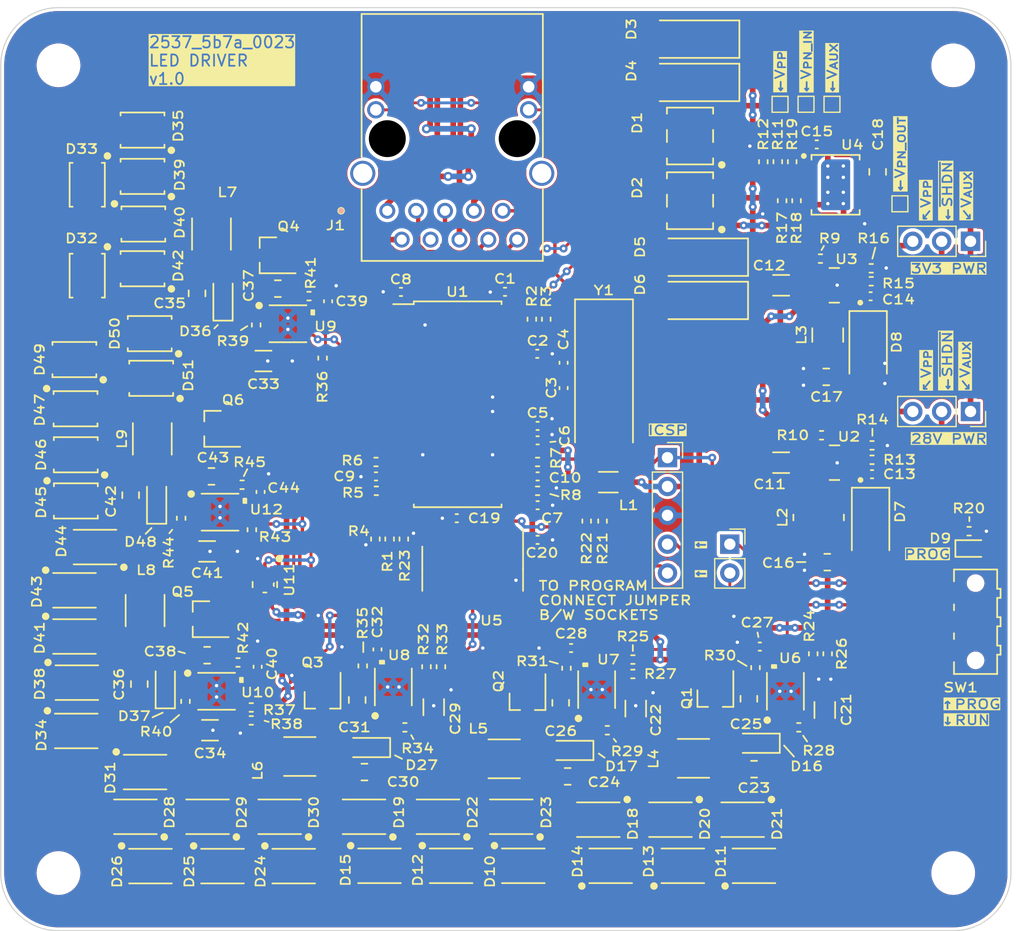
<source format=kicad_pcb>
(kicad_pcb (version 20221018) (generator pcbnew)
  (layers (0 "F.Cu" signal) (31 "B.Cu" power) (34 "B.Paste" user) (35 "F.Paste" user) (36 "B.SilkS" user "B.Silkscreen") (37 "F.SilkS" user "F.Silkscreen") (38 "B.Mask" user) (39 "F.Mask" user) (44 "Edge.Cuts" user))
  (net 0 "")
  (net 1 "+3.3V")
  (net 2 "GND")
  (net 3 "Net-(C9-Pad1)")
  (net 4 "Net-(U1-OSC1)")
  (net 5 "Net-(U1-OSC2)")
  (net 6 "/Ethernet/RJ45_TCT")
  (net 7 "Net-(U1-VCAP)")
  (net 8 "/Power/WA_EN")
  (net 9 "Net-(U3-CB)")
  (net 10 "Net-(D7-K)")
  (net 11 "Net-(U2-CB)")
  (net 12 "Net-(D8-K)")
  (net 13 "+28V")
  (net 14 "Net-(D11-A)")
  (net 15 "Net-(D3-K)")
  (net 16 "Net-(U6-VCC)")
  (net 17 "Net-(U6-CTIMER)")
  (net 18 "Net-(D5-K)")
  (net 19 "Net-(D23-K)")
  (net 20 "Net-(U7-VCC)")
  (net 21 "Net-(U7-CTIMER)")
  (net 22 "Net-(D10-K)")
  (net 23 "Net-(D30-K)")
  (net 24 "Net-(U8-VCC)")
  (net 25 "Net-(U8-CTIMER)")
  (net 26 "Net-(D16-A)")
  (net 27 "Net-(D38-K)")
  (net 28 "Net-(D24-K)")
  (net 29 "Net-(D44-K)")
  (net 30 "Net-(U9-VCC)")
  (net 31 "Net-(U9-CTIMER)")
  (net 32 "Net-(U10-VCC)")
  (net 33 "Net-(U10-CTIMER)")
  (net 34 "Net-(D27-A)")
  (net 35 "Net-(D51-K)")
  (net 36 "Net-(U12-VCC)")
  (net 37 "Net-(U12-CTIMER)")
  (net 38 "Net-(D31-K)")
  (net 39 "RJ45_VC1+")
  (net 40 "RJ45_VC1-")
  (net 41 "Net-(D32-K)")
  (net 42 "RJ45_VC2+")
  (net 43 "RJ45_VC2-")
  (net 44 "Net-(D9-K)")
  (net 45 "Net-(D9-A)")
  (net 46 "Net-(D10-A)")
  (net 47 "Net-(D11-K)")
  (net 48 "Net-(D12-K)")
  (net 49 "Net-(D13-K)")
  (net 50 "Net-(D14-K)")
  (net 51 "Net-(D15-K)")
  (net 52 "Net-(D17-A)")
  (net 53 "Net-(D18-K)")
  (net 54 "Net-(D19-K)")
  (net 55 "Net-(D20-K)")
  (net 56 "Net-(D21-K)")
  (net 57 "Net-(D22-K)")
  (net 58 "Net-(D24-A)")
  (net 59 "Net-(D25-K)")
  (net 60 "Net-(D26-K)")
  (net 61 "Net-(D36-A)")
  (net 62 "Net-(D28-K)")
  (net 63 "Net-(D29-K)")
  (net 64 "Net-(D31-A)")
  (net 65 "Net-(D32-A)")
  (net 66 "Net-(D33-K)")
  (net 67 "Net-(D34-K)")
  (net 68 "Net-(D35-K)")
  (net 69 "Net-(D37-A)")
  (net 70 "Net-(D45-K)")
  (net 71 "Net-(D39-K)")
  (net 72 "Net-(D40-K)")
  (net 73 "Net-(D41-K)")
  (net 74 "Net-(D42-K)")
  (net 75 "Net-(D43-K)")
  (net 76 "Net-(D45-A)")
  (net 77 "Net-(D46-K)")
  (net 78 "Net-(D47-K)")
  (net 79 "Net-(D48-A)")
  (net 80 "Net-(D49-K)")
  (net 81 "Net-(D50-K)")
  (net 82 "/Ethernet/RJ45_RD-")
  (net 84 "/Ethernet/RJ45_RD+")
  (net 85 "/Ethernet/RJ45_TD-")
  (net 86 "/Ethernet/RJ45_TD+")
  (net 87 "/Ethernet/RJ45_LED_R_ANODE")
  (net 88 "/Ethernet/RJ45_LED_L_ANODE")
  (net 89 "/Microcontroller/MCU_ICSP_MCLR")
  (net 90 "Net-(J4-Pin_4)")
  (net 91 "Net-(J4-Pin_5)")
  (net 92 "MCU_PWM5_OUT")
  (net 93 "MCU_PWM4_OUT")
  (net 94 "Net-(Q1-G)")
  (net 95 "Net-(Q2-G)")
  (net 96 "Net-(Q3-G)")
  (net 97 "Net-(Q4-G)")
  (net 98 "Net-(Q5-G)")
  (net 99 "Net-(Q6-G)")
  (net 100 "Net-(U1-LEDA)")
  (net 101 "Net-(U1-LEDB)")
  (net 102 "Net-(U1-~{RESET})")
  (net 103 "Net-(U1-RBIAS)")
  (net 104 "Net-(U2-~{SHDN})")
  (net 105 "Net-(U4-SUPP_S1)")
  (net 106 "Net-(U4-SUPP_S2)")
  (net 107 "Net-(U2-FB)")
  (net 108 "Net-(U4-RREF)")
  (net 109 "Net-(U3-~{SHDN})")
  (net 110 "Net-(U3-FB)")
  (net 111 "Net-(U4-RCLS)")
  (net 112 "Net-(U4-RDET)")
  (net 113 "Net-(U5-~{MCLR}{slash}Vpp{slash}RA3)")
  (net 114 "Net-(U5-RC3)")
  (net 115 "Net-(U6-EN)")
  (net 116 "MCU_PWM3_OUT")
  (net 117 "Net-(U7-EN)")
  (net 118 "Net-(U8-EN)")
  (net 119 "MCU_CCP1")
  (net 120 "MCU_CCP2")
  (net 121 "Net-(U12-EN)")
  (net 125 "MCU_SPI_SDI{slash}MOSI")
  (net 126 "MCU_SPI_SDO{slash}MISO")
  (net 127 "MCU_SPI_SCK")
  (net 128 "MCU_SPI_ETH_CS")
  (net 133 "MCU_WHITE_LED")
  (net 134 "Net-(U10-EN)")
  (net 135 "/LEDs/PGND_RED")
  (net 136 "/LEDs/PGND_GREEN")
  (net 137 "/LEDs/PGND_BLUE")
  (net 138 "/LEDs - amber and white/PGND_AMBER")
  (net 139 "/LEDs - amber and white/PGND_WHITE_P")
  (net 140 "/LEDs - amber and white/PGND_WHITE")
  (net 141 "/Power/VPN_IN")
  (net 142 "/Power/VPP")
  (net 143 "/Power/VAUX")
  (net 144 "/Power/VPN_OUT")
  (net 145 "/Power/3V3_C_{IN}_GND")
  (net 146 "/Power/28V_C_{IN}_GND")
  (net 147 "/Power/3V3_~{SHDN}")
  (net 148 "/Power/28V_~{SHDN}")
  (footprint "KM-LED_SMD:LED_Lumiled_Luxeon_2835E_3V" (layer "F.Cu") (at 87.8809 85.09 180)
    (fp_text reference "D46")
    (fp_text value "White")
  )
  (footprint "Connector_PinSocket_2.54mm:PinSocket_1x03_P2.54mm_Vertical" (layer "F.Cu") (at 166.624 81.28 -90)
    (fp_text reference "J3" hide)
    (fp_text value "Conn_01x03_Socket")
  )
  (footprint "Resistor_SMD:R_0402_1005Metric" (layer "F.Cu") (at 128.016 73.152 90)
    (fp_text reference "R2")
    (fp_text value "1k")
  )
  (footprint "NetTie:NetTie-2_SMD_Pad0.5mm" (layer "F.Cu") (at 146.4564 102.8192 -90)
    (fp_text reference "NT6" hide)
    (fp_text value "NetTie_2" hide)
  )
  (footprint "Capacitor_SMD:C_0805_2012Metric" (layer "F.Cu") (at 131.171 113.411 180)
    (fp_text reference "C24")
    (fp_text value "4u7")
  )
  (footprint "Capacitor_SMD:C_0402_1005Metric" (layer "F.Cu") (at 104.14 88.364 90)
    (fp_text reference "C44")
    (fp_text value "470p")
  )
  (footprint "Capacitor_SMD:C_0402_1005Metric" (layer "F.Cu") (at 128.524 89.535)
    (fp_text reference "C7")
    (fp_text value "100n")
  )
  (footprint "KM-Package_SOT_SMD:SOT-23-Thin-6_DDC0006A-MFG_Regulator_Voltage_TI_LV2862XLVDDCR" (layer "F.Cu") (at 154.65365 85.786 180)
    (fp_text reference "U2")
    (fp_text value "LV2862XLVDDCR")
  )
  (footprint "Resistor_SMD:R_0402_1005Metric" (layer "F.Cu") (at 131.064 103.886 90)
    (fp_text reference "R31")
    (fp_text value "10k")
  )
  (footprint "MountingHole:MountingHole_3.2mm_M3" (layer "F.Cu") (at 86.36 121.92)
    (fp_text reference "H4")
    (fp_text value "MountingHole")
  )
  (footprint "Capacitor_SMD:C_1206_3216Metric" (layer "F.Cu") (at 99.695 109.347)
    (fp_text reference "C34")
    (fp_text value "10u")
  )
  (footprint "Inductor_SMD:L_1812_4532Metric" (layer "F.Cu") (at 107.5944 111.6584)
    (fp_text reference "L6")
    (fp_text value "330u")
  )
  (footprint "KM-Diode_SMD:D_TO-269AA_4-BESOP_Diodes_MB10S-13" (layer "F.Cu") (at 141.939 57.022 180)
    (fp_text reference "D1")
    (fp_text value "D_Bridge_+A-A")
  )
  (footprint "Capacitor_SMD:C_1206_3216Metric" (layer "F.Cu") (at 149.95465 85.786 180)
    (fp_text reference "C11")
    (fp_text value "2u2")
  )
  (footprint "Resistor_SMD:R_0402_1005Metric" (layer "F.Cu") (at 150.042 62.718 -90)
    (fp_text reference "R17")
    (fp_text value "60k4")
  )
  (footprint "Inductor_SMD:L_1812_4532Metric" (layer "F.Cu") (at 93.98 98.806 -90)
    (fp_text reference "L8")
    (fp_text value "330u")
  )
  (footprint "KM-LED_SMD:LED_Lumiled_Luxeon_2835E_3V" (layer "F.Cu") (at 93.7545 60.579 180)
    (fp_text reference "D39")
    (fp_text value "White")
  )
  (footprint "Capacitor_SMD:C_0805_2012Metric" (layer "F.Cu") (at 158.449 60.178 -90)
    (fp_text reference "C18")
    (fp_text value "4u7")
  )
  (footprint "MountingHole:MountingHole_3.2mm_M3" (layer "F.Cu") (at 165.1 50.8)
    (fp_text reference "H2")
    (fp_text value "MountingHole")
  )
  (footprint "Capacitor_SMD:C_0402_1005Metric" (layer "F.Cu") (at 110.0836 71.5772 90)
    (fp_text reference "C39")
    (fp_text value "470p")
  )
  (footprint "TestPoint:TestPoint_Pad_1.0x1.0mm" (layer "F.Cu") (at 160.4115 62.992)
    (fp_text reference "TP4" hide)
    (fp_text value "TestPoint")
  )
  (footprint "KM-LED_SMD:LED_Cree-JE2835_3V_NClass_Group-1" (layer "F.Cu") (at 87.92225 109.41065)
    (fp_text reference "D34")
    (fp_text value "PCAmber")
  )
  (footprint "Resistor_SMD:R_0402_1005Metric" (layer "F.Cu") (at 103.3252 107.3404 180)
    (fp_text reference "R37")
    (fp_text value "100k")
  )
  (footprint "Resistor_SMD:R_0402_1005Metric" (layer "F.Cu") (at 102.1588 103.378)
    (fp_text reference "R42")
    (fp_text value "10k")
  )
  (footprint "KM-LED_SMD:LED_Lumiled_Luxeon_2835E_3V" (layer "F.Cu") (at 87.757 76.708 180)
    (fp_text reference "D49")
    (fp_text value "White")
  )
  (footprint "Capacitor_SMD:C_0402_1005Metric" (layer "F.Cu") (at 114.3 86.995 180)
    (fp_text reference "C9")
    (fp_text value "100n")
  )
  (footprint "Capacitor_SMD:C_0402_1005Metric" (layer "F.Cu") (at 157.95565 86.802)
    (fp_text reference "C13")
    (fp_text value "100n")
  )
  (footprint "Capacitor_SMD:C_0402_1005Metric" (layer "F.Cu") (at 130.81 79.22 90)
    (fp_text reference "C3")
    (fp_text value "18p")
  )
  (footprint "KM-Inductor_SMD:L_TDK_VLS4015CX-6R8M-H" (layer "F.Cu") (at 153.25665 90.612 -90)
    (fp_text reference "L2")
    (fp_text value "100u")
  )
  (footprint "Resistor_SMD:R_0402_1005Metric" (layer "F.Cu") (at 103.378 91.694 90)
    (fp_text reference "R43")
    (fp_text value "100k")
  )
  (footprint "Resistor_SMD:R_0402_1005Metric" (layer "F.Cu") (at 151.312 62.718 -90)
    (fp_text reference "R18")
    (fp_text value "30R9")
  )
  (footprint "Capacitor_SMD:C_0402_1005Metric" (layer "F.Cu") (at 121.412 90.678 180)
    (fp_text reference "C19")
    (fp_text value "10n")
  )
  (footprint "Resistor_SMD:R_0402_1005Metric" (layer "F.Cu") (at 97.536 106.807 90)
    (fp_text reference "R40")
    (fp_text value "1.43")
  )
  (footprint "Resistor_SMD:R_0402_1005Metric" (layer "F.Cu") (at 149.661 59.285 90)
    (fp_text reference "R11")
    (fp_text value "10k")
  )
  (footprint "Capacitor_SMD:C_1206_3216Metric" (layer "F.Cu") (at 99.441 93.599)
    (fp_text reference "C41")
    (fp_text value "10u")
  )
  (footprint "Capacitor_SMD:C_0402_1005Metric" (layer "F.Cu") (at 131.473 102.108 180)
    (fp_text reference "C28")
    (fp_text value "470p")
  )
  (footprint "Capacitor_SMD:C_0805_2012Metric" (layer "F.Cu") (at 105.664 70.4596)
    (fp_text reference "C37")
    (fp_text value "4u7")
  )
  (footprint "Resistor_SMD:R_0402_1005Metric" (layer "F.Cu") (at 103.759 73.66 90)
    (fp_text reference "R39")
    (fp_text value "1.43")
  )
  (footprint "Capacitor_SMD:C_0402_1005Metric" (layer "F.Cu") (at 128.524 92.583)
    (fp_text reference "C20")
    (fp_text value "100n")
  )
  (footprint "KM-LED_SMD:LED_Cree-JE2835_3V_NClass_Group-2" (layer "F.Cu") (at 134.9551 121.285 180)
    (fp_text reference "D14")
    (fp_text value "RED")
  )
  (footprint "KM-Package_DFN_QFN:MLF-10_ML_MCH-Driver_LED_Microchip_MIC3205YML-TR" (layer "F.Cu") (at 150.332 105.918 90)
    (fp_text reference "U6")
    (fp_text value "MIC3205YML-TR")
  )
  (footprint "Resistor_SMD:R_0402_1005Metric" (layer "F.Cu") (at 97.155 90.678 90)
    (fp_text reference "R44")
    (fp_text value "1.43")
  )
  (footprint "Inductor_SMD:L_1812_4532Metric" (layer "F.Cu") (at 125.583 111.863)
    (fp_text reference "L5")
    (fp_text value "330u")
  )
  (footprint "Resistor_SMD:R_0402_1005Metric" (layer "F.Cu") (at 114.25 92.51 90)
    (fp_text reference "R4")
    (fp_text value "2k32")
  )
  (footprint "Resistor_SMD:R_0402_1005Metric" (layer "F.Cu") (at 152.781 102.616 -90)
    (fp_text reference "R24")
    (fp_text value "100k")
  )
  (footprint "NetTie:NetTie-2_SMD_Pad0.5mm" (layer "F.Cu") (at 150.02285 94.549)
    (fp_text reference "NT1" hide)
    (fp_text value "NetTie_2" hide)
  )
  (footprint "Resistor_SMD:R_0402_1005Metric" (layer "F.Cu") (at 108.4072 71.12)
    (fp_text reference "R41")
    (fp_text value "10k")
  )
  (footprint "Resistor_SMD:R_0402_1005Metric" (layer "F.Cu") (at 116.842 109.093 180)
    (fp_text reference "R34")
    (fp_text value "1.43")
  )
  (footprint "Connector_PinSocket_2.54mm:PinSocket_1x02_P2.54mm_Vertical" (layer "F.Cu") (at 145.44 92.964)
    (fp_text reference "J5" hide)
    (fp_text value "Conn_01x02_Socket")
  )
  (footprint "KM-Package_DFN_QFN:MLF-10_ML_MCH-Driver_LED_Microchip_MIC3205YML-TR" (layer "F.Cu") (at 115.826 105.537 90)
    (fp_text reference "U8")
    (fp_text value "MIC3205YML-TR")
  )
  (footprint "Capacitor_SMD:C_0402_1005Metric" (layer "F.Cu") (at 128.496 76.2)
    (fp_text reference "C2")
    (fp_text value "100n")
  )
  (footprint "Capacitor_SMD:C_0805_2012Metric" (layer "F.Cu") (at 98.552 70.878 90)
    (fp_text reference "C35")
    (fp_text value "4u7")
  )
  (footprint "Resistor_SMD:R_0402_1005Metric" (layer "F.Cu") (at 120.015 103.759 -90)
    (fp_text reference "R33")
    (fp_text value "100k")
  )
  (footprint "KM-Package_SOT_SMD:SOT-23_Handsoldering" (layer "F.Cu") (at 109.601 106.68 -90)
    (fp_text reference "Q3")
    (fp_text value "Q_NMOS_GDS")
  )
  (footprint "Resistor_SMD:R_0402_1005Metric" (layer "F.Cu") (at 103.3232 108.4834 180)
    (fp_text reference "R38")
    (fp_text value "100k")
  )
  (footprint "NetTie:NetTie-2_SMD_Pad0.5mm" (layer "F.Cu") (at 109.4232 70.2056)
    (fp_text reference "NT9" hide)
    (fp_text value "NetTie_2" hide)
  )
  (footprint "KM-Package_DFN_QFN:MLF-10_ML_MCH-Driver_LED_Microchip_MIC3205YML-TR" (layer "F.Cu") (at 100.269 105.918)
    (fp_text reference "U10")
    (fp_text value "MIC3205YML-TR")
  )
  (footprint "KM-Package_SOT_SMD:SOT-23_Handsoldering" (layer "F.Cu") (at 98.933 99.568 180)
    (fp_text reference "Q5")
    (fp_text value "Q_NMOS_GDS")
  )
  (footprint "Resistor_SMD:R_0402_1005Metric" (layer "F.Cu") (at 134.661 109.347 180)
    (fp_text reference "R29")
    (fp_text value "1.43")
  )
  (footprint "Capacitor_SMD:C_0402_1005Metric" (layer "F.Cu") (at 128.524 82.55)
    (fp_text reference "C5")
    (fp_text value "100n")
  )
  (footprint "Connector_PinSocket_2.54mm:PinSocket_1x03_P2.54mm_Vertical" (layer "F.Cu") (at 166.624 66.294 -90)
    (fp_text reference "J2" hide)
    (fp_text value "Conn_01x03_Socket")
  )
  (footprint "KM-LED_SMD:LED_Cree-JE2835_3V_NClass_Group-1" (layer "F.Cu") (at 127.2641 121.285)
    (fp_text reference "D10")
    (fp_text value "GREEN")
  )
  (footprint "Resistor_SMD:R_0402_1005Metric" (layer "F.Cu") (at 157.88435 69.8144 180)
    (fp_text reference "R15")
    (fp_text value "33k")
  )
  (footprint "KM-Diode_SMD:D_TO-269AA_4-BESOP_Diodes_MB10S-13" (layer "F.Cu") (at 141.939 62.718 180)
    (fp_text reference "D2")
    (fp_text value "D_Bridge_+A-A")
  )
  (footprint "Capacitor_SMD:C_0805_2012Metric" (layer "F.Cu") (at 147.574 112.776 180)
    (fp_text reference "C23")
    (fp_text value "4u7")
  )
  (footprint "Resistor_SMD:R_0402_1005Metric" (layer "F.Cu") (at 154.051 102.616 -90)
    (fp_text reference "R26")
    (fp_text value "100k")
  )
  (footprint "KM-LED_SMD:LED_Cree-JE2835_3V_NClass_Group-2" (layer "F.Cu") (at 140.2181 117.221)
    (fp_text reference "D20")
    (fp_text value "RED")
  )
  (footprint "Capacitor_SMD:C_0402_1005Metric" (layer "F.Cu") (at 153.092 57.763)
    (fp_text reference "C15")
    (fp_text value "100n")
  )
  (footprint "TestPoint:TestPoint_Pad_1.0x1.0mm" (layer "F.Cu") (at 154.432 54.229 90)
    (fp_text reference "TP3" hide)
    (fp_text value "TestPoint")
  )
  (footprint "Resistor_SMD:R_0402_1005Metric" (layer "F.Cu") (at 132.842 90.93 -90)
    (fp_text reference "R22")
    (fp_text value "470")
  )
  (footprint "Diode_SMD:D_SMA_Handsoldering" (layer "F.Cu") (at 142.534 71.501 180)
    (fp_text reference "D6")
    (fp_text value "D")
  )
  (footprint "KM-LED_SMD:LED_Cree-JE2835_3V_NClass_Group-1" (layer "F.Cu") (at 105.8265 116.967 180)
    (fp_text reference "D30")
    (fp_text value "BLUE")
  )
  (footprint "KM-Package_DFN_QFN:DFN-16_5X4_MCH-Interface_PoE_Microchip_PD70210A" (layer "F.Cu") (at 154.747 61.319)
    (fp_text reference "U4")
    (fp_text value "PD70210A")
  )
  (footprint "Resistor_SMD:R_0402_1005Metric" (layer "F.Cu") (at 128.524 88.265 180)
    (fp_text reference "R8")
    (fp_text value "49R9")
  )
  (footprint "KM-LED_SMD:LED_Cree-JE2835_3V_NClass_Group-1" (layer "F.Cu") (at 93.98 113.03)
    (fp_text reference "D31")
    (fp_text value "PCAmber")
  )
  (footprint "Capacitor_SMD:C_1206_3216Metric" (layer "F.Cu") (at 119.382 107.315 90)
    (fp_text reference "C29")
    (fp_text value "10u")
  )
  (footprint "Resistor_SMD:R_0402_1005Metric" (layer "F.Cu") (at 150.931 59.287 -90)
    (fp_text reference "R19")
    (fp_text value "25k")
  )
  (footprint "Capacitor_SMD:C_0402_1005Metric" (layer "F.Cu") (at 128.524 86.995)
    (fp_text reference "C10")
    (fp_text value "100n")
  )
  (footprint "MountingHole:MountingHole_3.2mm_M3" (layer "F.Cu") (at 86.36 50.8)
    (fp_text reference "H1")
    (fp_text value "MountingHole")
  )
  (footprint "KM-Package_SOT_SMD:SOT-23_Handsoldering" (layer "F.Cu") (at 104.8244 67.5284 180)
    (fp_text reference "Q4")
    (fp_text value "Q_NMOS_GDS")
  )
  (footprint "Diode_SMD:D_SOD-323_HandSoldering" (layer "F.Cu") (at 147.828 110.49 180)
    (fp_text reference "D16")
    (fp_text value "SD103AWS")
  )
  (footprint "NetTie:NetTie-2_SMD_Pad0.5mm" (layer "F.Cu") (at 129.794 102.878 -90)
    (fp_text reference "NT5" hide)
    (fp_text value "NetTie_2" hide)
  )
  (footprint "KM-LED_SMD:LED_Cree-JE2835_3V_NClass_Group-1" (layer "F.Cu") (at 120.9141 121.285)
    (fp_text reference "D12")
    (fp_text value "GREEN")
  )
  (footprint "Resistor_SMD:R_0402_1005Metric" (layer "F.Cu") (at 102.5144 87.7316)
    (fp_text reference "R45")
    (fp_text value "10k")
  )
  (footprint "KM-LED_SMD:LED_Lumiled_Luxeon_2835E_3V" (layer "F.Cu") (at 93.7545 68.707 180)
    (fp_text reference "D42")
    (fp_text value "White")
  )
  (footprint "KM-LED_SMD:LED_Cree-JE2835_3V_NClass_Group-1" (layer "F.Cu") (at 93.1265 116.967 180)
    (fp_text reference "D28")
    (fp_text value "BLUE")
  )
  (footprint "KM-LED_SMD:LED_Cree-JE2835_3V_NClass_Group-2" (layer "F.Cu") (at 141.3051 121.285 180)
    (fp_text reference "D13")
    (fp_text value "RED")
  )
  (footprint "Resistor_SMD:R_0402_1005Metric" (layer "F.Cu") (at 118.745 103.759 -90)
    (fp_text reference "R32")
    (fp_text value "100k")
  )
  (footprint "Capacitor_SMD:C_0805_2012Metric" (layer "F.Cu") (at 99.822 86.995)
    (fp_text reference "C43")
    (fp_text value "4u7")
  )
  (footprint "Resistor_SMD:R_0402_1005Metric" (layer "F.Cu") (at 134.239 90.93 90)
    (fp_text reference "R21")
    (fp_text value "10k")
  )
  (footprint "KM-LED_SMD:LED_Lumiled_Luxeon_2835E_3V" (layer "F.Cu") (at 87.8871 89.154)
    (fp_text reference "D45")
    (fp_text value "White")
  )
  (footprint "KM-LED_SMD:LED_Lumiled_Luxeon_2835E_3V" (layer "F.Cu") (at 94.5165 78.359 180)
    (fp_text reference "D51")
    (fp_text value "White")
  )
  (footprint "Capacitor_SMD:C_0805_2012Metric" (layer "F.Cu") (at 92.71 88.646 90)
    (fp_text reference "C42")
    (fp_text value "4u7")
  )
  (footprint "KM-Package_SOT_SMD:SOT-23_Handsoldering" (layer "F.Cu") (at 144.1704 106.529 -90)
    (fp_text reference "Q1")
    (fp_text value "Q_NMOS_GDS")
  )
  (footprint "Capacitor_SMD:C_0805_2012Metric" (layer "F.Cu") (at 130.556 106.934 90)
    (fp_text reference "C26")
    (fp_text value "4u7")
  )
  (footprint "Resistor_SMD:R_0402_1005Metric" (layer "F.Cu") (at 116.75 92.51 -90)
    (fp_text reference "R23")
    (fp_text value "470")
  )
  (footprint "Capacitor_SMD:C_0402_1005Metric" (layer "F.Cu") (at 103.886 103.759 90)
    (fp_text reference "C40")
    (fp_text value "470p")
  )
  (footprint "Capacitor_SMD:C_0402_1005Metric" (layer "F.Cu") (at 157.83355 71.1352)
    (fp_text reference "C14")
    (fp_text value "100n")
  )
  (footprint "Capacitor_SMD:C_0805_2012Metric" (layer "F.Cu") (at 112.649 106.68 90)
    (fp_text reference "C31")
    (fp_text value "4u7")
  )
  (footprint "KM-Connector_RJ:Connector_RJ45_Abracon_ARJM11C7-114-BA-EW2" (layer "F.Cu") (at 121.011451 63.605799)
    (fp_text reference "J1")
    (fp_text value "ARJM11C7-114-BA-EW2")
  )
  (footprint "KM-LED_SMD:LED_Cree-JE2835_3V_NClass_Group-1" (layer "F.Cu") (at 87.7671 97.028)
    (fp_text reference "D43")
    (fp_text value "PCAmber")
  )
  (footprint "Capacitor_SMD:C_0402_1005Metric" (layer "F.Cu") (at 130.81 76.99 -90)
    (fp_text reference "C4")
    (fp_text value "18p")
  )
  (footprint "Diode_SMD:D_SOD-323_HandSoldering" (layer "F.Cu") (at 131.425 111.125 180)
    (fp_text reference "D17")
    (fp_text value "SD103AWS")
  )
  (footprint "Capacitor_SMD:C_0402_1005Metric" (layer "F.Cu") (at 125.6564 70.739 180)
    (fp_text reference "C1")
    (fp_text value "100n")
  )
  (footprint "Diode_SMD:D_SMA" (layer "F.Cu") (at 157.82865 91.501 -90)
    (fp_text reference "D7")
    (fp_text value "SMC SS110")
  )
  (footprint "Capacitor_SMD:C_0805_2012Metric" (layer "F.Cu") (at 93.472 105.283 90)
    (fp_text reference "C36")
    (fp_text value "4u7")
  )
  (footprint "KM-LED_SMD:LED_Cree-JE2835_3V_NClass_Group-2" (layer "F.Cu") (at 133.8681 117.221)
    (fp_text reference "D18")
    (fp_text value "RED")
  )
  (footprint "Crystal:Crystal_SMD_HC49-SD" (layer "F.Cu") (at 134.366 78.105 -90)
    (fp_text reference "Y1")
    (fp_text value "25MHz")
  )
  (footprint "TestPoint:TestPoint_Pad_1.0x1.0mm" (layer "F.Cu") (at 152.146 54.229 90)
    (fp_text reference "TP2" hide)
    (fp_text value "TestPoint")
  )
  (footprint "KM-LED_SMD:LED_Cree-JE2835_3V_NClass_Group-2" (layer "F.Cu") (at 147.5636 121.285 180)
    (fp_text reference "D11")
    (fp_text value "RED")
  )
  (footprint "KM-LED_SMD:LED_Cree-JE2835_3V_NClass_Group-1" (layer "F.Cu") (at 94.4525 121.3104)
    (fp_text reference "D26")
    (fp_text value "BLUE")
  )
  (footprint "KM-LED_SMD:LED_Lumiled_Luxeon_2835E_3V" (layer "F.Cu") (at 93.7514 56.5023 180)
    (fp_text reference "D35")
    (fp_text value "White")
  )
  (footprint "NetTie:NetTie-2_SMD_Pad0.5mm" (layer "F.Cu") (at 103.1748 102.362 180)
    (fp_text reference "NT8" hide)
    (fp_text value "NetTie_2" hide)
  )
  (footprint "NetTie:NetTie-2_SMD_Pad0.5mm" (layer "F.Cu") (at 150.38465 78.232)
    (fp_text reference "NT2" hide)
    (fp_text value "NetTie_2" hide)
  )
  (footprint "Resistor_SMD:R_0402_1005Metric" (layer "F.Cu") (at 153.51265 83.373)
    (fp_text reference "R10")
    (fp_text value "100k")
  )
  (footprint "KM-LED_SMD:LED_Cree-JE2835_3V_NClass_Group-1" (layer "F.Cu") (at 107.061 121.3104)
    (fp_text reference "D24")
    (fp_text value "BLUE")
  )
  (footprint "KM-LED_SMD:LED_Cree-JE2835_3V_NClass_Group-1" (layer "F.Cu") (at 113.2482 116.967 180)
    (fp_text reference "D19")
    (fp_text value "GREEN")
  )
  (footprint "Capacitor_SMD:C_0805_2012Metric" (layer "F.Cu") (at 154.01865 94.549 180)
    (fp_text reference "C16")
    (fp_text value "4u7")
  )
  (footprint "Inductor_SMD:L_1812_4532Metric" (layer "F.Cu") (at 142.24 111.821)
    (fp_text reference "L4")
    (fp_text value "330u")
  )
  (footprint "KM-LED_SMD:LED_Lumiled_Luxeon_2835E_3V" (layer "F.Cu") (at 87.8586 81.0387)
    (fp_text reference "D47")
    (fp_text value "White")
  )
  (footprint "Capacitor_SMD:C_0805_2012Metric" (layer "F.Cu") (at 113.284 113.03 180)
    (fp_text reference "C30")
    (fp_text value "4u7")
  )
  (footprint "Diode_SMD:D_SOD-323_HandSoldering" (layer "F.Cu") (at 95.758 105.41 90)
    (fp_text reference "D37")
    (fp_text value "SD103AWS")
  )
  (footprint "Resistor_SMD:R_0402_1005Metric" (layer "F.Cu") (at 151.511 109.093 180)
    (fp_text reference "R28")
    (fp_text value "1.43")
  )
  (footprint "Capacitor_SMD:C_1206_3216Metric" (layer "F.Cu") (at 149.95775 70.17 180)
    (fp_text reference "C12")
    (fp_text value "2u2")
  )
  (footprint "Connector_PinSocket_2.54mm:PinSocket_1x05_P2.54mm_Vertical" (layer "F.Cu") (at 139.954 85.344)
    (fp_text reference "J4" hide)
    (fp_text value "Conn_01x05_Socket")
  )
  (footprint "Resistor_SMD:R_0402_1005Metric" (layer "F.Cu") (at 113.1316 103.6828 90)
    (fp_text reference "R35")
    (fp_text value "10k")
  )
  (footprint "NetTie:NetTie-2_SMD_Pad0.5mm" (layer "F.Cu") (at 112.0648 102.7176 -90)
    (fp_text reference "NT7" hide)
    (fp_text value "NetTie_2" hide)
  )
  (footprint "Resistor_SMD:R_0402_1005Metric" (layer "F.Cu") (at 115.5 92.51 90)
    (fp_text reference "R1")
    (fp_text value "10k")
  )
  (footprint "KM-LED_SMD:LED_Cree-JE2835_3V_NClass_Group-1" (layer "F.Cu") (at 87.9755 105.156)
    (fp_text reference "D38")
    (fp_text value "PCAmber")
  )
  (footprint "MountingHole:MountingHole_3.2mm_M3" (layer "F.Cu") (at 165.1 121.92)
    (fp_text reference "H3")
    (fp_text value "MountingHole")
  )
  (footprint "KM-LED_SMD:LED_Cree-JE2835_3V_NClass_Group-1" (layer "F.Cu") (at 114.6097 121.285)
    (fp_text reference "D15")
    (fp_text value "GREEN")
  )
  (footprint "KM-Package_DFN_QFN:MLF-10_ML_MCH-Driver_LED_Microchip_MIC3205YML-TR" (layer "F.Cu") (at 106.553 73.553)
    (fp_text reference "U9")
    (fp_text value "MIC3205YML-TR")
  )
  (footprint "Diode_SMD:D_SMA_Handsoldering" (layer "F.Cu") (at 141.772 52.304 180)
    (fp_text reference "D4")
    (fp_text value "D")
  )
  (footprint "Resistor_SMD:R_0402_1005Metric" (layer "F.Cu") (at 136.908 103.124 180)
    (fp_text reference "R25")
    (fp_text value "100k")
  )
  (footprint "Capacitor_SMD:C_0402_1005Metric" (layer "F.Cu") (at 116.5 70.75 180)
    (fp_text reference "C8")
    (fp_text value "10u")
  )
  (footprint "Inductor_SMD:L_1812_4532Metric" (layer "F.Cu") (at 94.615 83.693 -90)
    (fp_text reference "L9")
    (fp_text value "330u")
  )
  (footprint "Capacitor_SMD:C_0402_1005Metric" (layer "F.Cu") (at 128.524 83.82)
    (fp_text reference "C6")
    (fp_text value "100n")
  )
  (footprint "Resistor_SMD:R_0402_1005Metric" (layer "F.Cu") (at 148.391 59.289 -90)
    (fp_text reference "R12")
    (fp_text value "10k")
  )
  (footprint "KM-Package_SOT_SMD:SOT-23_Handsoldering" (layer "F.Cu") (at 99.949 82.804 180)
    (fp_text reference "Q6")
    (fp_text value "Q_NMOS_GDS")
  )
  (footprint "KM-LED_SMD:LED_Cree-JE2835_3V_NClass_Group-1" (layer "F.Cu") (at 89.5705 93.218 180)
    (fp_text reference "D44")
    (fp_text value "PCAmber")
  )
  (footprint "KM-Package_SOT_SMD:SOT-23_Handsoldering" (layer "F.Cu") (at 127.635 106.807 -90)
    (fp_text reference "Q2")
    (fp_text value "Q_NMOS_GDS")
  )
  (footprint "Capacitor_SMD:C_0402_1005Metric" (layer "F.Cu") (at 114.427 102.235 90)
    (fp_text reference "C32")
    (fp_text value "470p")
  )
  (footprint "Diode_SMD:D_SMA" (layer "F.Cu") (at 157.61285 75.946 -90)
    (fp_text reference "D8")
    (fp_text value "SMC SS110")
  )
  (footprint "Resistor_SMD:R_0402_1005Metric" (layer "F.Cu") (at 128.524 85.725)
    (fp_text reference "R7")
    (fp_text value "49R9")
  )
  (footprint "LED_SMD:LED_0603_1608Metric" (layer "F.Cu") (at 166.7765 93.345)
    (fp_text reference "D9")
    (fp_text value "GREEN")
  )
  (footprint "Package_SO:SOIC-14_3.9x8.7mm_P1.27mm" (layer "F.Cu") (at 122.809 95.123 -90)
    (fp_text reference "U5")
    (fp_text value "PIC16F18026-ISL")
  )
  (footprint "Capacitor_SMD:C_1206_3216Metric" (layer "F.Cu") (at 153.797 107.569 90)
    (fp_text reference "C21")
    (fp_text value "10u")
  )
  (footprint "KM-LED_SMD:LED_Cree-JE2835_3V_NClass_Group-1" (layer "F.Cu") (at 119.761 116.967 180)
    (fp_text reference "D22")
    (fp_text value "GREEN")
  )
  (footprint "Resistor_SMD:R_0402_1005Metric" (layer "F.Cu") (at 114.328 88.265 180)
    (fp_text reference "R5")
    (fp_text value "49R9")
  )
  (footprint "Capacitor_SMD:C_1206_3216Metric" (layer "F.Cu") (at 137.16 107.442 90)
    (fp_text reference "C22")
    (fp_text value "10u")
  )
  (footprint "Capacitor_SMD:C_1206_3216Metric" (layer "F.Cu") (at 104.394 76.835)
    (fp_text reference "C33")
    (fp_text value "10u")
  )
  (footprint "Diode_SMD:D_SMA_Handsoldering" (layer "F.Cu") (at 141.772 48.494 180)
    (fp_text reference "D3")
    (fp_text value "D")
  )
  (footprint "Resistor_SMD:R_0402_1005Metric" (layer "F.Cu") (at 157.88435 68.6714)
    (fp_text reference "R16")
    (fp_text value "10k")
  )
  (footprint "Resistor_SMD:R_0402_1005Metric" (layer "F.Cu") (at 129.286 73.152 90)
    (fp_text reference "R3")
    (fp_text value "1k")
  )
  (footprint "Button_Switch_SMD:SW_SPDT_CK-JS102011SAQN" (layer "F.Cu") (at 167.0685 99.793 90)
    (fp_text reference "SW1")
    (fp_text value "SW_SPDT")
  )
  (footprint "KM-LED_SMD:LED_Cree-JE2835_3V_NClass_Group-1" (layer "F.Cu") (at 87.7671 101.092)
    (fp_text reference "D41")
    (fp_text value "PCAmber")
  )
  (footprint "TestPoint:TestPoint_Pad_1.0x1.0mm" (layer "F.Cu") (at 149.86 54.229 90)
    (fp_text reference "TP1" hide)
    (fp_text value "TestPoint")
  )
  (footprint "NetTie:NetTie-2_SMD_Pad0.5mm" (layer "F.Cu") (at 155.4518 64.5896 -90)
    (fp_text reference "NT3" hide)
    (fp_text value "NetTie_2" hide)
  )
  (footprint "KM-LED_SMD:LED_Lumiled_Luxeon_2835E_3V" (layer "F.Cu") (at 93.8245 64.77)
    (fp_text reference "D40")
    (fp_text value "White")
  )
  (footprint "KM-LED_SMD:LED_Lumiled_Luxeon_2835E_3V" (layer "F.Cu") (at 88.8873 69.3166 -90)
    (fp_text reference "D32")
    (fp_text value "White")
  )
  (footprint "Resistor_SMD:R_0402_1005Metric" (layer "F.Cu") (at 109.601 76.579 90)
    (fp_text reference "R36")
    (fp_text value "100k")
  )
  (footprint "Resistor_SMD:R_0402_1005Metric" (layer "F.Cu") (at 166.499 91.821 180)
    (fp_text reference "R20")
    (fp_text value "100")
  )
  (footprint "Diode_SMD:D_SOD-323_HandSoldering" (layer "F.Cu") (at 94.996 89.154 90)
    (fp_text reference "D48")
    (fp_text value "SD103AWS")
  )
  (footprint "NetTie:NetTie-2_SMD_Pad0.5mm" (layer "F.Cu") (at 103.5304 86.7664)
    (fp_text reference "NT10" hide)
    (fp_text value "NetTie_2" hide)
  )
  (footprint "Resistor_SMD:R_0402_1005Metric" (layer "F.Cu") (at 157.95565 84.262)
    (fp_text reference "R14")
    (fp_text value "10k")
  )
  (footprint "Resistor_SMD:R_0402_1005Metric" (layer "F.Cu") (at 147.701 103.8352 90)
    (fp_text reference "R30")
    (fp_text value "10k")
  )
  (footprint "Capacitor_SMD:C_0805_2012Metric" (layer "F.Cu") (at 153.92985 78.232 180)
    (fp_text reference "C17")
    (fp_text value "22u")
  )
  (footprint "Resistor_SMD:R_0402_1005Metric" (layer "F.Cu") (at 136.908 104.394 180)
    (fp_text reference "R27")
    (fp_text value "100k")
  )
  (footprint "KM-Package_SOT_SMD:SOT-353-DCK5-Logic_Diodes_74AHC1G14SE-7" (layer "F.Cu") (at 104.521 96.52 -90)
    (fp_text reference "U11")
    (fp_text value "74AHC1G14")
  )
  (footprint "Package_SO:SOIC-28W_7.5x17.9mm_P1.27mm" (layer "F.Cu") (at 121.49 80.645)
    (fp_text reference "U1")
    (fp_text value "ENC28J60x-SO")
  )
  (footprint "Resistor_SMD:R_0402_1005Metric" (layer "F.Cu") (at 153.416 67.818)
    (fp_text reference "R9")
    (fp_text value "100k")
  )
  (footprint "KM-LED_SMD:LED_Lumiled_Luxeon_2835E_3V" (layer "F.Cu") (at 94.3895 74.422 180)
    (fp_text reference "D50")
    (fp_text value "White")
  )
  (footprint "Inductor_SMD:L_1206_3216Metric" (layer "F.Cu") (at 134.747 87.503 180)
    (fp_text reference "L1")
    (fp_text value "Ferrite Bead")
  )
  (footprint "KM-Package_SOT_SMD:SOT-23-Thin-6_DDC0006A-MFG_Regulator_Voltage_TI_LV2862XLVDDCR" (layer "F.Cu") (at 154.63315 70.17 180)
    (fp_text reference "U3")
    (fp_text value "LV2862XLVDDCR")
  )
  (footprint "KM-LED_SMD:LED_Cree-JE2835_3V_NClass_Group-1" (layer "F.Cu") (at 99.4765 116.967 180)
    (fp_text reference "D29")
    (fp_text value "BLUE")
  )
  (footprint "Resistor_SMD:R_0402_1005Metric" (layer "F.Cu") (at 114.3 85.725 180)
    (fp_text reference "R6")
    (fp_text value "49R9")
  )
  (footprint "Capacitor_SMD:C_0402_1005Metric" (layer "F.Cu") (at 148.082 101.981 180)
    (fp_text reference "C27")
    (fp_text value "470p")
  )
  (footprint "KM-LED_SMD:LED_Cree-JE2835_3V_NClass_Group-1" (layer "F.Cu") (at 100.7924 121.3104)
    (fp_text reference "D25")
    (fp_text value "BLUE")
  )
  (footprint "Capacitor_SMD:C_0805_2012Metric" (layer "F.Cu") (at 147.1168 106.5784 90)
    (fp_text reference "C25")
    (fp_text value "4u7")
  )
  (footprint "Capacitor_SMD:C_0805_2012Metric" (layer "F.Cu") (at 99.441 102.743)
    (fp_text reference "C38")
    (fp_text value "4u7")
  )
  (footprint "KM-LED_SMD:LED_Cree-JE2835_3V_NClass_Group-2" (layer "F.Cu") (at 146.5681 117.221)
    (fp_text reference "D21")
    (fp_text value "RED")
  )
  (footprint "KM-LED_SMD:LED_Cree-JE2835_3V_NClass_Group-1" (layer "F.Cu") (at 126.2022 116.967 180)
    (fp_text reference "D23")
    (fp_text value "GREEN")
  )
  (footprint "Resistor_SMD:R_0402_1005Metric" (layer "F.Cu") (at 157.95365 85.532 180)
    (fp_text reference "R13")
    (fp_text value "357k")
  )
  (footprint "Diode_SMD:D_SOD-323_HandSoldering" (layer "F.Cu") (at 100.838 71.267 90)
    (fp_text reference "D36")
    (fp_text value "SD103AWS")
  )
  (footprint "Diode_SMD:D_SOD-323_HandSoldering" (layer "F.Cu") (at 113.538 110.871 180)
    (fp_text reference "D27")
    (fp_text value "SD103AWS")
  )
  (footprint "NetTie:NetTie-2_SMD_Pad0.5mm" (layer "F.Cu") (at 158.068 63.599 90)
    (fp_text reference "NT4" hide)
    (fp_text value "NetTie_2" hide)
  )
  (footprint "KM-LED_SMD:LED_Lumiled_Luxeon_2835E_3V" (layer "F.Cu") (at 88.8873 61.3156 -90)
    (fp_text reference "D33")
    (fp_text value "White")
  )
  (footprint "Diode_SMD:D_SMA_Handsoldering" (layer "F.Cu") (at 142.534 67.691 180)
    (fp_text reference "D5")
    (fp_text value "D")
  )
  (footprint "KM-Package_DFN_QFN:MLF-10_ML_MCH-Driver_LED_Microchip_MIC3205YML-TR" (layer "F.Cu") (at 100.5756 90.143001)
    (fp_text reference "U12")
    (fp_text value "MIC3205YML-TR")
  )
  (footprint "Inductor_SMD:L_1210_3225Metric" (layer "F.Cu") (at 154.05685 74.549 -90)
    (fp_text reference "L3")
    (fp_text value "22u")
  )
  (footprint "Inductor_SMD:L_1812_4532Metric" (layer "F.Cu") (at 99.822 65.651 90)
    (fp_text reference "L7")
    (fp_text value "330u")
  )
  (footprint "KM-Package_DFN_QFN:MLF-10_ML_MCH-Driver_LED_Microchip_MIC3205YML-TR" (layer "F.Cu") (at 133.719 105.767 90)
    (fp_text reference "U7")
    (fp_text value "MIC3205YML-TR")
  )
  (gr_line (start 150.2156 110.6932) (end 151.0792 111.6584) (stroke (width 0.153)) (layer "F.SilkS"))
  (gr_line (start 129.5908 103.2764) (end 130.302 103.4796) (stroke (width 0.153)) (layer "F.SilkS"))
  (gr_line (start 151.3332 94.5388) (end 152.0952 94.5388) (stroke (width 0.153)) (layer "F.SilkS"))
  (gr_line (start 113.1824 101.6) (end 113.1824 102.4636) (stroke (width 0.153)) (layer "F.SilkS"))
  (gr_line (start 102.4128 74.1172) (end 102.9716 73.7616) (stroke (width 0.153)) (layer "F.SilkS"))
  (gr_line (start 95.5294 107.7976) (end 94.6404 108.204) (stroke (width 0.153)) (layer "F.SilkS"))
  (gr_line (start 117.3988 109.7788) (end 117.602 110.1344) (stroke (width 0.153)) (layer "F.SilkS"))
  (gr_line (start 100.076 73.9648) (end 100.3808 73.66) (stroke (width 0.153)) (layer "F.SilkS"))
  (gr_line (start 133.9088 111.4044) (end 134.4168 111.76) (stroke (width 0.153)) (layer "F.SilkS"))
  (gr_line (start 96.9772 108.0008) (end 96.2152 108.6612) (stroke (width 0.153)) (layer "F.SilkS"))
  (gr_line (start 102.9716 86.36) (end 102.6668 86.9696) (stroke (width 0.153)) (layer "F.SilkS"))
  (gr_line (start 104.8512 108.6104) (end 104.4956 108.5088) (stroke (width 0.153)) (layer "F.SilkS"))
  (gr_line (start 96.1136 91.9988) (end 96.3676 91.694) (stroke (width 0.153)) (layer "F.SilkS"))
  (gr_line (start 153.5176 67.056) (end 153.7208 66.7004) (stroke (width 0.153)) (layer "F.SilkS"))
  (gr_line (start 116.586 111.8616) (end 115.9764 111.5568) (stroke (width 0.153)) (layer "F.SilkS"))
  (gr_line (start 136.906 102.362) (end 136.906 101.854) (stroke (width 0.153)) (layer "F.SilkS"))
  (gr_line (start 166.5224 90.5764) (end 166.5224 90.932) (stroke (width 0.153)) (layer "F.SilkS"))
  (gr_line (start 135.2296 110.109) (end 135.4328 110.363) (stroke (width 0.153)) (layer "F.SilkS"))
  (gr_line (start 158.242 66.8528) (end 157.988 67.818) (stroke (width 0.153)) (layer "F.SilkS"))
  (gr_line (start 94.5388 91.5416) (end 94.0308 92.0496) (stroke (width 0.153)) (layer "F.SilkS"))
  (gr_line (start 146.1516 103.2256) (end 146.9136 103.6828) (stroke (width 0.153)) (layer "F.SilkS"))
  (gr_line (start 151.892 109.8296) (end 152.2476 110.3376) (stroke (width 0.153)) (layer "F.SilkS"))
  (gr_line (start 129.6416 88.5444) (end 130.3528 88.7476) (stroke (width 0.153)) (layer "F.SilkS"))
  (gr_line (start 96.9264 102.4128) (end 97.4852 102.5652) (stroke (width 0.153)) (layer "F.SilkS"))
  (gr_line (start 157.988 82.804) (end 157.988 83.4136) (stroke (width 0.153)) (layer "F.SilkS"))
  (gr_line (start 147.8788 100.7364) (end 147.955 101.1428) (stroke (width 0.153)) (layer "F.SilkS"))
  (gr_line (start 129.6416 83.9724) (end 130.0988 83.9216) (stroke (width 0.153)) (layer "F.SilkS"))
  (gr_line (start 170.18 50.8) (end 170.18 121.92) (stroke (width 0.1)) (layer "Edge.Cuts"))
  (gr_arc (start 81.28 50.8) (mid 82.767898 47.207898) (end 86.36 45.72) (stroke (width 0.1)) (layer "Edge.Cuts"))
  (gr_line (start 165.1 127) (end 86.36 127) (stroke (width 0.1)) (layer "Edge.Cuts"))
  (gr_line (start 86.36 45.72) (end 165.1 45.72) (stroke (width 0.1)) (layer "Edge.Cuts"))
  (gr_arc (start 165.1 45.72) (mid 168.692102 47.207898) (end 170.18 50.8) (stroke (width 0.1)) (layer "Edge.Cuts"))
  (gr_arc (start 86.36 127) (mid 82.767898 125.512102) (end 81.28 121.92) (stroke (width 0.1)) (layer "Edge.Cuts"))
  (gr_arc (start 170.18 121.92) (mid 168.692102 125.512102) (end 165.1 127) (stroke (width 0.1)) (layer "Edge.Cuts"))
  (gr_line (start 81.28 121.92) (end 81.28 50.8) (stroke (width 0.1)) (layer "Edge.Cuts"))
  (gr_text "TO PROGRAM\nCONNECT JUMPER\nB/W SOCKETS" (at 128.524 99.6696) (layer "F.SilkS") (effects (font (size 0.8 1) (thickness 0.153) bold) (justify left bottom)))
  (gr_text "2537_5b7a_0023\nLED DRIVER\nv1.0" (at 94.234 52.578) (layer "F.SilkS" knockout) (effects (font (size 1 1) (thickness 0.153) bold) (justify left bottom)))
  (segment (start 141.136 100.164) (end 142.748 98.552) (width 0.5) (layer "F.Cu") (net 1))
  (segment (start 123.952 83.82) (end 123.444 83.312) (width 0.5) (layer "F.Cu") (net 1))
  (segment (start 123.444 81.28) (end 123.444 77.597) (width 0.5) (layer "F.Cu") (net 1))
  (segment (start 151.384 98.298) (end 150.622 97.536) (width 0.3) (layer "F.Cu") (net 1))
  (segment (start 126.14 82.55) (end 124.079 82.55) (width 0.5) (layer "F.Cu") (net 1))
  (segment (start 160.753 99.793) (end 164.3185 99.793) (width 0.3) (layer "F.Cu") (net 1))
  (segment (start 123.444 77.597) (end 123.444 76.835) (width 0.5) (layer "F.Cu") (net 1))
  (segment (start 128.044 92.583) (end 128.044 93.246) (width 0.5) (layer "F.Cu") (net 1))
  (segment (start 147.701 91.059) (end 147.066 90.424) (width 0.3) (layer "F.Cu") (net 1))
  (segment (start 126.684 92.583) (end 126.619 92.648) (width 0.5) (layer "F.Cu") (net 1))
  (segment (start 148.59 97.536) (end 147.701 96.647) (width 0.3) (layer "F.Cu") (net 1))
  (segment (start 128.044 83.82) (end 127.508 83.82) (width 0.5) (layer "F.Cu") (net 1))
  (segment (start 126.775 89.535) (end 128.044 89.535) (width 0.5) (layer "F.Cu") (net 1))
  (segment (start 124.079 72.39) (end 126.14 72.39) (width 0.5) (layer "F.Cu") (net 1))
  (segment (start 126.14 83.82) (end 123.952 83.82) (width 0.5) (layer "F.Cu") (net 1))
  (segment (start 143.51 80.264) (end 142.748 81.026) (width 0.5) (layer "F.Cu") (net 1))
  (segment (start 123.444 77.597) (end 123.444 73.025) (width 0.5) (layer "F.Cu") (net 1))
  (segment (start 128.044 92.583) (end 128.054 92.573) (width 0.5) (layer "F.Cu") (net 1))
  (segment (start 128.016 76.2) (end 126.14 76.2) (width 0.5) (layer "F.Cu") (net 1))
  (segment (start 115.5 92) (end 115.5 91.256) (width 0.5) (layer "F.Cu") (net 1))
  (segment (start 105.170999 98.566999) (end 105.170999 97.5614) (width 0.3) (layer "F.Cu") (net 1))
  (segment (start 154.178 80.264) (end 143.51 80.264) (width 0.5) (layer "F.Cu") (net 1))
  (segment (start 147.701 96.647) (end 147.701 91.059) (width 0.3) (layer "F.Cu") (net 1))
  (segment (start 153.035 98.298) (end 151.384 98.298) (width 0.3) (layer "F.Cu") (net 1))
  (segment (start 127.508 83.82) (end 126.14 83.82) (width 0.5) (layer "F.Cu") (net 1))
  (segment (start 154.87985 78.232) (end 154.87985 79.56215) (width 0.5) (layer "F.Cu") (net 1))
  (segment (start 107.442 99.187) (end 107.823 99.187) (width 0.5) (layer "F.Cu") (net 1))
  (segment (start 128.524 93.726) (end 133.731 93.726) (width 0.5) (layer "F.Cu") (net 1))
  (segment (start 155.067 98.298) (end 159.766 98.298) (width 0.3) (layer "F.Cu") (net 1))
  (segment (start 128.044 92.583) (end 126.684 92.583) (width 0.5) (layer "F.Cu") (net 1))
  (segment (start 108.8 100.164) (end 141.136 100.164) (width 0.5) (layer "F.Cu") (net 1))
  (segment (start 159.38785 75.949) (end 160.04335 75.2935) (width 0.5) (layer "F.Cu") (net 1))
  (segment (start 160.274 98.806) (end 160.274 99.314) (width 0.3) (layer "F.Cu") (net 1))
  (segment (start 131.191 90.043) (end 131.191 88.773) (width 0.5) (layer "F.Cu") (net 1))
  (segment (start 142.748 81.026) (end 142.748 87.122) (width 0.5) (layer "F.Cu") (net 1))
  (segment (start 160.274 99.314) (end 160.753 99.793) (width 0.3) (layer "F.Cu") (net 1))
  (segment (start 121.892 89.563) (end 122.555 88.9) (width 0.5) (layer "F.Cu") (net 1))
  (segment (start 159.61155 69.8144) (end 158.39435 69.8144) (width 0.5) (layer "F.Cu") (net 1))
  (segment (start 134.239 91.44) (end 134.239 93.218) (width 0.5) (layer "F.Cu") (net 1))
  (segment (start 135.636 89.535) (end 136.322 88.849) (width 0.5) (layer "F.Cu") (net 1))
  (segment (start 154.05685 75.949) (end 159.38785 75.949) (width 0.5) (layer "F.Cu") (net 1))
  (segment (start 128.044 93.246) (end 128.524 93.726) (width 0.5) (layer "F.Cu") (net 1))
  (segment (start 124.079 76.2) (end 126.14 76.2) (width 0.5) (layer "F.Cu") (net 1))
  (segment (start 131.953 89.535) (end 135.636 89.535) (width 0.5) (layer "F.Cu") (net 1))
  (segment (start 154.87985 78.232) (end 154.87985 76.772) (width 0.5) (layer "F.Cu") (net 1))
  (segment (start 105.537 98.933) (end 105.170999 98.566999) (width 0.3) (layer "F.Cu") (net 1))
  (segment (start 131.191 86.1705) (end 131.191 88.773) (width 0.5) (layer "F.Cu") (net 1))
  (segment (start 131.191 90.043) (end 130.683 90.551) (width 0.5) (layer "F.Cu") (net 1))
  (segment (start 123.444 83.312) (end 123.444 81.28) (width 0.5) (layer "F.Cu") (net 1))
  (segment (start 136.322 88.849) (end 136.322 87.503) (width 0.5) (layer "F.Cu") (net 1))
  (segment (start 123.444 76.835) (end 124.079 76.2) (width 0.5) (layer "F.Cu") (net 1))
  (segment (start 115.5 91.256) (end 116.205 90.551) (width 0.5) (layer "F.Cu") (net 1))
  (segment (start 147.066 90.424) (end 143.51 90.424) (width 0.3) (layer "F.Cu") (net 1))
  (segment (start 128.044 82.55) (end 126.14 82.55) (width 0.5) (layer "F.Cu") (net 1))
  (segment (start 126.14 70.7426) (end 126.1364 70.739) (width 0.5) (layer "F.Cu") (net 1))
  (segment (start 160.04335 75.2935) (end 160.04335 70.2462) (width 0.5) (layer "F.Cu") (net 1))
  (segment (start 130.683 90.551) (end 128.054 90.551) (width 0.5) (layer "F.Cu") (net 1))
  (segment (start 123.444 73.025) (end 124.079 72.39) (width 0.5) (layer "F.Cu") (net 1))
  (segment (start 143.51 90.424) (end 142.748 89.662) (width 0.3) (layer "F.Cu") (net 1))
  (segment (start 123.444 81.915) (end 123.444 81.28) (width 0.5) (layer "F.Cu") (net 1))
  (segment (start 150.622 97.536) (end 148.59 97.536) (width 0.3) (layer "F.Cu") (net 1))
  (segment (start 160.04335 70.2462) (end 159.61155 69.8144) (width 0.5) (layer "F.Cu") (net 1))
  (segment (start 128.054 90.551) (end 128.054 89.545) (width 0.5) (layer "F.Cu") (net 1))
  (segment (start 142.748 87.122) (end 142.748 89.662) (width 0.5) (layer "F.Cu") (net 1))
  (segment (start 159.766 98.298) (end 160.274 98.806) (width 0.3) (layer "F.Cu") (net 1))
  (segment (start 126.14 88.9) (end 126.775 89.535) (width 0.5) (layer "F.Cu") (net 1))
  (segment (start 131.191 84.709) (end 128.397 84.709) (width 0.5) (layer "F.Cu") (net 1))
  (segment (start 118.5545 90.551) (end 120.2055 88.9) (width 0.5) (layer "F.Cu") (net 1))
  (segment (start 128.054 89.545) (end 128.044 89.535) (width 0.5) (layer "F.Cu") (net 1))
  (segment (start 141.986 87.884) (end 139.954 87.884) (width 0.5) (layer "F.Cu") (net 1))
  (segment (start 134.239 93.218) (end 133.731 93.726) (width 0.5) (layer "F.Cu") (net 1))
  (segment (start 141.986 87.884) (end 142.748 87.122) (width 0.5) (layer "F.Cu") (net 1))
  (segment (start 128.397 84.709) (end 128.044 84.356) (width 0.5) (layer "F.Cu") (net 1))
  (segment (start 126.14 72.39) (end 126.14 70.7426) (width 0.5) (layer "F.Cu") (net 1))
  (segment (start 107.823 99.187) (end 108.8 100.164) (width 0.5) (layer "F.Cu") (net 1))
  (segment (start 131.191 88.773) (end 131.953 89.535) (width 0.5) (layer "F.Cu") (net 1))
  (segment (start 116.205 90.551) (end 118.5545 90.551) (width 0.5) (layer "F.Cu") (net 1))
  (segment (start 120.2055 88.9) (end 122.555 88.9) (width 0.5) (layer "F.Cu") (net 1))
  (segment (start 154.87985 79.56215) (end 154.178 80.264) (width 0.5) (layer "F.Cu") (net 1))
  (segment (start 121.892 90.678) (end 121.892 89.563) (width 0.5) (layer "F.Cu") (net 1))
  (segment (start 137.668 87.503) (end 136.322 87.503) (width 0.5) (layer "F.Cu") (net 1))
  (segment (start 124.079 82.55) (end 123.444 81.915) (width 0.5) (layer "F.Cu") (net 1))
  (segment (start 128.044 84.356) (end 128.044 83.82) (width 0.5) (layer "F.Cu") (net 1))
  (segment (start 154.87985 76.772) (end 154.05685 75.949) (width 0.5) (layer "F.Cu") (net 1))
  (segment (start 122.555 88.9) (end 126.14 88.9) (width 0.5) (layer "F.Cu") (net 1))
  (segment (start 128.054 92.573) (end 128.054 90.551) (width 0.5) (layer "F.Cu") (net 1))
  (segment (start 142.748 98.552) (end 142.748 89.662) (width 0.5) (layer "F.Cu") (net 1))
  (via (at 107.442 99.187) (size 0.7) (drill 0.3) (layers "F.Cu" "B.Cu") (net 1))
  (via (at 105.537 98.933) (size 0.7) (drill 0.3) (layers "F.Cu" "B.Cu") (net 1))
  (via (at 131.191 86.1705) (size 0.7) (drill 0.3) (layers "F.Cu" "B.Cu") (net 1))
  (via (at 137.668 87.503) (size 0.7) (drill 0.3) (layers "F.Cu" "B.Cu") (net 1))
  (via (at 131.191 84.709) (size 0.7) (drill 0.3) (layers "F.Cu" "B.Cu") (net 1))
  (via (at 155.067 98.298) (size 0.7) (drill 0.3) (layers "F.Cu" "B.Cu") (net 1))
  (via (at 153.035 98.298) (size 0.7) (drill 0.3) (layers "F.Cu" "B.Cu") (net 1))
  (segment (start 131.191 86.1705) (end 131.191 84.709) (width 0.5) (layer "B.Cu") (net 1))
  (segment (start 107.442 99.187) (end 105.791 99.187) (width 0.5) (layer "B.Cu") (net 1))
  (segment (start 153.035 98.298) (end 155.067 98.298) (width 0.3) (layer "B.Cu") (net 1))
  (segment (start 139.954 87.884) (end 138.049 87.884) (width 0.5) (layer "B.Cu") (net 1))
  (segment (start 138.049 87.884) (end 137.668 87.503) (width 0.5) (layer "B.Cu") (net 1))
  (segment (start 105.791 99.187) (end 105.537 98.933) (width 0.5) (layer "B.Cu") (net 1))
  (segment (start 129.8168 76.2) (end 128.976 76.2) (width 0.5) (layer "F.Cu") (net 2))
  (segment (start 129.794 83.312) (end 129.286 83.82) (width 0.5) (layer "F.Cu") (net 2))
  (segment (start 124.3838 70.739) (end 124.3584 70.7644) (width 0.5) (layer "F.Cu") (net 2))
  (segment (start 117.602 92) (end 116.75 92) (width 0.5) (layer "F.Cu") (net 2))
  (segment (start 113.0046 86.995) (end 112.9792 87.0204) (width 0.5) (layer "F.Cu") (net 2))
  (segment (start 129.794 81.915) (end 129.159 82.55) (width 0.5) (layer "F.Cu") (net 2))
  (segment (start 116.826 106.037) (end 116.326 105.537) (width 0.254) (layer "F.Cu") (net 2))
  (segment (start 99.2156 91.143001) (end 100.0756 91.143001) (width 0.254) (layer "F.Cu") (net 2))
  (segment (start 129.286 83.82) (end 129.004 83.82) (width 0.5) (layer "F.Cu") (net 2))
  (segment (start 116.84 73.66) (end 118.618 73.66) (width 0.5) (layer "F.Cu") (net 2))
  (segment (start 120.142 90.678) (end 120.932 90.678) (width 0.5) (layer "F.Cu") (net 2))
  (segment (start 106.053 74.553) (end 106.553 74.053) (width 0.254) (layer "F.Cu") (net 2))
  (segment (start 113.411 93.02) (end 114.25 93.02) (width 0.5) (layer "F.Cu") (net 2))
  (segment (start 157.306 64.75) (end 157.687 64.75) (width 0.5) (layer "F.Cu") (net 2))
  (segment (start 126.14 81.28) (end 124.5616 81.28) (width 0.5) (layer "F.Cu") (net 2))
  (segment (start 158.068 64.369) (end 158.068 64.099) (width 0.5) (layer "F.Cu") (net 2))
  (segment (start 134.719 106.267) (end 134.219 105.767) (width 0.254) (layer "F.Cu") (net 2))
  (segment (start 126.14 85.09) (end 124.5616 85.09) (width 0.5) (layer "F.Cu") (net 2))
  (segment (start 99.769 106.918) (end 100.269 106.418) (width 0.254) (layer "F.Cu") (net 2))
  (segment (start 116.826 106.897) (end 116.826 106.037) (width 0.254) (layer "F.Cu") (net 2))
  (segment (start 150.52285 94.549) (end 153.06865 94.549) (width 0.5) (layer "F.Cu") (net 2))
  (segment (start 167.009 91.821) (end 168.021 91.821) (width 0.5) (layer "F.Cu") (net 2))
  (segment (start 98.909 106.918) (end 99.769 106.918) (width 0.254) (layer "F.Cu") (net 2))
  (segment (start 114.946 70.75) (end 114.935 70.739) (width 0.5) (layer "F.Cu") (net 2))
  (segment (start 118.4148 85.09) (end 116.84 85.09) (width 0.5) (layer "F.Cu") (net 2))
  (segment (start 158.46565 84.262) (end 159.2936 84.262) (width 0.5) (layer "F.Cu") (net 2))
  (segment (start 159.17975 68.6714) (end 158.39435 68.6714) (width 0.5) (layer "F.Cu") (net 2))
  (segment (start 134.719 107.127) (end 134.719 106.267) (width 0.254) (layer "F.Cu") (net 2))
  (segment (start 159.2936 84.262) (end 159.3088 84.2772) (width 0.5) (layer "F.Cu") (net 2))
  (segment (start 125.1764 70.739) (end 124.3838 70.739) (width 0.5) (layer "F.Cu") (net 2))
  (segment (start 105.193 74.553) (end 106.053 74.553) (width 0.254) (layer "F.Cu") (net 2))
  (segment (start 157.687 64.75) (end 158.068 64.369) (width 0.5) (layer "F.Cu") (net 2))
  (segment (start 151.332 107.278) (end 151.332 106.418) (width 0.254) (layer "F.Cu") (net 2))
  (segment (start 129.159 82.55) (end 129.004 82.55) (width 0.5) (layer "F.Cu") (net 2))
  (segment (start 100.0756 91.143001) (end 100.5756 90.643001) (width 0.254) (layer "F.Cu") (net 2))
  (segment (start 130.175 88.011) (end 129.159 86.995) (width 0.5) (layer "F.Cu") (net 2))
  (segment (start 151.332 106.418) (end 150.832 105.918) (width 0.254) (layer "F.Cu") (net 2))
  (segment (start 116.02 70.75) (end 114.946 70.75) (width 0.5) (layer "F.Cu") (net 2))
  (segment (start 129.159 86.995) (end 129.004 86.995) (width 0.5) (layer "F.Cu") (net 2))
  (segment (start 159.20515 68.646) (end 159.17975 68.6714) (width 0.5) (layer "F.Cu") (net 2))
  (segment (start 150.88465 78.232) (end 152.97985 78.232) (width 0.5) (layer "F.Cu") (net 2))
  (segment (start 129.8448 89.535) (end 129.004 89.535) (width 0.5) (layer "F.Cu") (net 2))
  (segment (start 113.82 86.995) (end 113.0046 86.995) (width 0.5) (layer "F.Cu") (net 2))
  (via (at 120.904 105.791) (size 0.7) (drill 0.3) (layers "F.Cu" "B.Cu") (net 2))
  (via (at 154.8892 85.8012) (size 0.7) (drill 0.3) (layers "F.Cu" "B.Cu") (net 2))
  (via (at 102.362 109.601) (size 0.7) (drill 0.3) (layers "F.Cu" "B.Cu") (net 2))
  (via (at 129.8168 76.2) (size 0.7) (drill 0.3) (layers "F.Cu" "B.Cu") (net 2))
  (via (at 129.8448 89.535) (size 0.7) (drill 0.3) (layers "F.Cu" "B.Cu") (net 2))
  (via (at 153.2636 104.8512) (size 0.7) (drill 0.3) (layers "F.Cu" "B.Cu") (net 2))
  (via (at 99.949 109.347) (size 0.7) (drill 0.3) (layers "F.Cu" "B.Cu") (net 2))
  (via (at 109.22 99.2378) (size 0.7) (drill 0.3) (layers "F.Cu" "B.Cu") (net 2))
  (via (at 130.175 88.011) (size 0.7) (drill 0.3) (layers "F.Cu" "B.Cu") (net 2))
  (via (at 147.2035 57.912) (size 0.7) (drill 0.3) (layers "F.Cu" "B.Cu") (net 2))
  (via (at 102.108 93.599) (size 0.7) (drill 0.3) (layers "F.Cu" "B.Cu") (net 2))
  (via (at 124.5616 81.28) (size 0.7) (drill 0.3) (layers "F.Cu" "B.Cu") (net 2))
  (via (at 110.7948 70.2056) (size 0.7) (drill 0.3) (layers "F.Cu" "B.Cu") (net 2))
  (via (at 159.08605 78.8162) (size 0.7) (drill 0.3) (layers "F.Cu" "B.Cu") (net 2))
  (via (at 146.1008 101.6) (size 0.7) (drill 0.3) (layers "F.Cu" "B.Cu") (net 2))
  (via (at 106.934 76.835) (size 0.7) (drill 0.3) (layers "F.Cu" "B.Cu") (net 2))
  (via (at 112.9792 87.0204) (size 0.7) (drill 0.3) (layers "F.Cu" "B.Cu") (net 2))
  (via (at 106.8925 104.521) (size 0.7) (drill 0.3) (layers "F.Cu" "B.Cu") (net 2))
  (via (at 145.796 99.314) (size 0.7) (drill 0.3) (layers "F.Cu" "B.Cu") (net 2))
  (via (at 126.619 96.139) (size 0.7) (drill 0.3) (layers "F.Cu" "B.Cu") (net 2))
  (via (at 118.618 73.66) (size 0.7) (drill 0.3) (layers "F.Cu" "B.Cu") (net 2))
  (via (at 123.698 102.108) (size 0.7) (drill 0.3) (layers "F.Cu" "B.Cu") (net 2))
  (via (at 103.886 101.4984) (size 0.7) (drill 0.3) (layers "F.Cu" "B.Cu") (net 2))
  (via (at 159.3088 84.2772) (size 0.7) (drill 0.3) (layers "F.Cu" "B.Cu") (net 2))
  (via (at 117.602 92) (size 0.7) (drill 0.3) (layers "F.Cu" "B.Cu") (net 2))
  (via (at 138.684 106.045) (size 0.7) (drill 0.3) (layers "F.Cu" "B.Cu") (net 2))
  (via (at 152.019 93.853) (size 0.7) (drill 0.3) (layers "F.Cu" "B.Cu") (net 2))
  (via (at 104.8512 86.7664) (size 0.7) (drill 0.3) (layers "F.Cu" "B.Cu") (net 2))
  (via (at 114.935 70.739) (size 0.7) (drill 0.3) (layers "F.Cu" "B.Cu") (net 2))
  (via (at 124.3584 70.7644) (size 0.7) (drill 0.3) (layers "F.Cu" "B.Cu") (net 2))
  (via (at 118.4148 85.09) (size 0.7) (drill 0.3) (layers "F.Cu" "B.Cu") (net 2))
  (via (at 154.8892 70.1548) (size 0.7) (drill 0.3) (layers "F.Cu" "B.Cu") (net 2))
  (via (at 151.92325 78.9686) (size 0.7) (drill 0.3) (layers "F.Cu" "B.Cu") (net 2))
  (via (at 124.5616 85.09) (size 0.7) (drill 0.3) (layers "F.Cu" "B.Cu") (net 2))
  (via (at 103.886 94.234) (size 0.7) (drill 0.3) (layers "F.Cu" "B.Cu") (net 2))
  (via (at 124.5616 80.01) (size 0.7) (drill 0.3) (layers "F.Cu" "B.Cu") (net 2))
  (via (at 111.3028 102.0064) (size 0.7) (drill 0.3) (layers "F.Cu" "B.Cu") (net 2))
  (via (at 104.775 76.835) (size 0.7) (drill 0.3) (layers "F.Cu" "B.Cu") (net 2))
  (via (at 113.411 93.02) (size 0.7) (drill 0.3) (layers "F.Cu" "B.Cu") (net 2))
  (via (at 154.3304 104.8512) (size 0.7) (drill 0.3) (layers "F.Cu" "B.Cu") (net 2))
  (via (at 168.021 91.821) (size 0.7) (drill 0.3) (layers "F.Cu" "B.Cu") (net 2))
  (via (at 119.38 107.188) (size 0.7) (drill 0.3) (layers "F.Cu" "B.Cu") (net 2))
  (via (at 129.794 83.312) (size 0.7) (drill 0.3) (layers "F.Cu" "B.Cu") (net 2))
  (via (at 159.08605 77.0382) (size 0.7) (drill 0.3) (layers "F.Cu" "B.Cu") (net 2))
  (via (at 120.142 90.678) (size 0.7) (drill 0.3) (layers "F.Cu" "B.Cu") (net 2))
  (via (at 159.20515 68.646) (size 0.7) (drill 0.3) (layers "F.Cu" "B.Cu") (net 2))
  (via (at 128.651 102.108) (size 0.7) (drill 0.3) (layers "F.Cu" "B.Cu") (net 2))
  (via (at 129.794 81.915) (size 0.7) (drill 0.3) (layers "F.Cu" "B.Cu") (net 2))
  (via (at 148.336 63.881) (size 0.7) (drill 0.3) (layers "F.Cu" "B.Cu") (net 2))
  (via (at 129.8428 92.583) (size 0.7) (drill 0.3) (layers "F.Cu" "B.Cu") (net 2))
  (via (at 137.16 107.188) (size 0.7) (drill 0.3) (layers "F.Cu" "B.Cu") (net 2))
  (via (at 157.306 64.75) (size 0.7) (drill 0.3) (layers "F.Cu" "B.Cu") (net 2))
  (via (at 152.01205 95.2602) (size 0.7) (drill 0.3) (layers "F.Cu" "B.Cu") (net 2))
  (via (at 151.92325 77.4954) (size 0.7) (drill 0.3) (layers "F.Cu" "B.Cu") (net 2))
  (via (at 99.695 93.599) (size 0.7) (drill 0.3) (layers "F.Cu" "B.Cu") (net 2))
  (segment (start 113.79 86.104) (end 114.021 86.335) (width 0.3) (layer "F.Cu") (net 3))
  (segment (start 114.021 86.335) (end 114.275 86.335) (width 0.3) (layer "F.Cu") (net 3))
  (segment (start 114.78 87.220982) (end 114.78 86.995) (width 0.3) (layer "F.Cu") (net 3))
  (segment (start 114.345982 87.655) (end 114.78 87.220982) (width 0.3) (layer "F.Cu") (net 3))
  (segment (start 114.275 86.335) (end 114.78 86.84) (width 0.3) (layer "F.Cu") (net 3))
  (segment (start 113.79 85.725) (end 113.79 86.104) (width 0.3) (layer "F.Cu") (net 3))
  (segment (start 114.78 86.84) (end 114.78 86.995) (width 0.3) (layer "F.Cu") (net 3))
  (segment (start 114.046 87.655) (end 114.345982 87.655) (width 0.3) (layer "F.Cu") (net 3))
  (segment (start 113.818 88.265) (end 113.818 87.883) (width 0.3) (layer "F.Cu") (net 3))
  (segment (start 113.818 87.883) (end 114.046 87.655) (width 0.3) (layer "F.Cu") (net 3))
  (segment (start 134.366 79.502) (end 134.366 82.355) (width 0.5) (layer "F.Cu") (net 4))
  (segment (start 133.604 78.74) (end 134.366 79.502) (width 0.5) (layer "F.Cu") (net 4))
  (segment (start 133.604 78.74) (end 130.81 78.74) (width 0.5) (layer "F.Cu") (net 4))
  (segment (start 126.14 78.74) (end 130.81 78.74) (width 0.5) (layer "F.Cu") (net 4))
  (segment (start 134.366 76.708) (end 134.366 73.855) (width 0.5) (layer "F.Cu") (net 5))
  (segment (start 133.604 77.47) (end 134.366 76.708) (width 0.5) (layer "F.Cu") (net 5))
  (segment (start 126.14 77.47) (end 130.81 77.47) (width 0.5) (layer "F.Cu") (net 5))
  (segment (start 130.81 77.47) (end 133.604 77.47) (width 0.5) (layer "F.Cu") (net 5))
  (segment (start 128.298 87.289106) (end 128.298 86.995) (width 0.3) (layer "F.Cu") (net 6))
  (segment (start 129.034 85.977) (end 128.778 86.233) (width 0.3) (layer "F.Cu") (net 6))
  (segment (start 136.525 80.772) (end 137.16 80.137) (width 0.3) (layer "F.Cu") (net 6))
  (segment (start 129.034 88.013) (end 128.778 87.757) (width 0.3) (layer "F.Cu") (net 6))
  (segment (start 137.16 80.137) (end 137.16 71.755) (width 0.3) (layer "F.Cu") (net 6))
  (segment (start 133.172 85.903) (end 133.604 85.471) (width 0.3) (layer "F.Cu") (net 6))
  (segment (start 130.161975 85.725) (end 130.415975 85.471) (width 0.3) (layer "F.Cu") (net 6))
  (segment (start 129.391799 63.605799) (end 125.456451 63.605799) (width 0.3) (layer "F.Cu") (net 6))
  (segment (start 133.172 87.503) (end 133.172 85.903) (width 0.3) (layer "F.Cu") (net 6))
  (segment (start 129.034 85.725) (end 130.161975 85.725) (width 0.3) (layer "F.Cu") (net 6))
  (segment (start 130.048 64.262) (end 129.391799 63.605799) (width 0.3) (layer "F.Cu") (net 6))
  (segment (start 135.89 85.471) (end 136.525 84.836) (width 0.3) (layer "F.Cu") (net 6))
  (segment (start 130.048 69.088) (end 130.048 64.262) (width 0.3) (layer "F.Cu") (net 6))
  (segment (start 137.16 71.755) (end 135.382 69.977) (width 0.3) (layer "F.Cu") (net 6))
  (segment (start 128.298 86.700894) (end 128.298 86.995) (width 0.3) (layer "F.Cu") (net 6))
  (segment (start 133.604 85.471) (end 135.89 85.471) (width 0.3) (layer "F.Cu") (net 6))
  (segment (start 128.778 86.233) (end 128.511894 86.233) (width 0.3) (layer "F.Cu") (net 6))
  (segment (start 136.525 84.836) (end 136.525 80.772) (width 0.3) (layer "F.Cu") (net 6))
  (segment (start 128.511894 87.757) (end 128.044 87.289106) (width 0.3) (layer "F.Cu") (net 6))
  (segment (start 128.511894 86.233) (end 128.044 86.700894) (width 0.3) (layer "F.Cu") (net 6))
  (segment (start 128.778 87.757) (end 128.511894 87.757) (width 0.3) (layer "F.Cu") (net 6))
  (segment (start 130.937 69.977) (end 130.048 69.088) (width 0.3) (layer "F.Cu") (net 6))
  (segment (start 130.415975 85.471) (end 133.604 85.471) (width 0.3) (layer "F.Cu") (net 6))
  (segment (start 129.034 88.265) (end 129.034 88.013) (width 0.3) (layer "F.Cu") (net 6))
  (segment (start 135.382 69.977) (end 130.937 69.977) (width 0.3) (layer "F.Cu") (net 6))
  (segment (start 129.034 85.725) (end 129.034 85.977) (width 0.3) (layer "F.Cu") (net 6))
  (segment (start 116.98 72.25) (end 116.84 72.39) (width 0.3) (layer "F.Cu") (net 7))
  (segment (start 116.98 70.75) (end 116.98 72.25) (width 0.3) (layer "F.Cu") (net 7))
  (segment (start 158.6335 65.786) (end 155.8395 65.786) (width 0.254) (layer "F.Cu") (net 8))
  (segment (start 156.747 60.069) (end 161.2985 60.069) (width 0.254) (layer "F.Cu") (net 8))
  (segment (start 155.8395 65.786) (end 155.4518 65.3983) (width 0.254) (layer "F.Cu") (net 8))
  (segment (start 155.4518 65.3983) (end 155.4518 65.0896) (width 0.254) (layer "F.Cu") (net 8))
  (segment (start 161.9355 60.706) (end 161.9355 63.881) (width 0.254) (layer "F.Cu") (net 8))
  (segment (start 159.1415 64.77) (end 159.1415 65.278) (width 0.254) (layer "F.Cu") (net 8))
  (segment (start 161.2985 60.069) (end 161.9355 60.706) (width 0.254) (layer "F.Cu") (net 8))
  (segment (start 161.9355 63.881) (end 161.4275 64.389) (width 0.254) (layer "F.Cu") (net 8))
  (segment (start 161.4275 64.389) (end 159.5225 64.389) (width 0.254) (layer "F.Cu") (net 8))
  (segment (start 159.5225 64.389) (end 159.1415 64.77) (width 0.254) (layer "F.Cu") (net 8))
  (segment (start 159.1415 65.278) (end 158.6335 65.786) (width 0.254) (layer "F.Cu") (net 8))
  (segment (start 155.98315 71.12) (end 157.33835 71.12) (width 0.5) (layer "F.Cu") (net 9))
  (segment (start 157.33835 71.12) (end 157.35355 71.1352) (width 0.5) (layer "F.Cu") (net 9))
  (segment (start 157.38955 89.0619) (end 157.82865 89.501) (width 0.5) (layer "F.Cu") (net 10))
  (segment (start 153.25665 89.0619) (end 157.38955 89.0619) (width 0.5) (layer "F.Cu") (net 10))
  (segment (start 158.43565 88.894) (end 158.43565 86.802) (width 0.5) (layer "F.Cu") (net 10))
  (segment (start 153.25665 86.783) (end 153.30365 86.736) (width 0.5) (layer "F.Cu") (net 10))
  (segment (start 157.82865 89.501) (end 158.43565 88.894) (width 0.5) (layer "F.Cu") (net 10))
  (segment (start 153.25665 89.0619) (end 153.25665 86.783) (width 0.5) (layer "F.Cu") (net 10))
  (segment (start 157.47565 86.802) (end 156.06965 86.802) (width 0.5) (layer "F.Cu") (net 11))
  (segment (start 156.06965 86.802) (end 156.00365 86.736) (width 0.5) (layer "F.Cu") (net 11))
  (segment (start 154.05685 73.149) (end 156.81585 73.149) (width 0.5) (layer "F.Cu") (net 12))
  (segment (start 156.81585 73.149) (end 157.61285 73.946) (width 0.5) (layer "F.Cu") (net 12))
  (segment (start 153.28315 72.3753) (end 154.05685 73.149) (width 0.5) (layer "F.Cu") (net 12))
  (segment (start 158.31355 71.1352) (end 158.31355 73.2453) (width 0.5) (layer "F.Cu") (net 12))
  (segment (start 153.28315 71.12) (end 153.28315 72.3753) (width 0.5) (layer "F.Cu") (net 12))
  (segment (start 158.31355 73.2453) (end 157.61285 73.946) (width 0.5) (layer "F.Cu") (net 12))
  (segment (start 153.25665 92.1621) (end 153.91775 91.501) (width 0.5) (layer "F.Cu") (net 13))
  (segment (start 154.051 99.822) (end 154.051 102.106) (width 0.5) (layer "F.Cu") (net 13))
  (segment (start 97.155 91.567) (end 97.966 92.378) (width 0.5) (layer "F.Cu") (net 13))
  (segment (start 124.206 103.632) (end 124.841 102.997) (width 0.5) (layer "F.Cu") (net 13))
  (segment (start 143.764 102.108) (end 145.542 100.33) (width 0.5) (layer "F.Cu") (net 13))
  (segment (start 103.876 74.053) (end 103.759 74.17) (width 0.254) (layer "F.Cu") (net 13))
  (segment (start 102.997 110.871) (end 102.235 110.871) (width 0.5) (layer "F.Cu") (net 13))
  (segment (start 103.8332 108.4834) (end 103.8332 110.0348) (width 0.5) (layer "F.Cu") (net 13))
  (segment (start 107.442 100.965) (end 106.68 100.965) (width 0.5) (layer "F.Cu") (net 13))
  (segment (start 99.2156 90.643001) (end 98.586999 90.643001) (width 0.254) (layer "F.Cu") (net 13))
  (segment (start 159.60665 85.532) (end 158.46365 85.532) (width 0.5) (layer "F.Cu") (net 13))
  (segment (start 136.652 111.125) (end 137.16 110.617) (width 0.5) (layer "F.Cu") (net 13))
  (segment (start 116.586 107.696) (end 117.094 107.696) (width 0.254) (layer "F.Cu") (net 13))
  (segment (start 151.765 107.95) (end 152.021 108.206) (width 0.254) (layer "F.Cu") (net 13))
  (segment (start 154.96865 93.8741) (end 153.25665 92.1621) (width 0.5) (layer "F.Cu") (net 13))
  (segment (start 117.352 107.954) (end 117.352 109.093) (width 0.254) (layer "F.Cu") (net 13))
  (segment (start 106.426 78.994) (end 108.331 77.089) (width 0.5) (layer "F.Cu") (net 13))
  (segment (start 150.332 107.278) (end 150.832 107.278) (width 0.254) (layer "F.Cu") (net 13))
  (segment (start 137.16 110.617) (end 137.16 108.917) (width 0.5) (layer "F.Cu") (net 13))
  (segment (start 102.87 97.409) (end 102.235 96.774) (width 0.5) (layer "F.Cu") (net 13))
  (segment (start 103.759 74.17) (end 103.759 75.995) (width 0.5) (layer "F.Cu") (net 13))
  (segment (start 134.493 107.95) (end 134.874 107.95) (width 0.254) (layer "F.Cu") (net 13))
  (segment (start 121.156 103.249) (end 121.539 103.632) (width 0.5) (layer "F.Cu") (net 13))
  (segment (start 149.078 110.49) (end 153.289 110.49) (width 0.5) (layer "F.Cu") (net 13))
  (segment (start 108.331 77.089) (end 109.601 77.089) (width 0.5) (layer "F.Cu") (net 13))
  (segment (start 103.8332 107.3424) (end 103.8352 107.3404) (width 0.5) (layer "F.Cu") (net 13))
  (segment (start 102.235 96.774) (end 99.695 96.774) (width 0.5) (layer "F.Cu") (net 13))
  (segment (start 118.745 110.871) (end 119.382 110.234) (width 0.5) (layer "F.Cu") (net 13))
  (segment (start 115.826 106.897) (end 116.326 106.897) (width 0.254) (layer "F.Cu") (net 13))
  (segment (start 124.841 101.473) (end 125.349 100.965) (width 0.5) (layer "F.Cu") (net 13))
  (segment (start 105.283 100.965) (end 102.87 98.552) (width 0.5) (layer "F.Cu") (net 13))
  (segment (start 160.24165 90.739) (end 160.24165 86.167) (width 0.5) (layer "F.Cu") (net 13))
  (segment (start 94.996 92.837) (end 95.758 93.599) (width 0.5) (layer "F.Cu") (net 13))
  (segment (start 106.426 80.264) (end 106.426 78.994) (width 0.5) (layer "F.Cu") (net 13))
  (segment (start 139.319 101.5585) (end 138.7255 100.965) (width 0.5) (layer "F.Cu") (net 13))
  (segment (start 97.915 107.317) (end 98.171 107.061) (width 0.254) (layer "F.Cu") (net 13))
  (segment (start 106.426 93.98) (end 106.426 93.472) (width 0.5) (layer "F.Cu") (net 13))
  (segment (start 102.919 76.835) (end 102.919 78.154) (width 0.5) (layer "F.Cu") (net 13))
  (segment (start 159.47965 91.501) (end 160.24165 90.739) (width 0.5) (layer "F.Cu") (net 13))
  (segment (start 116.326 106.897) (end 116.326 107.436) (width 0.254) (layer "F.Cu") (net 13))
  (segment (start 96.266 109.347) (end 98.22 109.347) (width 0.5) (layer "F.Cu") (net 13))
  (segment (start 98.4 106.418) (end 98.909 106.418) (width 0.254) (layer "F.Cu") (net 13))
  (segment (start 145.542 100.33) (end 149.8185 100.33) (width 0.5) (layer "F.Cu") (net 13))
  (segment (start 133.719 107.127) (end 134.219 107.127) (width 0.254) (layer "F.Cu") (net 13))
  (segment (start 105.193 74.053) (end 103.876 74.053) (width 0.254) (layer "F.Cu") (net 13))
  (segment (start 134.874 107.95) (end 135.171 108.247) (width 0.254) (layer "F.Cu") (net 13))
  (segment (start 95.758 106.66) (end 95.758 108.839) (width 0.5) (layer "F.Cu") (net 13))
  (segment (start 114.788 110.871) (end 118.745 110.871) (width 0.5) (layer "F.Cu") (net 13))
  (segment (start 105.791 92.837) (end 106.426 93.472) (width 0.5) (layer "F.Cu") (net 13))
  (segment (start 98.909 105.918) (end 98.909 106.418) (width 0.254) (layer "F.Cu") (net 13))
  (segment (start 124.841 102.997) (end 124.841 101.473) (width 0.5) (layer "F.Cu") (net 13))
  (segment (start 100.838 72.517) (end 100.838 76.1492) (width 0.5) (layer "F.Cu") (net 13))
  (segment (start 100.838 76.1492) (end 101.5238 76.835) (width 0.5) (layer "F.Cu") (net 13))
  (segment (start 99.2156 90.643001) (end 99.2156 90.143001) (width 0.254) (layer "F.Cu") (net 13))
  (segment (start 103.378 92.204) (end 104.015 92.204) (width 0.5) (layer "F.Cu") (net 13))
  (segment (start 132.675 111.125) (end 136.652 111.125) (width 0.5) (layer "F.Cu") (net 13))
  (segment (start 150.832 107.652) (end 151.13 107.95) (width 0.254) (layer "F.Cu") (net 13))
  (segment (start 141.224 103.124) (end 142.24 102.108) (width 0.5) (layer "F.Cu") (net 13))
  (segment (start 98.586999 90.643001) (end 98.042 91.188) (width 0.254) (layer "F.Cu") (net 13))
  (segment (start 160.24165 86.167) (end 159.60665 85.532) (width 0.5) (layer "F.Cu") (net 13))
  (segment (start 150.832 107.278) (end 150.832 107.652) (width 0.254) (layer "F.Cu") (net 13))
  (segment (start 106.426 99.949) (end 106.426 93.98) (width 0.5) (layer "F.Cu") (net 13))
  (segment (start 98.171 107.061) (end 98.171 106.647) (width 0.254) (layer "F.Cu") (net 13))
  (segment (start 106.045 104.9875) (end 106.045 101.6) (width 0.5) (layer "F.Cu") (net 13))
  (segment (start 104.015 92.204) (end 104.648 92.837) (width 0.5) (layer "F.Cu") (net 13))
  (segment (start 134.219 107.676) (end 134.493 107.95) (width 0.254) (layer "F.Cu") (net 13))
  (segment (start 137.418 104.394) (end 137.418 103.124) (width 0.5) (layer "F.Cu") (net 13))
  (segment (start 139.319 103.124) (end 137.418 103.124) (width 0.5) (layer "F.Cu") (net 13))
  (segment (start 105.193 73.553) (end 105.193 74.053) (width 0.254) (layer "F.Cu") (net 13))
  (segment (start 106.553 106.3405) (end 105.5531 107.3404) (width 0.5) (layer "F.Cu") (net 13))
  (segment (start 125.349 100.965) (end 107.442 100.965) (width 0.5) (layer "F.Cu") (net 13))
  (segment (start 106.68 100.965) (end 105.283 100.965) (width 0.5) (layer "F.Cu") (net 13))
  (segment (start 152.021 108.206) (end 152.021 109.093) (width 0.254) (layer "F.Cu") (net 13))
  (segment (start 107.442 100.965) (end 106.426 99.949) (width 0.5) (layer "F.Cu") (net 13))
  (segment (start 105.5531 107.3404) (end 103.8352 107.3404) (width 0.5) (layer "F.Cu") (net 13))
  (segment (start 103.8332 108.4834) (end 103.8332 107.3424) (width 0.5) (layer "F.Cu") (net 13))
  (segment (start 98.171 106.647) (end 98.4 106.418) (width 0.254) (layer "F.Cu") (net 13))
  (segment (start 103.759 75.995) (end 102.919 76.835) (width 0.5) (layer "F.Cu") (net 13))
  (segment (start 102.87 98.552) (end 102.87 97.409) (width 0.5) (layer "F.Cu") (net 13))
  (segment (start 135.171 108.247) (end 135.171 109.347) (width 0.254) (layer "F.Cu") (net 13))
  (segment (start 103.8332 110.0348) (end 102.997 110.871) (width 0.5) (layer "F.Cu") (net 13))
  (segment (start 142.24 102.108) (end 143.002 102.108) (width 0.5) (layer "F.Cu") (net 13))
  (segment (start 119.382 110.234) (end 119.382 108.79) (width 0.5) (layer "F.Cu") (net 13))
  (segment (start 120.015 103.249) (end 121.156 103.249) (width 0.5) (layer "F.Cu") (net 13))
  (segment (start 95.758 93.599) (end 97.966 93.599) (width 0.5) (layer "F.Cu") (net 13))
  (segment (start 97.966 92.378) (end 97.966 93.599) (width 0.5) (layer "F.Cu") (net 13))
  (segment (start 143.002 102.108) (end 143.764 102.108) (width 0.5) (layer "F.Cu") (net 13))
  (segment (start 153.543 100.33) (end 154.051 99.822) (width 0.5) (layer "F.Cu") (net 13))
  (segment (start 104.648 92.837) (end 105.791 92.837) (width 0.5) (layer "F.Cu") (net 13))
  (segment (start 106.426 93.472) (end 106.426 80.264) (width 0.5) (layer "F.Cu") (net 13))
  (segment (start 154.96865 94.549) (end 154.051 95.46665) (width 0.5) (layer "F.Cu") (net 13))
  (segment (start 134.219 107.127) (end 134.219 107.676) (width 0.254) (layer "F.Cu") (net 13))
  (segment (start 98.042 91.188) (end 97.155 91.188) (width 0.254) (layer "F.Cu") (net 13))
  (segment (start 97.966 95.045) (end 97.966 93.599) (width 0.5) (layer "F.Cu") (net 13))
  (segment (start 139.319 103.124) (end 141.224 103.124) (width 0.5) (layer "F.Cu") (net 13))
  (segment (start 151.13 107.95) (end 151.765 107.95) (width 0.254) (layer "F.Cu") (net 13))
  (segment (start 138.7255 100.965) (end 125.349 100.965) (width 0.5) (layer "F.Cu") (net 13))
  (segment (start 95.758 108.839) (end 96.266 109.347) (width 0.5) (layer "F.Cu") (net 13))
  (segment (start 154.051 95.46665) (end 154.051 99.822) (width 0.5) (layer "F.Cu") (net 13))
  (segment (start 153.91775 91.501) (end 159.47965 91.501) (width 0.5) (layer "F.Cu") (net 13))
  (segment (start 153.797 109.982) (end 153.797 109.044) (width 0.5) (layer "F.Cu") (net 13))
  (segment (start 97.155 91.188) (end 97.155 91.567) (width 0.5) (layer "F.Cu") (net 13))
  (segment (start 97.536 107.317) (end 97.915 107.317) (width 0.254) (layer "F.Cu") (net 13))
  (segment (start 117.094 107.696) (end 117.352 107.954) (width 0.254) (layer "F.Cu") (net 13))
  (segment (start 106.045 101.6) (end 106.68 100.965) (width 0.5) (layer "F.Cu") (net 13))
  (segment (start 94.996 90.404) (end 94.996 92.837) (width 0.5) (layer "F.Cu") (net 13))
  (segment (start 154.96865 94.549) (end 154.96865 93.8741) (width 0.5) (layer "F.Cu") (net 13))
  (segment (start 105.029 78.867) (end 106.426 80.264) (width 0.5) (layer "F.Cu") (net 13))
  (segment (start 116.326 107.436) (end 116.586 107.696) (width 0.254) (layer "F.Cu") (net 13))
  (segment (start 121.539 103.632) (end 124.206 103.632) (width 0.5) (layer "F.Cu") (net 13))
  (segment (start 102.919 78.154) (end 103.632 78.867) (width 0.5) (layer "F.Cu") (net 13))
  (segment (start 153.289 110.49) (end 153.797 109.982) (width 0.5) (layer "F.Cu") (net 13))
  (segment (start 103.632 78.867) (end 105.029 78.867) (width 0.5) (layer "F.Cu") (net 13))
  (segment (start 151.1715 100.33) (end 153.543 100.33) (width 0.5) (layer "F.Cu") (net 13))
  (segment (start 101.5238 76.835) (end 102.919 76.835) (width 0.5) (layer "F.Cu") (net 13))
  (segment (start 99.695 96.774) (end 97.966 95.045) (width 0.5) (layer "F.Cu") (net 13))
  (via (at 106.045 104.9875) (size 0.7) (drill 0.3) (layers "F.Cu" "B.Cu") (net 13))
  (via (at 106.553 106.3405) (size 0.7) (drill 0.3) (layers "F.Cu" "B.Cu") (net 13))
  (via (at 139.319 101.5585) (size 0.7) (drill 0.3) (layers "F.Cu" "B.Cu") (net 13))
  (via (at 139.319 103.124) (size 0.7) (drill 0.3) (layers "F.Cu" "B.Cu") (net 13))
  (via (at 151.1715 100.33) (size 0.7) (drill 0.3) (layers "F.Cu" "B.Cu") (net 13))
  (via (at 149.8185 100.33) (size 0.7) (drill 0.3) (layers "F.Cu" "B.Cu") (net 13))
  (segment (start 106.553 106.3405) (end 106.553 105.4955) (width 0.5) (layer "B.Cu") (net 13))
  (segment (start 106.553 105.4955) (end 106.045 104.9875) (width 0.5) (layer "B.Cu") (net 13))
  (segment (start 149.8185 100.33) (end 151.1715 100.33) (width 0.5) (layer "B.Cu") (net 13))
  (segment (start 139.319 101.5585) (end 139.319 103.124) (width 0.5) (layer "B.Cu") (net 13))
  (segment (start 150.114 108.331) (end 150.622 108.331) (width 0.254) (layer "F.Cu") (net 14))
  (segment (start 148.524 111.948) (end 148.524 112.776) (width 0.5) (layer "F.Cu") (net 14))
  (segment (start 149.832 108.049) (end 150.114 108.331) (width 0.254) (layer "F.Cu") (net 14))
  (segment (start 148.4171 121.285) (end 149.733 121.285) (width 0.5) (layer "F.Cu") (net 14))
  (segment (start 150.622 108.331) (end 151.001 108.71) (width 0.254) (layer "F.Cu") (net 14))
  (segment (start 150.114 113.157) (end 149.733 112.776) (width 0.5) (layer "F.Cu") (net 14))
  (segment (start 151.001 109.093) (end 148.463 109.093) (width 0.5) (layer "F.Cu") (net 14))
  (segment (start 151.001 108.71) (end 151.001 109.093) (width 0.254) (layer "F.Cu") (net 14))
  (segment (start 150.114 120.904) (end 150.114 113.157) (width 0.5) (layer "F.Cu") (net 14))
  (segment (start 149.733 112.776) (end 148.524 112.776) (width 0.5) (layer "F.Cu") (net 14))
  (segment (start 148.463 109.093) (end 147.955 109.601) (width 0.5) (layer "F.Cu") (net 14))
  (segment (start 149.733 121.285) (end 150.114 120.904) (width 0.5) (layer "F.Cu") (net 14))
  (segment (start 147.955 109.601) (end 147.955 111.379) (width 0.5) (layer "F.Cu") (net 14))
  (segment (start 147.955 111.379) (end 148.524 111.948) (width 0.5) (layer "F.Cu") (net 14))
  (segment (start 149.832 107.278) (end 149.832 108.049) (width 0.254) (layer "F.Cu") (net 14))
  (segment (start 147.4575 56.642) (end 147.9655 57.15) (width 0.5) (layer "F.Cu") (net 15))
  (segment (start 147.9655 57.15) (end 149.08975 57.15) (width 0.5) (layer "F.Cu") (net 15))
  (segment (start 147.4575 55.1555) (end 147.4575 56.642) (width 0.5) (layer "F.Cu") (net 15))
  (segment (start 144.272 52.304) (end 144.272 48.494) (width 0.5) (layer "F.Cu") (net 15))
  (segment (start 147.4575 53.467) (end 147.4575 52.832) (width 0.5) (layer "F.Cu") (net 15))
  (segment (start 149.08975 57.15) (end 149.661 57.72125) (width 0.5) (layer "F.Cu") (net 15))
  (segment (start 147.4575 52.832) (end 146.9295 52.304) (width 0.5) (layer "F.Cu") (net 15))
  (segment (start 149.661 57.72125) (end 149.661 58.775) (width 0.5) (layer "F.Cu") (net 15))
  (segment (start 146.9295 52.304) (end 144.272 52.304) (width 0.5) (layer "F.Cu") (net 15))
  (via (at 147.4575 53.467) (size 0.7) (drill 0.3) (layers "F.Cu" "B.Cu") (net 15))
  (via (at 147.4575 55.1555) (size 0.7) (drill 0.3) (layers "F.Cu" "B.Cu") (net 15))
  (segment (start 147.4575 53.467) (end 147.4575 55.1555) (width 0.5) (layer "B.Cu") (net 15))
  (segment (start 150.114 102.362) (end 149.733 101.981) (width 0.254) (layer "F.Cu") (net 17))
  (segment (start 149.733 101.981) (end 148.562 101.981) (width 0.254) (layer "F.Cu") (net 17))
  (segment (start 150.332 104.558) (end 150.332 103.4944) (width 0.254) (layer "F.Cu") (net 17))
  (segment (start 150.332 103.4944) (end 150.114 103.2764) (width 0.254) (layer "F.Cu") (net 17))
  (segment (start 150.114 103.2764) (end 150.114 102.362) (width 0.254) (layer "F.Cu") (net 17))
  (segment (start 147.4575 61.6645) (end 147.4575 59.1185) (width 0.5) (layer "F.Cu") (net 18))
  (segment (start 145.034 67.691) (end 145.034 71.501) (width 0.5) (layer "F.Cu") (net 18))
  (segment (start 146.939 67.691) (end 147.4575 67.1725) (width 0.5) (layer "F.Cu") (net 18))
  (segment (start 147.797 58.779) (end 148.391 58.779) (width 0.5) (layer "F.Cu") (net 18))
  (segment (start 145.034 67.691) (end 146.939 67.691) (width 0.5) (layer "F.Cu") (net 18))
  (segment (start 147.4575 59.1185) (end 147.797 58.779) (width 0.5) (layer "F.Cu") (net 18))
  (segment (start 147.4575 67.1725) (end 147.4575 63.2635) (width 0.5) (layer "F.Cu") (net 18))
  (via (at 147.4575 63.2635) (size 0.7) (drill 0.3) (layers "F.Cu" "B.Cu") (net 18))
  (via (at 147.4575 61.6645) (size 0.7) (drill 0.3) (layers "F.Cu" "B.Cu") (net 18))
  (segment (start 147.4575 63.2635) (end 147.4575 61.6645) (width 0.5) (layer "B.Cu") (net 18))
  (segment (start 133.719 102.858) (end 133.719 104.407) (width 0.254) (layer "F.Cu") (net 21))
  (segment (start 132.969 102.108) (end 133.719 102.858) (width 0.254) (layer "F.Cu") (net 21))
  (segment (start 131.953 102.108) (end 132.969 102.108) (width 0.254) (layer "F.Cu") (net 21))
  (segment (start 122.301 121.285) (end 126.4106 121.285) (width 0.5) (layer "F.Cu") (net 22))
  (segment (start 105.4569 113.4579) (end 105.4569 111.6584) (width 0.5) (layer "F.Cu") (net 23))
  (segment (start 106.426 114.427) (end 105.4569 113.4579) (width 0.5) (layer "F.Cu") (net 23))
  (segment (start 112.014 113.03) (end 110.617 114.427) (width 0.5) (layer "F.Cu") (net 23))
  (segment (start 110.617 114.427) (end 106.426 114.427) (width 0.5) (layer "F.Cu") (net 23))
  (segment (start 112.334 113.03) (end 112.014 113.03) (width 0.5) (layer "F.Cu") (net 23))
  (segment (start 114.427 102.715) (end 115.542 102.715) (width 0.254) (layer "F.Cu") (net 25))
  (segment (start 115.826 102.999) (end 115.826 104.177) (width 0.254) (layer "F.Cu") (net 25))
  (segment (start 115.542 102.715) (end 115.826 102.999) (width 0.254) (layer "F.Cu") (net 25))
  (segment (start 87.122 105.156) (end 87.122 104.665346) (width 0.5) (layer "F.Cu") (net 27))
  (segment (start 87.122 104.665346) (end 89.154 102.633346) (width 0.5) (layer "F.Cu") (net 27))
  (segment (start 89.154 102.633346) (end 89.154 101.092) (width 0.5) (layer "F.Cu") (net 27))
  (segment (start 102.1793 121.3104) (end 106.2075 121.3104) (width 0.5) (layer "F.Cu") (net 28))
  (segment (start 107.913 73.553) (end 109.6318 73.553) (width 0.254) (layer "F.Cu") (net 31))
  (segment (start 109.6318 73.553) (end 110.0836 73.1012) (width 0.254) (layer "F.Cu") (net 31))
  (segment (start 110.0836 73.1012) (end 110.0836 72.0572) (width 0.254) (layer "F.Cu") (net 31))
  (segment (start 103.251 105.918) (end 103.886 105.283) (width 0.254) (layer "F.Cu") (net 33))
  (segment (start 101.629 105.918) (end 103.251 105.918) (width 0.254) (layer "F.Cu") (net 33))
  (segment (start 103.886 105.283) (end 103.886 104.239) (width 0.254) (layer "F.Cu") (net 33))
  (segment (start 91.567 82.423) (end 92.4345 81.5555) (width 0.5) (layer "F.Cu") (net 35))
  (segment (start 94.615 81.5555) (end 95.25 80.9205) (width 0.5) (layer "F.Cu") (net 35))
  (segment (start 91.567 86.553) (end 91.567 82.423) (width 0.5) (layer "F.Cu") (net 35))
  (segment (start 92.71 87.696) (end 91.567 86.553) (width 0.5) (layer "F.Cu") (net 35))
  (segment (start 92.4345 81.5555) (end 94.615 81.5555) (width 0.5) (layer "F.Cu") (net 35))
  (segment (start 95.25 80.9205) (end 95.25 78.359) (width 0.5) (layer "F.Cu") (net 35))
  (segment (start 103.658999 90.143001) (end 104.14 89.662) (width 0.254) (layer "F.Cu") (net 37))
  (segment (start 101.9356 90.143001) (end 103.658999 90.143001) (width 0.254) (layer "F.Cu") (net 37))
  (segment (start 104.14 89.662) (end 104.14 88.844) (width 0.254) (layer "F.Cu") (net 37))
  (segment (start 89.916 113.03) (end 93.1265 113.03) (width 0.5) (layer "F.Cu") (net 38))
  (segment (start 89.30915 112.42315) (end 89.916 113.03) (width 0.5) (layer "F.Cu") (net 38))
  (segment (start 89.30915 109.41065) (end 89.30915 112.42315) (width 0.5) (layer "F.Cu") (net 38))
  (segment (start 123.825 58.801) (end 122.682 57.658) (width 0.5) (layer "F.Cu") (net 39))
  (segment (start 139.272 48.494) (end 137.14 48.494) (width 0.5) (layer "F.Cu") (net 39))
  (segment (start 122.682 57.658) (end 122.682 56.388) (width 0.5) (layer "F.Cu") (net 39))
  (segment (start 137.651499 55.772) (end 139.264 55.772) (width 0.5) (layer "F.Cu") (net 39))
  (segment (start 120.266144 47.6925) (end 133.987856 47.6925) (width 0.5) (layer "F.Cu") (net 39))
  (segment (start 123.825 61.849) (end 123.825 58.801) (width 0.5) (layer "F.Cu") (net 39))
  (segment (start 118.745 56.388) (end 119.0665 56.0665) (width 0.5) (layer "F.Cu") (net 39))
  (segment (start 119.0665 56.0665) (end 119.0665 48.892144) (width 0.5) (layer "F.Cu") (net 39))
  (segment (start 122.916451 62.757549) (end 123.825 61.849) (width 0.5) (layer "F.Cu") (net 39))
  (segment (start 136.5355 49.2125) (end 137.254 48.494) (width 0.5) (layer "F.Cu") (net 39))
  (segment (start 122.916451 63.605799) (end 122.916451 62.757549) (width 0.5) (layer "F.Cu") (net 39))
  (segment (start 139.264 55.772) (end 137.1895 55.772) (width 0.5) (layer "F.Cu") (net 39))
  (segment (start 136.3385 47.6925) (end 133.987856 47.6925) (width 0.5) (layer "F.Cu") (net 39))
  (segment (start 136.5355 55.118) (end 136.5355 49.2125) (width 0.5) (layer "F.Cu") (net 39))
  (segment (start 137.254 48.494) (end 139.272 48.494) (width 0.5) (layer "F.Cu") (net 39))
  (segment (start 137.14 48.494) (end 136.3385 47.6925) (width 0.5) (layer "F.Cu") (net 39))
  (segment (start 137.1895 55.772) (end 136.5355 55.118) (width 0.5) (layer "F.Cu") (net 39))
  (segment (start 119.0665 48.892144) (end 120.266144 47.6925) (width 0.5) (layer "F.Cu") (net 39))
  (via (at 122.682 56.388) (size 0.8) (drill 0.4) (layers "F.Cu" "B.Cu") (net 39))
  (via (at 118.745 56.388) (size 0.8) (drill 0.4) (layers "F.Cu" "B.Cu") (net 39))
  (segment (start 122.682 56.388) (end 118.745 56.388) (width 0.5) (layer "B.Cu") (net 39))
  (segment (start 119.6935 49.151856) (end 119.6935 57.9795) (width 0.5) (layer "F.Cu") (net 40))
  (segment (start 119.6935 57.9795) (end 118.745 58.928) (width 0.5) (layer "F.Cu") (net 40))
  (segment (start 114.405799 66.145799) (end 116.566451 66.145799) (width 0.5) (layer "F.Cu") (net 40))
  (segment (start 113.538 65.278) (end 114.405799 66.145799) (width 0.5) (layer "F.Cu") (net 40))
  (segment (start 140.061 52.304) (end 141.3615 53.6045) (width 0.5) (layer "F.Cu") (net 40))
  (segment (start 120.525856 48.3195) (end 119.6935 49.151856) (width 0.5) (layer "F.Cu") (net 40))
  (segment (start 113.538 62.992) (end 113.538 65.278) (width 0.5) (layer "F.Cu") (net 40))
  (segment (start 118.745 58.928) (end 117.602 58.928) (width 0.5) (layer "F.Cu") (net 40))
  (segment (start 141.3615 56.7585) (end 139.848 58.272) (width 0.5) (layer "F.Cu") (net 40))
  (segment (start 117.602 58.928) (end 113.538 62.992) (width 0.5) (layer "F.Cu") (net 40))
  (segment (start 141.3615 53.6045) (end 141.3615 56.7585) (width 0.5) (layer "F.Cu") (net 40))
  (segment (start 139.272 52.304) (end 140.061 52.304) (width 0.5) (layer "F.Cu") (net 40))
  (segment (start 139.264 58.272) (end 136.631 58.272) (width 0.5) (layer "F.Cu") (net 40))
  (segment (start 135.636 57.277) (end 135.636 49.022) (width 0.5) (layer "F.Cu") (net 40))
  (segment (start 135.636 49.022) (end 134.9335 48.3195) (width 0.5) (layer "F.Cu") (net 40))
  (segment (start 136.631 58.272) (end 135.636 57.277) (width 0.5) (layer "F.Cu") (net 40))
  (segment (start 134.9335 48.3195) (end 120.525856 48.3195) (width 0.5) (layer "F.Cu") (net 40))
  (segment (start 139.848 58.272) (end 139.264 58.272) (width 0.5) (layer "F.Cu") (net 40))
  (segment (start 88.8873 62.5825) (end 88.8873 68.5831) (width 0.5) (layer "F.Cu") (net 41))
  (segment (start 121.646451 59.772051) (end 121.646451 66.145799) (width 0.5) (layer "F.Cu") (net 42))
  (segment (start 121.0985 50.403703) (end 121.0985 59.2241) (width 0.5) (layer "F.Cu") (net 42))
  (segment (start 135.237856 62.4045) (end 134.4255 61.592144) (width 0.5) (layer "F.Cu") (net 42))
  (segment (start 134.4255 50.416144) (end 133.479856 49.4705) (width 0.5) (layer "F.Cu") (net 42))
  (segment (start 141.351 62.865) (end 141.351 66.374) (width 0.5) (layer "F.Cu") (net 42))
  (segment (start 139.954 61.468) (end 141.351 62.865) (width 0.5) (layer "F.Cu") (net 42))
  (segment (start 139.264 61.468) (end 137.651499 61.468) (width 0.5) (layer "F.Cu") (net 42))
  (segment (start 139.264 61.468) (end 139.954 61.468) (width 0.5) (layer "F.Cu") (net 42))
  (segment (start 141.351 66.374) (end 140.034 67.691) (width 0.5) (layer "F.Cu") (net 42))
  (segment (start 133.479856 49.4705) (end 122.031703 49.4705) (width 0.5) (layer "F.Cu") (net 42))
  (segment (start 121.0985 59.2241) (end 121.646451 59.772051) (width 0.5) (layer "F.Cu") (net 42))
  (segment (start 136.714999 62.4045) (end 135.237856 62.4045) (width 0.5) (layer "F.Cu") (net 42))
  (segment (start 122.031703 49.4705) (end 121.0985 50.403703) (width 0.5) (layer "F.Cu") (net 42))
  (segment (start 134.4255 61.592144) (end 134.4255 50.416144) (width 0.5) (layer "F.Cu") (net 42))
  (segment (start 137.651499 61.468) (end 136.714999 62.4045) (width 0.5) (layer "F.Cu") (net 42))
  (segment (start 140.034 71.501) (end 140.034 70.692) (width 0.5) (layer "F.Cu") (net 43))
  (segment (start 139.264 63.968) (end 137.651499 63.968) (width 0.5) (layer "F.Cu") (net 43))
  (segment (start 139.264 63.968) (end 138.216 63.968) (width 0.5) (layer "F.Cu") (net 43))
  (segment (start 122.428 59.0209) (end 122.428 60.579) (width 0.5) (layer "F.Cu") (net 43))
  (segment (start 137.651499 63.968) (end 136.714999 63.0315) (width 0.5) (layer "F.Cu") (net 43))
  (segment (start 121.7255 58.3184) (end 122.428 59.0209) (width 0.5) (layer "F.Cu") (net 43))
  (segment (start 115.296451 63.011549) (end 115.296451 63.605799) (width 0.5) (layer "F.Cu") (net 43))
  (segment (start 137.414 69.088) (end 137.414 64.77) (width 0.5) (layer "F.Cu") (net 43))
  (segment (start 140.034 70.692) (end 139.192 69.85) (width 0.5) (layer "F.Cu") (net 43))
  (segment (start 133.7985 61.851856) (end 133.7985 50.675856) (width 0.5) (layer "F.Cu") (net 43))
  (segment (start 122.291415 50.0975) (end 121.7255 50.663415) (width 0.5) (layer "F.Cu") (net 43))
  (segment (start 117.729 60.579) (end 115.296451 63.011549) (width 0.5) (layer "F.Cu") (net 43))
  (segment (start 121.7255 50.663415) (end 121.7255 58.3184) (width 0.5) (layer "F.Cu") (net 43))
  (segment (start 133.220144 50.0975) (end 122.291415 50.0975) (width 0.5) (layer "F.Cu") (net 43))
  (segment (start 138.216 63.968) (end 137.414 64.77) (width 0.5) (layer "F.Cu") (net 43))
  (segment (start 134.978144 63.0315) (end 133.7985 61.851856) (width 0.5) (layer "F.Cu") (net 43))
  (segment (start 120.65 60.579) (end 117.729 60.579) (width 0.5) (layer "F.Cu") (net 43))
  (segment (start 139.192 69.85) (end 138.176 69.85) (width 0.5) (layer "F.Cu") (net 43))
  (segment (start 138.176 69.85) (end 137.414 69.088) (width 0.5) (layer "F.Cu") (net 43))
  (segment (start 133.7985 50.675856) (end 133.220144 50.0975) (width 0.5) (layer "F.Cu") (net 43))
  (segment (start 136.714999 63.0315) (end 134.978144 63.0315) (width 0.5) (layer "F.Cu") (net 43))
  (via (at 120.65 60.579) (size 0.8) (drill 0.4) (layers "F.Cu" "B.Cu") (net 43))
  (via (at 122.428 60.579) (size 0.8) (drill 0.4) (layers "F.Cu" "B.Cu") (net 43))
  (segment (start 122.428 60.579) (end 120.65 60.579) (width 0.5) (layer "B.Cu") (net 43))
  (segment (start 165.989 91.821) (end 165.989 93.345) (width 0.3) (layer "F.Cu") (net 44))
  (segment (start 164.3185 95.0155) (end 164.846 94.488) (width 0.3) (layer "F.Cu") (net 45))
  (segment (start 164.3185 97.293) (end 164.3185 95.0155) (width 0.3) (layer "F.Cu") (net 45))
  (segment (start 167.132 94.488) (end 167.564 94.056) (width 0.3) (layer "F.Cu") (net 45))
  (segment (start 167.564 94.056) (end 167.564 93.345) (width 0.3) (layer "F.Cu") (net 45))
  (segment (start 164.846 94.488) (end 167.132 94.488) (width 0.3) (layer "F.Cu") (net 45))
  (segment (start 133.219 108.073) (end 133.477 108.331) (width 0.254) (layer "F.Cu") (net 46))
  (segment (start 132.121 112.7662) (end 132.121 113.411) (width 0.5) (layer "F.Cu") (net 46))
  (segment (start 133.858 108.331) (end 134.151 108.624) (width 0.254) (layer "F.Cu") (net 46))
  (segment (start 131.953 109.347) (end 131.445 109.855) (width 0.5) (layer "F.Cu") (net 46))
  (segment (start 132.121 114.5765) (end 132.121 113.411) (width 0.5) (layer "F.Cu") (net 46))
  (segment (start 131.445 109.855) (end 131.445 112.0902) (width 0.5) (layer "F.Cu") (net 46))
  (segment (start 133.477 108.331) (end 133.858 108.331) (width 0.254) (layer "F.Cu") (net 46))
  (segment (start 133.219 107.127) (end 133.219 108.073) (width 0.254) (layer "F.Cu") (net 46))
  (segment (start 134.151 108.624) (end 134.151 109.347) (width 0.254) (layer "F.Cu") (net 46))
  (segment (start 130.937 115.7605) (end 132.121 114.5765) (width 0.5) (layer "F.Cu") (net 46))
  (segment (start 134.151 109.347) (end 131.953 109.347) (width 0.5) (layer "F.Cu") (net 46))
  (segment (start 130.937 119.888) (end 130.937 115.7605) (width 0.5) (layer "F.Cu") (net 46))
  (segment (start 131.445 112.0902) (end 132.121 112.7662) (width 0.5) (layer "F.Cu") (net 46))
  (segment (start 129.54 121.285) (end 130.937 119.888) (width 0.5) (layer "F.Cu") (net 46))
  (segment (start 128.651 121.285) (end 129.54 121.285) (width 0.5) (layer "F.Cu") (net 46))
  (segment (start 142.1586 121.285) (end 146.1767 121.285) (width 0.5) (layer "F.Cu") (net 47))
  (segment (start 115.9966 121.285) (end 120.0606 121.285) (width 0.5) (layer "F.Cu") (net 48))
  (segment (start 135.8086 121.285) (end 139.9182 121.285) (width 0.5) (layer "F.Cu") (net 49))
  (segment (start 133.0146 120.7314) (end 133.5682 121.285) (width 0.5) (layer "F.Cu") (net 50))
  (segment (start 133.0146 117.221) (end 133.0146 120.7314) (width 0.5) (layer "F.Cu") (net 50))
  (segment (start 111.8613 120.6243) (end 112.522 121.285) (width 0.5) (layer "F.Cu") (net 51))
  (segment (start 112.522 121.285) (end 113.7562 121.285) (width 0.5) (layer "F.Cu") (net 51))
  (segment (start 111.8613 116.967) (end 111.8613 120.6243) (width 0.5) (layer "F.Cu") (net 51))
  (segment (start 139.3646 117.221) (end 135.255 117.221) (width 0.5) (layer "F.Cu") (net 53))
  (segment (start 118.3741 116.967) (end 114.1017 116.967) (width 0.5) (layer "F.Cu") (net 54))
  (segment (start 145.7146 117.221) (end 141.605 117.221) (width 0.5) (layer "F.Cu") (net 55))
  (segment (start 124.8153 116.967) (end 120.6145 116.967) (width 0.5) (layer "F.Cu") (net 57))
  (segment (start 115.326 108.087) (end 115.326 106.897) (width 0.254) (layer "F.Cu") (net 58))
  (segment (start 113.665 111.506) (end 113.665 109.728) (width 0.5) (layer "F.Cu") (net 58))
  (segment (start 115.57 108.331) (end 115.326 108.087) (width 0.254) (layer "F.Cu") (net 58))
  (segment (start 116.332 108.585) (end 116.078 108.331) (width 0.254) (layer "F.Cu") (net 58))
  (segment (start 114.234 113.03) (end 114.234 112.075) (width 0.5) (layer "F.Cu") (net 58))
  (segment (start 113.4832 115.3708) (end 114.234 114.62) (width 0.5) (layer "F.Cu") (net 58))
  (segment (start 116.078 108.331) (end 115.57 108.331) (width 0.254) (layer "F.Cu") (net 58))
  (segment (start 114.234 114.62) (end 114.234 113.03) (width 0.5) (layer "F.Cu") (net 58))
  (segment (start 110.109 116.332) (end 111.0702 115.3708) (width 0.5) (layer "F.Cu") (net 58))
  (segment (start 111.0702 115.3708) (end 113.4832 115.3708) (width 0.5) (layer "F.Cu") (net 58))
  (segment (start 114.234 112.075) (end 113.665 111.506) (width 0.5) (layer "F.Cu") (net 58))
  (segment (start 110.109 120.015) (end 110.109 116.332) (width 0.5) (layer "F.Cu") (net 58))
  (segment (start 108.4479 121.3104) (end 108.8136 121.3104) (width 0.5) (layer "F.Cu") (net 58))
  (segment (start 113.665 109.728) (end 114.3 109.093) (width 0.5) (layer "F.Cu") (net 58))
  (segment (start 116.332 109.093) (end 116.332 108.585) (width 0.254) (layer "F.Cu") (net 58))
  (segment (start 108.8136 121.3104) (end 110.109 120.015) (width 0.5) (layer "F.Cu") (net 58))
  (segment (start 114.3 109.093) (end 116.332 109.093) (width 0.5) (layer "F.Cu") (net 58))
  (segment (start 95.8394 121.3104) (end 99.9389 121.3104) (width 0.5) (layer "F.Cu") (net 59))
  (segment (start 91.7396 116.967) (end 91.7396 121.0766) (width 0.5) (layer "F.Cu") (net 60))
  (segment (start 91.9734 121.3104) (end 93.599 121.3104) (width 0.5) (layer "F.Cu") (net 60))
  (segment (start 91.7396 121.0766) (end 91.9734 121.3104) (width 0.5) (layer "F.Cu") (net 60))
  (segment (start 98.0896 116.967) (end 93.98 116.967) (width 0.5) (layer "F.Cu") (net 62))
  (segment (start 104.4396 116.967) (end 100.33 116.967) (width 0.5) (layer "F.Cu") (net 63))
  (segment (start 97.028 105.537) (end 94.996 105.537) (width 0.5) (layer "F.Cu") (net 64))
  (segment (start 95.3669 110.5001) (end 95.3669 113.03) (width 0.5) (layer "F.Cu") (net 64))
  (segment (start 98.044 105.774) (end 98.4 105.418) (width 0.254) (layer "F.Cu") (net 64))
  (segment (start 95.377 110.49) (end 95.3669 110.5001) (width 0.5) (layer "F.Cu") (net 64))
  (segment (start 94.996 105.537) (end 94.3 106.233) (width 0.5) (layer "F.Cu") (net 64))
  (segment (start 98.044 106.045) (end 98.044 105.774) (width 0.254) (layer "F.Cu") (net 64))
  (segment (start 98.4 105.418) (end 98.909 105.418) (width 0.254) (layer "F.Cu") (net 64))
  (segment (start 94.869 109.982) (end 95.377 110.49) (width 0.5) (layer "F.Cu") (net 64))
  (segment (start 97.536 106.297) (end 97.792 106.297) (width 0.254) (layer "F.Cu") (net 64))
  (segment (start 97.792 106.297) (end 98.044 106.045) (width 0.254) (layer "F.Cu") (net 64))
  (segment (start 97.536 106.297) (end 97.536 106.045) (width 0.5) (layer "F.Cu") (net 64))
  (segment (start 94.3 106.233) (end 93.472 106.233) (width 0.5) (layer "F.Cu") (net 64))
  (segment (start 97.536 106.045) (end 97.028 105.537) (width 0.5) (layer "F.Cu") (net 64))
  (segment (start 93.98 109.982) (end 94.869 109.982) (width 0.5) (layer "F.Cu") (net 64))
  (segment (start 93.472 106.233) (end 93.472 109.474) (width 0.5) (layer "F.Cu") (net 64))
  (segment (start 93.472 109.474) (end 93.98 109.982) (width 0.5) (layer "F.Cu") (net 64))
  (segment (start 99.133 71.247) (end 98.552 71.828) (width 0.5) (layer "F.Cu") (net 65))
  (segment (start 103.856 73.053) (end 103.759 73.15) (width 0.254) (layer "F.Cu") (net 65))
  (segment (start 88.8873 70.5835) (end 88.8873 71.374) (width 0.5) (layer "F.Cu") (net 65))
  (segment (start 102.997 71.247) (end 99.133 71.247) (width 0.5) (layer "F.Cu") (net 65))
  (segment (start 89.3413 71.828) (end 98.552 71.828) (width 0.5) (layer "F.Cu") (net 65))
  (segment (start 105.193 73.053) (end 103.856 73.053) (width 0.254) (layer "F.Cu") (net 65))
  (segment (start 88.8873 71.374) (end 89.3413 71.828) (width 0.5) (layer "F.Cu") (net 65))
  (segment (start 103.759 73.15) (end 103.759 72.009) (width 0.5) (layer "F.Cu") (net 65))
  (segment (start 103.759 72.009) (end 102.997 71.247) (width 0.5) (layer "F.Cu") (net 65))
  (segment (start 89.6747 56.5023) (end 92.4845 56.5023) (width 0.5) (layer "F.Cu") (net 66))
  (segment (start 88.8873 57.2897) (end 89.6747 56.5023) (width 0.5) (layer "F.Cu") (net 66))
  (segment (start 88.8873 60.5821) (end 88.8873 57.2897) (width 0.5) (layer "F.Cu") (net 66))
  (segment (start 87.06875 108.84965) (end 89.3624 106.556) (width 0.5) (layer "F.Cu") (net 67))
  (segment (start 87.06875 109.41065) (end 87.06875 108.84965) (width 0.5) (layer "F.Cu") (net 67))
  (segment (start 89.3624 106.556) (end 89.3624 105.156) (width 0.5) (layer "F.Cu") (net 67))
  (segment (start 92.4876 59.333346) (end 93.019946 58.801) (width 0.5) (layer "F.Cu") (net 68))
  (segment (start 92.4876 60.579) (end 92.4876 59.333346) (width 0.5) (layer "F.Cu") (net 68))
  (segment (start 93.98 58.801) (end 94.488 58.293) (width 0.5) (layer "F.Cu") (net 68))
  (segment (start 94.488 58.293) (end 94.488 56.5054) (width 0.5) (layer "F.Cu") (net 68))
  (segment (start 94.488 56.5054) (end 94.4849 56.5023) (width 0.5) (layer "F.Cu") (net 68))
  (segment (start 93.019946 58.801) (end 93.98 58.801) (width 0.5) (layer "F.Cu") (net 68))
  (segment (start 87.1536 89.154) (end 86.614 88.6144) (width 0.5) (layer "F.Cu") (net 70))
  (segment (start 86.614 88.6144) (end 86.614 85.09) (width 0.5) (layer "F.Cu") (net 70))
  (segment (start 95.0914 64.77) (end 95.0914 61.1824) (width 0.5) (layer "F.Cu") (net 71))
  (segment (start 95.0914 61.1824) (end 94.488 60.579) (width 0.5) (layer "F.Cu") (net 71))
  (segment (start 92.4876 65.3734) (end 93.091 64.77) (width 0.5) (layer "F.Cu") (net 72))
  (segment (start 92.4876 68.707) (end 92.4876 65.3734) (width 0.5) (layer "F.Cu") (net 72))
  (segment (start 89.154 98.052054) (end 89.154 97.028) (width 0.5) (layer "F.Cu") (net 73))
  (segment (start 86.9136 101.092) (end 86.9136 100.292454) (width 0.5) (layer "F.Cu") (net 73))
  (segment (start 86.9136 100.292454) (end 89.154 98.052054) (width 0.5) (layer "F.Cu") (net 73))
  (segment (start 87.63 93.218) (end 88.1836 93.218) (width 0.5) (layer "F.Cu") (net 75))
  (segment (start 86.9136 97.028) (end 86.9136 93.9344) (width 0.5) (layer "F.Cu") (net 75))
  (segment (start 86.9136 93.9344) (end 87.63 93.218) (width 0.5) (layer "F.Cu") (net 75))
  (segment (start 98.042 90.168) (end 97.155 90.168) (width 0.254) (layer "F.Cu") (net 76))
  (segment (start 98.570999 89.643001) (end 98.044 90.17) (width 0.254) (layer "F.Cu") (net 76))
  (segment (start 93.152 89.154) (end 92.71 89.596) (width 0.5) (layer "F.Cu") (net 76))
  (segment (start 97.155 89.662) (end 96.647 89.154) (width 0.5) (layer "F.Cu") (net 76))
  (segment (start 97.155 90.168) (end 97.155 89.662) (width 0.5) (layer "F.Cu") (net 76))
  (segment (start 89.596 89.596) (end 89.154 89.154) (width 0.5) (layer "F.Cu") (net 76))
  (segment (start 99.2156 89.643001) (end 98.570999 89.643001) (width 0.254) (layer "F.Cu") (net 76))
  (segment (start 96.647 89.154) (end 93.152 89.154) (width 0.5) (layer "F.Cu") (net 76))
  (segment (start 98.044 90.17) (end 98.042 90.168) (width 0.254) (layer "F.Cu") (net 76))
  (segment (start 92.71 89.596) (end 89.596 89.596) (width 0.5) (layer "F.Cu") (net 76))
  (segment (start 89.1255 84.5789) (end 89.1255 81.0387) (width 0.5) (layer "F.Cu") (net 77))
  (segment (start 88.6144 85.09) (end 89.1255 84.5789) (width 0.5) (layer "F.Cu") (net 77))
  (segment (start 87.1251 81.0387) (end 86.4901 80.4037) (width 0.5) (layer "F.Cu") (net 78))
  (segment (start 86.4901 80.4037) (end 86.4901 76.708) (width 0.5) (layer "F.Cu") (net 78))
  (segment (start 88.4905 75.0855) (end 89.154 74.422) (width 0.5) (layer "F.Cu") (net 80))
  (segment (start 88.4905 76.708) (end 88.4905 75.0855) (width 0.5) (layer "F.Cu") (net 80))
  (segment (start 89.154 74.422) (end 93.1226 74.422) (width 0.5) (layer "F.Cu") (net 80))
  (segment (start 93.2496 77.007654) (end 93.2496 78.359) (width 0.5) (layer "F.Cu") (net 81))
  (segment (start 95.123 74.422) (end 95.123 75.134254) (width 0.5) (layer "F.Cu") (net 81))
  (segment (start 95.123 75.134254) (end 93.2496 77.007654) (width 0.5) (layer "F.Cu") (net 81))
  (segment (start 117.836451 63.605799) (end 118.016701 63.786049) (width 0.3825) (layer "F.Cu") (net 82))
  (segment (start 119.18325 68.776) (end 119.18325 68.9085) (width 0.3825) (layer "F.Cu") (net 82))
  (segment (start 119.63325 69.3585) (end 119.63325 69.491) (width 0.3825) (layer "F.Cu") (net 82))
  (segment (start 118.766478 86.74025) (end 117.94525 86.74025) (width 0.3825) (layer "F.Cu") (net 82))
  (segment (start 119.63325 70.5235) (end 119.63325 70.656) (width 0.3825) (layer "F.Cu") (net 82))
  (segment (start 118.655061 67.235549) (end 119.453277 67.235549) (width 0.3825) (layer "F.Cu") (net 82))
  (segment (start 119.453277 67.235549) (end 119.63325 67.415522) (width 0.3825) (layer "F.Cu") (net 82))
  (segment (start 119.18325 69.941) (end 119.18325 70.0735) (width 0.3825) (layer "F.Cu") (net 82))
  (segment (start 115.316 85.725) (end 114.81 85.725) (width 0.3825) (layer "F.Cu") (net 82))
  (segment (start 118.016701 63.786049) (end 118.016701 66.597189) (width 0.3825) (layer "F.Cu") (net 82))
  (segment (start 117.565 86.36) (end 116.84 86.36) (width 0.3825) (layer "F.Cu") (net 82))
  (segment (start 119.63325 85.873478) (end 118.766478 86.74025) (width 0.3825) (layer "F.Cu") (net 82))
  (segment (start 116.84 86.36) (end 115.951 86.36) (width 0.3825) (layer "F.Cu") (net 82))
  (segment (start 118.016701 66.597189) (end 118.655061 67.235549) (width 0.3825) (layer "F.Cu") (net 82))
  (segment (start 115.951 86.36) (end 115.316 85.725) (width 0.3825) (layer "F.Cu") (net 82))
  (segment (start 117.94525 86.74025) (end 117.565 86.36) (width 0.3825) (layer "F.Cu") (net 82))
  (segment (start 119.63325 70.656) (end 119.63325 85.873478) (width 0.3825) (layer "F.Cu") (net 82))
  (segment (start 119.63325 67.415522) (end 119.63325 68.326) (width 0.3825) (layer "F.Cu") (net 82))
  (arc (start 119.40825 69.1335) (mid 119.567349 69.199401) (end 119.63325 69.3585) (width 0.3825) (layer "F.Cu") (net 82))
  (arc (start 119.18325 68.9085) (mid 119.249151 69.067599) (end 119.40825 69.1335) (width 0.3825) (layer "F.Cu") (net 82))
  (arc (start 119.63325 69.491) (mid 119.567349 69.650099) (end 119.40825 69.716) (width 0.3825) (layer "F.Cu") (net 82))
  (arc (start 119.18325 70.0735) (mid 119.249151 70.232599) (end 119.40825 70.2985) (width 0.3825) (layer "F.Cu") (net 82))
  (arc (start 119.63325 68.326) (mid 119.567349 68.485099) (end 119.40825 68.551) (width 0.3825) (layer "F.Cu") (net 82))
  (arc (start 119.40825 70.2985) (mid 119.567349 70.364401) (end 119.63325 70.5235) (width 0.3825) (layer "F.Cu") (net 82))
  (arc (start 119.40825 68.551) (mid 119.249151 68.616901) (end 119.18325 68.776) (width 0.3825) (layer "F.Cu") (net 82))
  (arc (start 119.40825 69.716) (mid 119.249151 69.781901) (end 119.18325 69.941) (width 0.3825) (layer "F.Cu") (net 82))
  (segment (start 117.94525 87.24975) (end 118.977522 87.24975) (width 0.3825) (layer "F.Cu") (net 84))
  (segment (start 120.002915 86.224356) (end 120.14275 86.084522) (width 0.3825) (layer "F.Cu") (net 84))
  (segment (start 119.591024 87.048136) (end 119.591025 87.048136) (width 0.3825) (layer "F.Cu") (net 84))
  (segment (start 120.215717 86.849048) (end 120.002914 86.636245) (width 0.3825) (layer "F.Cu") (net 84))
  (segment (start 119.591025 87.048136) (end 119.803827 87.260938) (width 0.3825) (layer "F.Cu") (net 84))
  (segment (start 117.565 87.63) (end 117.94525 87.24975) (width 0.3825) (layer "F.Cu") (net 84))
  (segment (start 116.84 87.63) (end 115.951 87.63) (width 0.3825) (layer "F.Cu") (net 84))
  (segment (start 115.951 87.63) (end 115.316 88.265) (width 0.3825) (layer "F.Cu") (net 84))
  (segment (start 116.84 87.63) (end 117.565 87.63) (width 0.3825) (layer "F.Cu") (net 84))
  (segment (start 118.977522 87.24975) (end 119.179136 87.048136) (width 0.3825) (layer "F.Cu") (net 84))
  (segment (start 120.14275 66.65064) (end 120.376451 66.416939) (width 0.3825) (layer "F.Cu") (net 84))
  (segment (start 120.14275 86.084522) (end 120.14275 66.65064) (width 0.3825) (layer "F.Cu") (net 84))
  (segment (start 115.316 88.265) (end 114.838 88.265) (width 0.3825) (layer "F.Cu") (net 84))
  (segment (start 120.002914 86.224355) (end 120.002915 86.224356) (width 0.3825) (layer "F.Cu") (net 84))
  (segment (start 120.376451 66.416939) (end 120.376451 63.605799) (width 0.3825) (layer "F.Cu") (net 84))
  (arc (start 120.215717 87.260938) (mid 120.301022 87.054993) (end 120.215717 86.849048) (width 0.3825) (layer "F.Cu") (net 84))
  (arc (start 119.803827 87.260938) (mid 120.009772 87.346243) (end 120.215717 87.260938) (width 0.3825) (layer "F.Cu") (net 84))
  (arc (start 119.179136 87.048136) (mid 119.38508 86.962831) (end 119.591024 87.048136) (width 0.3825) (layer "F.Cu") (net 84))
  (arc (start 120.002914 86.636245) (mid 119.917609 86.4303) (end 120.002914 86.224355) (width 0.3825) (layer "F.Cu") (net 84))
  (segment (start 126.14 87.63) (end 126.746 87.63) (width 0.3825) (layer "F.Cu") (net 85))
  (segment (start 122.313084 68.715643) (end 121.79225 69.236478) (width 0.3825) (layer "F.Cu") (net 85))
  (segment (start 127.381 88.265) (end 128.014 88.265) (width 0.3825) (layer "F.Cu") (net 85))
  (segment (start 124.602499 87.63) (end 126.14 87.63) (width 0.3825) (layer "F.Cu") (net 85))
  (segment (start 121.79225 69.236478) (end 121.79225 85.830522) (width 0.3825) (layer "F.Cu") (net 85))
  (segment (start 122.319446 68.303751) (end 122.319447 68.303752) (width 0.3825) (layer "F.Cu") (net 85))
  (segment (start 124.222249 87.24975) (end 124.602499 87.63) (width 0.3825) (layer "F.Cu") (net 85))
  (segment (start 122.325811 67.891863) (end 122.319447 67.898226) (width 0.3825) (layer "F.Cu") (net 85))
  (segment (start 122.319447 68.709278) (end 122.313084 68.715643) (width 0.3825) (layer "F.Cu") (net 85))
  (segment (start 123.517864 66.814386) (end 123.517864 67.510864) (width 0.3825) (layer "F.Cu") (net 85))
  (segment (start 122.731338 67.891864) (end 122.731337 67.891863) (width 0.3825) (layer "F.Cu") (net 85))
  (segment (start 121.79225 85.830522) (end 123.211478 87.24975) (width 0.3825) (layer "F.Cu") (net 85))
  (segment (start 123.211478 87.24975) (end 124.222249 87.24975) (width 0.3825) (layer "F.Cu") (net 85))
  (segment (start 124.186451 66.145799) (end 123.517864 66.814386) (width 0.3825) (layer "F.Cu") (net 85))
  (segment (start 126.746 87.63) (end 127.381 88.265) (width 0.3825) (layer "F.Cu") (net 85))
  (segment (start 123.517864 67.510864) (end 123.136864 67.891864) (width 0.3825) (layer "F.Cu") (net 85))
  (arc (start 122.731337 67.891863) (mid 122.528574 67.807876) (end 122.325811 67.891863) (width 0.3825) (layer "F.Cu") (net 85))
  (arc (start 122.319447 68.303752) (mid 122.403434 68.506515) (end 122.319447 68.709278) (width 0.3825) (layer "F.Cu") (net 85))
  (arc (start 123.136864 67.891864) (mid 122.934101 67.975851) (end 122.731338 67.891864) (width 0.3825) (layer "F.Cu") (net 85))
  (arc (start 122.319447 67.898226) (mid 122.23546 68.100988) (end 122.319446 68.303751) (width 0.3825) (layer "F.Cu") (net 85))
  (segment (start 126.746 86.36) (end 127.381 85.725) (width 0.3825) (layer "F.Cu") (net 86))
  (segment (start 123.878136 67.871136) (end 125.001114 67.871136) (width 0.3825) (layer "F.Cu") (net 86))
  (segment (start 123.422522 86.74025) (end 122.30175 85.619478) (width 0.3825) (layer "F.Cu") (net 86))
  (segment (start 125.001114 67.871136) (end 126.726451 66.145799) (width 0.3825) (layer "F.Cu") (net 86))
  (segment (start 126.14 86.36) (end 126.746 86.36) (width 0.3825) (layer "F.Cu") (net 86))
  (segment (start 122.30175 85.619478) (end 122.30175 69.447522) (width 0.3825) (layer "F.Cu") (net 86))
  (segment (start 127.381 85.725) (end 128.014 85.725) (width 0.3825) (layer "F.Cu") (net 86))
  (segment (start 124.602499 86.36) (end 124.222249 86.74025) (width 0.3825) (layer "F.Cu") (net 86))
  (segment (start 124.222249 86.74025) (end 123.422522 86.74025) (width 0.3825) (layer "F.Cu") (net 86))
  (segment (start 122.30175 69.447522) (end 123.878136 67.871136) (width 0.3825) (layer "F.Cu") (net 86))
  (segment (start 126.14 86.36) (end 124.602499 86.36) (width 0.3825) (layer "F.Cu") (net 86))
  (segment (start 130.302 51.816) (end 129.794 51.308) (width 0.254) (layer "F.Cu") (net 87))
  (segment (start 132.026 57.096) (end 131.318 56.388) (width 0.254) (layer "F.Cu") (net 87))
  (segment (start 129.286 72.642) (end 129.286 70.739) (width 0.254) (layer "F.Cu") (net 87))
  (segment (start 129.286 70.739) (end 129.921 70.104) (width 0.254) (layer "F.Cu") (net 87))
  (segment (start 123.444 54.102) (end 122.682 54.102) (width 0.254) (layer "F.Cu") (net 87))
  (segment (start 124.46 51.308) (end 123.952 51.816) (width 0.254) (layer "F.Cu") (net 87))
  (segment (start 131.318 56.388) (end 130.81 56.388) (width 0.254) (layer "F.Cu") (net 87))
  (segment (start 130.302 55.88) (end 130.302 51.816) (width 0.254) (layer "F.Cu") (net 87))
  (segment (start 115.824 54.356) (end 116.078 54.102) (width 0.254) (layer "F.Cu") (net 87))
  (segment (start 116.078 54.102) (end 116.84 54.102) (width 0.254) (layer "F.Cu") (net 87))
  (segment (start 115.464201 54.715799) (end 115.824 54.356) (width 0.254) (layer "F.Cu") (net 87))
  (segment (start 114.28645 54.715799) (end 115.464201 54.715799) (width 0.254) (layer "F.Cu") (net 87))
  (segment (start 129.794 51.308) (end 124.46 51.308) (width 0.254) (layer "F.Cu") (net 87))
  (segment (start 130.81 56.388) (end 130.302 55.88) (width 0.254) (layer "F.Cu") (net 87))
  (segment (start 123.952 51.816) (end 123.952 53.594) (width 0.254) (layer "F.Cu") (net 87))
  (segment (start 116.84 54.102) (end 118.267 54.102) (width 0.254) (layer "F.Cu") (net 87))
  (segment (start 131.089061 68.935939) (end 132.026 67.999) (width 0.254) (layer "F.Cu") (net 87))
  (segment (start 132.026 67.999) (end 132.026 57.096) (width 0.254) (layer "F.Cu") (net 87))
  (segment (start 123.952 53.594) (end 123.444 54.102) (width 0.254) (layer "F.Cu") (net 87))
  (via (at 129.921 70.104) (size 0.7) (drill 0.3) (layers "F.Cu" "B.Cu") (net 87))
  (via (at 118.267 54.102) (size 0.7) (drill 0.3) (layers "F.Cu" "B.Cu") (net 87))
  (via (at 122.682 54.102) (size 0.7) (drill 0.3) (layers "F.Cu" "B.Cu") (net 87))
  (via (at 131.089061 68.935939) (size 0.7) (drill 0.3) (layers "F.Cu" "B.Cu") (net 87))
  (segment (start 118.267 54.102) (end 122.682 54.102) (width 0.254) (layer "B.Cu") (net 87))
  (segment (start 129.921 70.104) (end 131.089061 68.935939) (width 0.254) (layer "B.Cu") (net 87))
  (segment (start 131.572 58.674) (end 130.81 57.912) (width 0.254) (layer "F.Cu") (net 88))
  (segment (start 129.3485 66.929) (end 129.159 66.929) (width 0.254) (layer "F.Cu") (net 88))
  (segment (start 129.54 55.372) (end 128.883799 54.715799) (width 0.254) (layer "F.Cu") (net 88))
  (segment (start 128.883799 54.715799) (end 127.736452 54.715799) (width 0.254) (layer "F.Cu") (net 88))
  (segment (start 130.048 57.912) (end 129.54 57.404) (width 0.254) (layer "F.Cu") (net 88))
  (segment (start 129.54 57.404) (end 129.54 55.372) (width 0.254) (layer "F.Cu") (net 88))
  (segment (start 130.81 57.912) (end 130.048 57.912) (width 0.254) (layer "F.Cu") (net 88))
  (segment (start 128.016 68.072) (end 128.016 72.642) (width 0.254) (layer "F.Cu") (net 88))
  (segment (start 129.159 66.929) (end 128.016 68.072) (width 0.254) (layer "F.Cu") (net 88))
  (segment (start 130.81 66.929) (end 131.572 66.167) (width 0.254) (layer "F.Cu") (net 88))
  (segment (start 131.572 66.167) (end 131.572 58.674) (width 0.254) (layer "F.Cu") (net 88))
  (via (at 129.3485 66.929) (size 0.7) (drill 0.3) (layers "F.Cu" "B.Cu") (net 88))
  (via (at 130.81 66.929) (size 0.7) (drill 0.3) (layers "F.Cu" "B.Cu") (net 88))
  (segment (start 129.3485 66.929) (end 130.81 66.929) (width 0.254) (layer "B.Cu") (net 88))
  (segment (start 160.8455 96.393) (end 161.417 96.9645) (width 0.3) (layer "F.Cu") (net 89))
  (segment (start 153.035 96.393) (end 149.225 96.393) (width 0.3) (layer "F.Cu") (net 89))
  (segment (start 166.116 98.552) (end 166.624 99.06) (width 0.3) (layer "F.Cu") (net 89))
  (segment (start 147.066 88.392) (end 144.78 88.392) (width 0.3) (layer "F.Cu") (net 89))
  (segment (start 161.417 98.171) (end 161.798 98.552) (width 0.3) (layer "F.Cu") (net 89))
  (segment (start 138.43 89.916) (end 137.926 90.42) (width 0.3) (layer "F.Cu") (net 89))
  (segment (start 132.842 90.42) (end 134.239 90.42) (width 0.3) (layer "F.Cu") (net 89))
  (segment (start 166.624 99.06) (end 166.624 101.092) (width 0.3) (layer "F.Cu") (net 89))
  (segment (start 148.463 89.789) (end 147.066 88.392) (width 0.3) (layer "F.Cu") (net 89))
  (segment (start 149.225 96.393) (end 148.463 95.631) (width 0.3) (layer "F.Cu") (net 89))
  (segment (start 155.067 96.393) (end 160.8455 96.393) (width 0.3) (layer "F.Cu") (net 89))
  (segment (start 148.463 95.631) (end 148.463 89.789) (width 0.3) (layer "F.Cu") (net 89))
  (segment (start 161.798 98.552) (end 166.116 98.552) (width 0.3) (layer "F.Cu") (net 89))
  (segment (start 138.43 86.106) (end 138.43 89.916) (width 0.3) (layer "F.Cu") (net 89))
  (segment (start 143.891 87.503) (end 143.891 85.344) (width 0.3) (layer "F.Cu") (net 89))
  (segment (start 166.624 101.092) (end 165.423 102.293) (width 0.3) (layer "F.Cu") (net 89))
  (segment (start 161.417 96.9645) (end 161.417 98.171) (width 0.3) (layer "F.Cu") (net 89))
  (segment (start 139.192 85.344) (end 138.43 86.106) (width 0.3) (layer "F.Cu") (net 89))
  (segment (start 144.78 88.392) (end 143.891 87.503) (width 0.3) (layer "F.Cu") (net 89))
  (segment (start 140.208 85.344) (end 139.192 85.344) (width 0.3) (layer "F.Cu") (net 89))
  (segment (start 165.423 102.293) (end 164.3185 102.293) (width 0.3) (layer "F.Cu") (net 89))
  (segment (start 137.926 90.42) (end 134.239 90.42) (width 0.3) (layer "F.Cu") (net 89))
  (via (at 153.035 96.393) (size 0.7) (drill 0.3) (layers "F.Cu" "B.Cu") (net 89))
  (via (at 143.891 85.344) (size 0.7) (drill 0.3) (layers "F.Cu" "B.Cu") (net 89))
  (via (at 155.067 96.393) (size 0.7) (drill 0.3) (layers "F.Cu" "B.Cu") (net 89))
  (segment (start 155.067 96.393) (end 153.035 96.393) (width 0.3) (layer "B.Cu") (net 89))
  (segment (start 143.891 85.344) (end 139.954 85.344) (width 0.3) (layer "B.Cu") (net 89))
  (segment (start 125.349 97.598) (end 125.349 98.425) (width 0.3) (layer "F.Cu") (net 90))
  (segment (start 140.716 92.964) (end 139.954 92.964) (width 0.3) (layer "F.Cu") (net 90))
  (segment (start 140.589 98.425) (end 141.478 97.536) (width 0.3) (layer "F.Cu") (net 90))
  (segment (start 141.478 97.536) (end 141.478 93.726) (width 0.3) (layer "F.Cu") (net 90))
  (segment (start 127.381 99.187) (end 128.143 98.425) (width 0.3) (layer "F.Cu") (net 90))
  (segment (start 141.478 93.726) (end 140.716 92.964) (width 0.3) (layer "F.Cu") (net 90))
  (segment (start 126.111 99.187) (end 127.381 99.187) (width 0.3) (layer "F.Cu") (net 90))
  (segment (start 125.349 98.425) (end 126.111 99.187) (width 0.3) (layer "F.Cu") (net 90))
  (segment (start 128.143 98.425) (end 140.589 98.425) (width 0.3) (layer "F.Cu") (net 90))
  (segment (start 126.111 94.869) (end 139.319 94.869) (width 0.3) (layer "F.Cu") (net 91))
  (segment (start 124.079 97.598) (end 124.079 96.901) (width 0.3) (layer "F.Cu") (net 91))
  (segment (start 124.079 96.901) (end 126.111 94.869) (width 0.3) (layer "F.Cu") (net 91))
  (segment (start 139.319 94.869) (end 139.954 95.504) (width 0.3) (layer "F.Cu") (net 91))
  (segment (start 151.13 103.378) (end 151.13 101.854) (width 0.254) (layer "F.Cu") (net 92))
  (segment (start 146.177 92.964) (end 145.44 92.964) (width 0.254) (layer "F.Cu") (net 92))
  (segment (start 151.382 103.126) (end 151.13 103.378) (width 0.254) (layer "F.Cu") (net 92))
  (segment (start 150.832 103.676) (end 151.13 103.378) (width 0.254) (layer "F.Cu") (net 92))
  (segment (start 150.495 101.219) (end 150.495 99.187) (width 0.254) (layer "F.Cu") (net 92))
  (segment (start 150.832 104.558) (end 150.832 103.676) (width 0.254) (layer "F.Cu") (net 92))
  (segment (start 151.13 101.854) (end 150.495 101.219) (width 0.254) (layer "F.Cu") (net 92))
  (segment (start 147.574 98.806) (end 146.939 98.171) (width 0.254) (layer "F.Cu") (net 92))
  (segment (start 150.114 98.806) (end 147.574 98.806) (width 0.254) (layer "F.Cu") (net 92))
  (segment (start 146.939 93.726) (end 146.177 92.964) (width 0.254) (layer "F.Cu") (net 92))
  (segment (start 152.781 103.126) (end 151.382 103.126) (width 0.254) (layer "F.Cu") (net 92))
  (segment (start 150.495 99.187) (end 150.114 98.806) (width 0.254) (layer "F.Cu") (net 92))
  (segment (start 146.939 98.171) (end 146.939 93.726) (width 0.254) (layer "F.Cu") (net 92))
  (segment (start 134.219 103.898) (end 134.993 103.124) (width 0.254) (layer "F.Cu") (net 93))
  (segment (start 141.097 101.092) (end 142.494 101.092) (width 0.254) (layer "F.Cu") (net 93))
  (segment (start 134.993 103.124) (end 136.398 103.124) (width 0.254) (layer "F.Cu") (net 93))
  (segment (start 142.494 101.092) (end 145.44 98.146) (width 0.254) (layer "F.Cu") (net 93))
  (segment (start 136.779 102.235) (end 139.954 102.235) (width 0.254) (layer "F.Cu") (net 93))
  (segment (start 136.398 102.616) (end 136.779 102.235) (width 0.254) (layer "F.Cu") (net 93))
  (segment (start 134.219 104.407) (end 134.219 103.898) (width 0.254) (layer "F.Cu") (net 93))
  (segment (start 145.44 98.146) (end 145.44 95.504) (width 0.254) (layer "F.Cu") (net 93))
  (segment (start 139.954 102.235) (end 141.097 101.092) (width 0.254) (layer "F.Cu") (net 93))
  (segment (start 136.398 103.124) (end 136.398 102.616) (width 0.254) (layer "F.Cu") (net 93))
  (segment (start 126.14 73.66) (end 128.014 73.66) (width 0.254) (layer "F.Cu") (net 100))
  (segment (start 128.014 73.66) (end 128.016 73.662) (width 0.254) (layer "F.Cu") (net 100))
  (segment (start 128.778 74.93) (end 129.286 74.422) (width 0.254) (layer "F.Cu") (net 101))
  (segment (start 129.286 74.422) (end 129.286 73.662) (width 0.254) (layer "F.Cu") (net 101))
  (segment (start 126.14 74.93) (end 128.778 74.93) (width 0.254) (layer "F.Cu") (net 101))
  (segment (start 113.665 83.82) (end 116.84 83.82) (width 0.3) (layer "F.Cu") (net 102))
  (segment (start 112.903 93.726) (end 112.522 93.345) (width 0.3) (layer "F.Cu") (net 102))
  (segment (start 112.2792 85.2058) (end 113.665 83.82) (width 0.3) (layer "F.Cu") (net 102))
  (segment (start 115.062 93.726) (end 112.903 93.726) (width 0.3) (layer "F.Cu") (net 102))
  (segment (start 112.522 93.345) (end 112.522 87.55315) (width 0.3) (layer "F.Cu") (net 102))
  (segment (start 112.2792 87.31035) (end 112.2792 85.2058) (width 0.3) (layer "F.Cu") (net 102))
  (segment (start 112.522 87.55315) (end 112.2792 87.31035) (width 0.3) (layer "F.Cu") (net 102))
  (segment (start 115.5 93.288) (end 115.062 93.726) (width 0.3) (layer "F.Cu") (net 102))
  (segment (start 115.5 93.02) (end 115.5 93.288) (width 0.3) (layer "F.Cu") (net 102))
  (segment (start 114.935 89.281) (end 114.25 89.966) (width 0.5) (layer "F.Cu") (net 103))
  (segment (start 116.459 89.281) (end 114.935 89.281) (width 0.5) (layer "F.Cu") (net 103))
  (segment (start 116.84 88.9) (end 116.459 89.281) (width 0.5) (layer "F.Cu") (net 103))
  (segment (start 114.25 89.966) (end 114.25 92) (width 0.5) (layer "F.Cu") (net 103))
  (segment (start 153.00265 83.373) (end 153.00265 84.535) (width 0.5) (layer "F.Cu") (net 104))
  (segment (start 153.00265 84.535) (end 153.30365 84.836) (width 0.5) (layer "F.Cu") (net 104))
  (segment (start 149.661 59.795) (end 150.435 60.569) (width 0.254) (layer "F.Cu") (net 105))
  (segment (start 150.435 60.569) (end 152.747 60.569) (width 0.254) (layer "F.Cu") (net 105))
  (segment (start 148.391 60.788) (end 148.391 59.799) (width 0.254) (layer "F.Cu") (net 106))
  (segment (start 148.672 61.069) (end 148.391 60.788) (width 0.254) (layer "F.Cu") (net 106))
  (segment (start 152.747 61.069) (end 148.672 61.069) (width 0.254) (layer "F.Cu") (net 106))
  (segment (start 156.00365 84.836) (end 156.87165 84.836) (width 0.5) (layer "F.Cu") (net 107))
  (segment (start 156.87165 84.836) (end 157.44565 84.262) (width 0.5) (layer "F.Cu") (net 107))
  (segment (start 157.44365 85.532) (end 157.44365 84.264) (width 0.5) (layer "F.Cu") (net 107))
  (segment (start 157.44365 84.264) (end 157.44565 84.262) (width 0.5) (layer "F.Cu") (net 107))
  (segment (start 150.681 61.569) (end 152.747 61.569) (width 0.254) (layer "F.Cu") (net 108))
  (segment (start 150.042 62.208) (end 150.681 61.569) (width 0.254) (layer "F.Cu") (net 108))
  (segment (start 153.28315 69.22) (end 152.906 68.84285) (width 0.5) (layer "F.Cu") (net 109))
  (segment (start 152.906 68.84285) (end 152.906 67.818) (width 0.5) (layer "F.Cu") (net 109))
  (segment (start 157.37435 69.8144) (end 157.37435 68.6714) (width 0.5) (layer "F.Cu") (net 110))
  (segment (start 155.98315 69.22) (end 156.82575 69.22) (width 0.5) (layer "F.Cu") (net 110))
  (segment (start 156.82575 69.22) (end 157.37435 68.6714) (width 0.5) (layer "F.Cu") (net 110))
  (segment (start 151.451 62.069) (end 152.747 62.069) (width 0.254) (layer "F.Cu") (net 111))
  (segment (start 151.312 62.208) (end 151.451 62.069) (width 0.254) (layer "F.Cu") (net 111))
  (segment (start 151.203 60.069) (end 152.747 60.069) (width 0.254) (layer "F.Cu") (net 112))
  (segment (start 150.931 59.797) (end 151.203 60.069) (width 0.254) (layer "F.Cu") (net 112))
  (segment (start 127.127 90.932) (end 123.317 90.932) (width 0.3) (layer "F.Cu") (net 113))
  (segment (start 123.317 90.932) (end 122.809 91.44) (width 0.3) (layer "F.Cu") (net 113))
  (segment (start 122.809 91.44) (end 122.809 92.648) (width 0.3) (layer "F.Cu") (net 113))
  (segment (start 128.8535 91.44) (end 132.842 91.44) (width 0.3) (layer "F.Cu") (net 113))
  (via (at 128.8535 91.44) (size 0.7) (drill 0.3) (layers "F.Cu" "B.Cu") (net 113))
  (via (at 127.127 90.932) (size 0.7) (drill 0.3) (layers "F.Cu" "B.Cu") (net 113))
  (segment (start 127.381 91.44) (end 128.8535 91.44) (width 0.3) (layer "B.Cu") (net 113))
  (segment (start 127.127 90.932) (end 127.127 91.186) (width 0.3) (layer "B.Cu") (net 113))
  (segment (start 127.127 91.186) (end 127.381 91.44) (width 0.3) (layer "B.Cu") (net 113))
  (segment (start 118.627 93.02) (end 118.999 92.648) (width 0.3) (layer "F.Cu") (net 114))
  (segment (start 116.75 93.02) (end 118.627 93.02) (width 0.3) (layer "F.Cu") (net 114))
  (segment (start 151.332 104.558) (end 151.332 104.319) (width 0.254) (layer "F.Cu") (net 115))
  (segment (start 153.67 104.013) (end 154.051 103.632) (width 0.254) (layer "F.Cu") (net 115))
  (segment (start 151.638 104.013) (end 153.67 104.013) (width 0.254) (layer "F.Cu") (net 115))
  (segment (start 151.332 104.319) (end 151.638 104.013) (width 0.254) (layer "F.Cu") (net 115))
  (segment (start 154.051 103.632) (end 154.051 103.126) (width 0.254) (layer "F.Cu") (net 115))
  (segment (start 118.493 104.269) (end 117.729 103.505) (width 0.254) (layer "F.Cu") (net 116))
  (segment (start 122.809 97.598) (end 122.809 99.3645) (width 0.3) (layer "F.Cu") (net 116))
  (segment (start 118.745 104.269) (end 118.493 104.269) (width 0.254) (layer "F.Cu") (net 116))
  (segment (start 116.638 102.818) (end 116.638 103.505) (width 0.254) (layer "F.Cu") (net 116))
  (segment (start 117.729 103.505) (end 116.638 103.505) (width 0.254) (layer "F.Cu") (net 116))
  (segment (start 117.094 102.362) (end 116.638 102.818) (width 0.254) (layer "F.Cu") (net 116))
  (segment (start 116.326 103.817) (end 116.638 103.505) (width 0.254) (layer "F.Cu") (net 116))
  (segment (start 116.326 104.177) (end 116.326 103.817) (width 0.254) (layer "F.Cu") (net 116))
  (segment (start 122.2115 102.362) (end 117.094 102.362) (width 0.254) (layer "F.Cu") (net 116))
  (segment (start 122.809 101.7645) (end 122.2115 102.362) (width 0.254) (layer "F.Cu") (net 116))
  (via (at 122.809 99.3645) (size 0.7) (drill 0.3) (layers "F.Cu" "B.Cu") (net 116))
  (via (at 122.809 101.7645) (size 0.7) (drill 0.3) (layers "F.Cu" "B.Cu") (net 116))
  (segment (start 122.809 101.7645) (end 122.809 99.3645) (width 0.3) (layer "B.Cu") (net 116))
  (segment (start 136.385 104.407) (end 136.398 104.394) (width 0.254) (layer "F.Cu") (net 117))
  (segment (start 134.719 104.407) (end 136.385 104.407) (width 0.254) (layer "F.Cu") (net 117))
  (segment (start 120.013 104.269) (end 119.416 104.866) (width 0.254) (layer "F.Cu") (net 118))
  (segment (start 117.947 104.866) (end 117.258 104.177) (width 0.254) (layer "F.Cu") (net 118))
  (segment (start 120.015 104.269) (end 120.013 104.269) (width 0.254) (layer "F.Cu") (net 118))
  (segment (start 119.416 104.866) (end 117.947 104.866) (width 0.254) (layer "F.Cu") (net 118))
  (segment (start 117.258 104.177) (end 116.826 104.177) (width 0.254) (layer "F.Cu") (net 118))
  (segment (start 107.823 91.186) (end 107.823 79.629) (width 0.3) (layer "F.Cu") (net 119))
  (segment (start 109.855 74.549) (end 109.855 75.815) (width 0.254) (layer "F.Cu") (net 119))
  (segment (start 107.823 92.964) (end 107.5944 93.1926) (width 0.3) (layer "F.Cu") (net 119))
  (segment (start 107.5944 96.2914) (end 109.1946 97.8916) (width 0.3) (layer "F.Cu") (net 119))
  (segment (start 109.1692 78.2828) (end 109.9312 78.2828) (width 0.3) (layer "F.Cu") (net 119))
  (segment (start 107.823 91.186) (end 107.823 92.964) (width 0.3) (layer "F.Cu") (net 119))
  (segment (start 118.1354 98.9584) (end 119.8626 98.9584) (width 0.3) (layer "F.Cu") (net 119))
  (segment (start 107.823 79.629) (end 109.1692 78.2828) (width 0.3) (layer "F.Cu") (net 119))
  (segment (start 109.9312 78.2828) (end 110.744 77.47) (width 0.3) (layer "F.Cu") (net 119))
  (segment (start 110.359 76.069) (end 109.601 76.069) (width 0.3) (layer "F.Cu") (net 119))
  (segment (start 105.537 91.186) (end 105.535 91.184) (width 0.3) (layer "F.Cu") (net 119))
  (segment (start 109.1946 97.8916) (end 117.0686 97.8916) (width 0.3) (layer "F.Cu") (net 119))
  (segment (start 107.913 74.053) (end 109.359 74.053) (width 0.254) (layer "F.Cu") (net 119))
  (segment (start 119.8626 98.9584) (end 120.269 98.552) (width 0.3) (layer "F.Cu") (net 119))
  (segment (start 101.9356 90.643001) (end 102.837001 90.643001) (width 0.254) (layer "F.Cu") (net 119))
  (segment (start 109.359 74.053) (end 109.855 74.549) (width 0.254) (layer "F.Cu") (net 119))
  (segment (start 120.269 98.552) (end 120.269 97.598) (width 0.3) (layer "F.Cu") (net 119))
  (segment (start 107.5944 93.1926) (end 107.5944 96.2914) (width 0.3) (layer "F.Cu") (net 119))
  (segment (start 102.837001 90.643001) (end 103.378 91.184) (width 0.254) (layer "F.Cu") (net 119))
  (segment (start 110.744 76.454) (end 110.359 76.069) (width 0.3) (layer "F.Cu") (net 119))
  (segment (start 117.0686 97.8916) (end 118.1354 98.9584) (width 0.3) (layer "F.Cu") (net 119))
  (segment (start 110.744 77.47) (end 110.744 76.454) (width 0.3) (layer "F.Cu") (net 119))
  (segment (start 105.535 91.184) (end 103.378 91.184) (width 0.3) (layer "F.Cu") (net 119))
  (segment (start 109.855 75.815) (end 109.601 76.069) (width 0.254) (layer "F.Cu") (net 119))
  (via (at 105.537 91.186) (size 0.7) (drill 0.3) (layers "F.Cu" "B.Cu") (net 119))
  (via (at 107.823 91.186) (size 0.7) (drill 0.3) (layers "F.Cu" "B.Cu") (net 119))
  (segment (start 107.823 91.186) (end 105.537 91.186) (width 0.3) (layer "B.Cu") (net 119))
  (segment (start 102.227 106.418) (end 101.629 106.418) (width 0.254) (layer "F.Cu") (net 120))
  (segment (start 102.8152 107.3404) (end 102.8152 107.0062) (width 0.254) (layer "F.Cu") (net 120))
  (segment (start 105.41 106.426) (end 103.4903 106.426) (width 0.254) (layer "F.Cu") (net 120))
  (segment (start 116.967 99.2378) (end 117.1876 99.4584) (width 0.3) (layer "F.Cu") (net 120))
  (segment (start 110.236 101.981) (end 109.855 102.362) (width 0.254) (layer "F.Cu") (net 120))
  (segment (start 103.4903 106.426) (end 102.8152 107.1011) (width 0.254) (layer "F.Cu") (net 120))
  (segment (start 102.8152 107.0062) (end 102.227 106.418) (width 0.254) (layer "F.Cu") (net 120))
  (segment (start 108.077 102.362) (end 107.569 102.87) (width 0.254) (layer "F.Cu") (net 120))
  (segment (start 121.539 98.933) (end 121.539 97.598) (width 0.3) (layer "F.Cu") (net 120))
  (segment (start 117.1876 99.4584) (end 121.0136 99.4584) (width 0.3) (layer "F.Cu") (net 120))
  (segment (start 102.8152 107.1011) (end 102.8152 107.3404) (width 0.254) (layer "F.Cu") (net 120))
  (segment (start 121.0136 99.4584) (end 121.539 98.933) (width 0.3) (layer "F.Cu") (net 120))
  (segment (start 107.002423 105.664) (end 106.172 105.664) (width 0.254) (layer "F.Cu") (net 120))
  (segment (start 109.855 102.362) (end 108.077 102.362) (width 0.254) (layer "F.Cu") (net 120))
  (segment (start 106.172 105.664) (end 105.41 106.426) (width 0.254) (layer "F.Cu") (net 120))
  (segment (start 110.236 99.2378) (end 116.967 99.2378) (width 0.3) (layer "F.Cu") (net 120))
  (segment (start 107.569 102.87) (end 107.569 105.097423) (width 0.254) (layer "F.Cu") (net 120))
  (segment (start 107.569 105.097423) (end 107.002423 105.664) (width 0.254) (layer "F.Cu") (net 120))
  (via (at 110.236 101.981) (size 0.7) (drill 0.3) (layers "F.Cu" "B.Cu") (net 120))
  (via (at 110.236 99.2378) (size 0.7) (drill 0.3) (layers "F.Cu" "B.Cu") (net 120))
  (segment (start 110.236 99.2378) (end 110.236 101.981) (width 0.3) (layer "B.Cu") (net 120))
  (segment (start 101.9356 92.0296) (end 101.9356 91.143001) (width 0.3) (layer "F.Cu") (net 121))
  (segment (start 102.87 92.964) (end 101.9356 92.0296) (width 0.3) (layer "F.Cu") (net 121))
  (segment (start 102.87 96.012) (end 102.87 92.964) (width 0.3) (layer "F.Cu") (net 121))
  (segment (start 103.871001 97.5614) (end 103.871001 97.013001) (width 0.3) (layer "F.Cu") (net 121))
  (segment (start 103.871001 97.013001) (end 102.87 96.012) (width 0.3) (layer "F.Cu") (net 121))
  (segment (start 109.474 81.6356) (end 112.3696 78.74) (width 0.3) (layer "F.Cu") (net 125))
  (segment (start 110.998 96.393) (end 109.474 94.869) (width 0.3) (layer "F.Cu") (net 125))
  (segment (start 117.0178 96.139) (end 116.7638 96.393) (width 0.3) (layer "F.Cu") (net 125))
  (segment (start 109.474 94.869) (end 109.474 81.6356) (width 0.3) (layer "F.Cu") (net 125))
  (segment (start 123.063 96.139) (end 117.0178 96.139) (width 0.3) (layer "F.Cu") (net 125))
  (segment (start 116.7638 96.393) (end 110.998 96.393) (width 0.3) (layer "F.Cu") (net 125))
  (segment (start 125.349 92.648) (end 125.349 93.853) (width 0.3) (layer "F.Cu") (net 125))
  (segment (start 125.349 93.853) (end 123.063 96.139) (width 0.3) (layer "F.Cu") (net 125))
  (segment (start 112.3696 78.74) (end 116.84 78.74) (width 0.3) (layer "F.Cu") (net 125))
  (segment (start 124.079 92.648) (end 124.079 93.599) (width 0.3) (layer "F.Cu") (net 126))
  (segment (start 110.236 82.4484) (end 112.6744 80.01) (width 0.3) (layer "F.Cu") (net 126))
  (segment (start 116.205 95.758) (end 111.5568 95.758) (width 0.3) (layer "F.Cu") (net 126))
  (segment (start 122.174 95.504) (end 116.459 95.504) (width 0.3) (layer "F.Cu") (net 126))
  (segment (start 116.459 95.504) (end 116.205 95.758) (width 0.3) (layer "F.Cu") (net 126))
  (segment (start 110.236 94.4372) (end 110.236 82.4484) (width 0.3) (layer "F.Cu") (net 126))
  (segment (start 111.5568 95.758) (end 110.236 94.4372) (width 0.3) (layer "F.Cu") (net 126))
  (segment (start 112.6744 80.01) (end 116.84 80.01) (width 0.3) (layer "F.Cu") (net 126))
  (segment (start 124.079 93.599) (end 122.174 95.504) (width 0.3) (layer "F.Cu") (net 126))
  (segment (start 121.539 93.853) (end 120.523 94.869) (width 0.3) (layer "F.Cu") (net 127))
  (segment (start 111.0996 87.930707) (end 110.8456 87.676707) (width 0.3) (layer "F.Cu") (net 127))
  (segment (start 115.8494 95.123) (end 112.0902 95.123) (width 0.3) (layer "F.Cu") (net 127))
  (segment (start 116.1034 94.869) (end 115.8494 95.123) (width 0.3) (layer "F.Cu") (net 127))
  (segment (start 110.8456 83.4136) (end 112.9792 81.28) (width 0.3) (layer "F.Cu") (net 127))
  (segment (start 110.8456 87.676707) (end 110.8456 83.4136) (width 0.3) (layer "F.Cu") (net 127))
  (segment (start 112.0902 95.123) (end 111.0996 94.1324) (width 0.3) (layer "F.Cu") (net 127))
  (segment (start 111.0996 94.1324) (end 111.0996 87.930707) (width 0.3) (layer "F.Cu") (net 127))
  (segment (start 121.539 92.648) (end 121.539 93.853) (width 0.3) (layer "F.Cu") (net 127))
  (segment (start 112.9792 81.28) (end 116.84 81.28) (width 0.3) (layer "F.Cu") (net 127))
  (segment (start 120.523 94.869) (end 116.1034 94.869) (width 0.3) (layer "F.Cu") (net 127))
  (segment (start 113.3348 82.55) (end 116.84 82.55) (width 0.3) (layer "F.Cu") (net 128))
  (segment (start 115.316 94.488) (end 112.5982 94.488) (width 0.3) (layer "F.Cu") (net 128))
  (segment (start 111.5568 84.328) (end 113.3348 82.55) (width 0.3) (layer "F.Cu") (net 128))
  (segment (start 120.269 92.648) (end 120.269 93.6498) (width 0.3) (layer "F.Cu") (net 128))
  (segment (start 111.5568 87.6808) (end 111.5568 84.328) (width 0.3) (layer "F.Cu") (net 128))
  (segment (start 119.6848 94.234) (end 115.57 94.234) (width 0.3) (layer "F.Cu") (net 128))
  (segment (start 112.5982 94.488) (end 111.8616 93.7514) (width 0.3) (layer "F.Cu") (net 128))
  (segment (start 115.57 94.234) (end 115.316 94.488) (width 0.3) (layer "F.Cu") (net 128))
  (segment (start 120.269 93.6498) (end 119.6848 94.234) (width 0.3) (layer "F.Cu") (net 128))
  (segment (start 111.8616 93.7514) (end 111.8616 87.9856) (width 0.3) (layer "F.Cu") (net 128))
  (segment (start 111.8616 87.9856) (end 111.5568 87.6808) (width 0.3) (layer "F.Cu") (net 128))
  (segment (start 104.521 94.6912) (end 104.521 95.4786) (width 0.3) (layer "F.Cu") (net 133))
  (segment (start 108.585 94.361) (end 108.585 95.631) (width 0.3) (layer "F.Cu") (net 133))
  (segment (start 117.983 97.155) (end 118.426 97.598) (width 0.3) (layer "F.Cu") (net 133))
  (segment (start 109.1785 74.93) (end 108.8015 74.553) (width 0.254) (layer "F.Cu") (net 133))
  (segment (start 111.5568 75.8698) (end 111.5568 77.8764) (width 0.254) (layer "F.Cu") (net 133))
  (segment (start 108.585 95.631) (end 110.109 97.155) (width 0.3) (layer "F.Cu") (net 133))
  (segment (start 111.5568 77.8764) (end 108.585 80.8482) (width 0.254) (layer "F.Cu") (net 133))
  (segment (start 108.585 80.8482) (end 108.585 94.361) (width 0.254) (layer "F.Cu") (net 133))
  (segment (start 110.617 74.93) (end 111.5568 75.8698) (width 0.254) (layer "F.Cu") (net 133))
  (segment (start 104.8512 94.361) (end 104.521 94.6912) (width 0.3) (layer "F.Cu") (net 133))
  (segment (start 110.109 97.155) (end 117.983 97.155) (width 0.3) (layer "F.Cu") (net 133))
  (segment (start 118.426 97.598) (end 118.999 97.598) (width 0.3) (layer "F.Cu") (net 133))
  (segment (start 108.8015 74.553) (end 107.913 74.553) (width 0.254) (layer "F.Cu") (net 133))
  (via (at 109.1785 74.93) (size 0.7) (drill 0.3) (layers "F.Cu" "B.Cu") (net 133))
  (via (at 110.617 74.93) (size 0.7) (drill 0.3) (layers "F.Cu" "B.Cu") (net 133))
  (via (at 108.585 94.361) (size 0.7) (drill 0.3) (layers "F.Cu" "B.Cu") (net 133))
  (via (at 104.8512 94.361) (size 0.7) (drill 0.3) (layers "F.Cu" "B.Cu") (net 133))
  (segment (start 109.1785 74.93) (end 110.617 74.93) (width 0.254) (layer "B.Cu") (net 133))
  (segment (start 104.8512 94.361) (end 108.585 94.361) (width 0.3) (layer "B.Cu") (net 133))
  (segment (start 101.981 108.204) (end 101.981 107.696) (width 0.254) (layer "F.Cu") (net 134))
  (segment (start 102.2604 108.4834) (end 101.981 108.204) (width 0.254) (layer "F.Cu") (net 134))
  (segment (start 101.629 107.344) (end 101.629 106.918) (width 0.254) (layer "F.Cu") (net 134))
  (segment (start 101.981 107.696) (end 101.629 107.344) (width 0.254) (layer "F.Cu") (net 134))
  (segment (start 102.8132 108.4834) (end 102.2604 108.4834) (width 0.254) (layer "F.Cu") (net 134))
  (segment (start 149.832 104.003) (end 149.1542 103.3252) (width 0.3) (layer "F.Cu") (net 135))
  (segment (start 149.832 104.558) (end 149.832 104.003) (width 0.3) (layer "F.Cu") (net 135))
  (segment (start 147.701 103.3252) (end 149.1542 103.3252) (width 0.5) (layer "F.Cu") (net 135))
  (segment (start 133.219 104.407) (end 133.219 104.016052) (width 0.254) (layer "F.Cu") (net 136))
  (segment (start 131.064 103.376) (end 132.205 103.376) (width 0.5) (layer "F.Cu") (net 136))
  (segment (start 133.219 104.016052) (end 132.578948 103.376) (width 0.254) (layer "F.Cu") (net 136))
  (segment (start 132.578948 103.376) (end 132.205 103.376) (width 0.254) (layer "F.Cu") (net 136))
  (segment (start 132.205 103.376) (end 132.207 103.378) (width 0.5) (layer "F.Cu") (net 136))
  (segment (start 113.1316 103.1728) (end 113.4598 103.1728) (width 0.254) (layer "F.Cu") (net 137))
  (segment (start 115.326 104.177) (end 115.326 103.642) (width 0.254) (layer "F.Cu") (net 137))
  (segment (start 113.792 103.505) (end 115.189 103.505) (width 0.254) (layer "F.Cu") (net 137))
  (segment (start 115.189 103.505) (end 115.326 103.642) (width 0.254) (layer "F.Cu") (net 137))
  (segment (start 113.4598 103.1728) (end 113.792 103.505) (width 0.254) (layer "F.Cu") (net 137))
  (segment (start 102.6748 103.372) (end 102.6688 103.378) (width 0.5) (layer "F.Cu") (net 138))
  (segment (start 102.6748 101.4556) (end 102.235 101.0158) (width 0.5) (layer "F.Cu") (net 138))
  (segment (start 101.031 98.618) (end 100.433 98.618) (width 0.5) (layer "F.Cu") (net 138))
  (segment (start 102.235 101.0158) (end 102.235 99.822) (width 0.5) (layer "F.Cu") (net 138))
  (segment (start 102.6748 102.362) (end 102.6748 101.4556) (width 0.5) (layer "F.Cu") (net 138))
  (segment (start 101.5365 99.1235) (end 101.031 98.618) (width 0.5) (layer "F.Cu") (net 138))
  (segment (start 101.629 105.418) (end 102.1 105.418) (width 0.254) (layer "F.Cu") (net 138))
  (segment (start 102.6688 104.8492) (end 102.6688 103.378) (width 0.254) (layer "F.Cu") (net 138))
  (segment (start 102.1 105.418) (end 102.6688 104.8492) (width 0.254) (layer "F.Cu") (net 138))
  (segment (start 102.6748 102.362) (end 102.6748 103.372) (width 0.5) (layer "F.Cu") (net 138))
  (segment (start 102.235 99.822) (end 101.5365 99.1235) (width 0.5) (layer "F.Cu") (net 138))
  (segment (start 102.431799 89.643001) (end 103.0244 89.0504) (width 0.254) (layer "F.Cu") (net 139))
  (segment (start 101.9356 89.643001) (end 102.431799 89.643001) (width 0.254) (layer "F.Cu") (net 139))
  (segment (start 103.0244 89.0504) (end 103.0244 87.7316) (width 0.254) (layer "F.Cu") (net 139))
  (segment (start 108.557 73.053) (end 108.9172 72.6928) (width 0.254) (layer "F.Cu") (net 140))
  (segment (start 107.913 73.053) (end 108.557 73.053) (width 0.254) (layer "F.Cu") (net 140))
  (segment (start 108.9172 72.6928) (end 108.9172 71.12) (width 0.254) (layer "F.Cu") (net 140))
  (segment (start 152.588 63.228) (end 152.747 63.069) (width 0.3) (layer "F.Cu") (net 141))
  (segment (start 145.61 62.464) (end 148.289 62.464) (width 0.5) (layer "F.Cu") (net 141))
  (segment (start 153.572 56.29) (end 153.572 57.763) (width 0.5) (layer "F.Cu") (net 141))
  (segment (start 152.747 63.069) (end 153.9725 63.069) (width 0.5) (layer "F.Cu") (net 141))
  (segment (start 153.9725 63.069) (end 154.065 62.9765) (width 0.5) (layer "F.Cu") (net 141))
  (segment (start 145.6795 61.468) (end 146.3145 60.833) (width 0.5) (layer "F.Cu") (net 141))
  (segment (start 152.146 54.864) (end 152.146 54.229) (width 0.5) (layer "F.Cu") (net 141))
  (segment (start 145.8255 55.772) (end 144.614 55.772) (width 0.5) (layer "F.Cu") (net 141))
  (segment (start 148.289 62.464) (end 149.053 63.228) (width 0.5) (layer "F.Cu") (net 141))
  (segment (start 151.312 63.228) (end 152.588 63.228) (width 0.3) (layer "F.Cu") (net 141))
  (segment (start 152.146 54.864) (end 153.572 56.29) (width 0.5) (layer "F.Cu") (net 141))
  (segment (start 150.042 63.228) (end 151.312 63.228) (width 0.5) (layer "F.Cu") (net 141))
  (segment (start 144.614 61.468) (end 145.6795 61.468) (width 0.5) (layer "F.Cu") (net 141))
  (segment (start 155.4518 64.0896) (end 155.4518 62.9993) (width 0.5) (layer "F.Cu") (net 141))
  (segment (start 154.065 58.0825) (end 154.065 59.6615) (width 0.5) (layer "F.Cu") (net 141))
  (segment (start 146.3145 56.261) (end 145.8255 55.772) (width 0.5) (layer "F.Cu") (net 141))
  (segment (start 146.3145 60.833) (end 146.3145 56.261) (width 0.5) (layer "F.Cu") (net 141))
  (segment (start 144.614 61.468) (end 145.61 62.464) (width 0.5) (layer "F.Cu") (net 141))
  (segment (start 152.747 62.569) (end 152.747 63.069) (width 0.3) (layer "F.Cu") (net 141))
  (segment (start 153.572 57.763) (end 153.7455 57.763) (width 0.5) (layer "F.Cu") (net 141))
  (segment (start 149.053 63.228) (end 150.042 63.228) (width 0.5) (layer "F.Cu") (net 141))
  (segment (start 155.4518 62.9993) (end 155.429 62.9765) (width 0.5) (layer "F.Cu") (net 141))
  (segment (start 153.7455 57.763) (end 154.065 58.0825) (width 0.5) (layer "F.Cu") (net 141))
  (segment (start 155.067 66.675) (end 161.163 66.675) (width 0.5) (layer "F.Cu") (net 142))
  (segment (start 145.0445 64.897) (end 144.614 64.4665) (width 0.5) (layer "F.Cu") (net 142))
  (segment (start 152.146 81.788) (end 155.194 81.788) (width 0.5) (layer "F.Cu") (net 142))
  (segment (start 144.614 58.272) (end 144.251 58.272) (width 0.5) (layer "F.Cu") (net 142))
  (segment (start 155.194 81.788) (end 155.702 81.28) (width 0.5) (layer "F.Cu") (net 142))
  (segment (start 151.43275 70.17) (end 151.43275 72.1494) (width 0.5) (layer "F.Cu") (net 142))
  (segment (start 151.43275 70.17) (end 153.28315 70.17) (width 0.5) (layer "F.Cu") (net 142))
  (segment (start 144.039 58.272) (end 142.748 59.563) (width 0.5) (layer "F.Cu") (net 142))
  (segment (start 152.607 59.035) (end 152.607 57.768) (width 0.3) (layer "F.Cu") (net 142))
  (segment (start 148.336 79.4645) (end 148.336 73.66) (width 0.5) (layer "F.Cu") (net 142))
  (segment (start 143.383 54.356) (end 149.733 54.356) (width 0.5) (layer "F.Cu") (net 142))
  (segment (start 150.931 56.724) (end 149.86 55.653) (width 0.5) (layer "F.Cu") (net 142))
  (segment (start 151.42965 82.50435) (end 152.146 81.788) (width 0.5) (layer "F.Cu") (net 142))
  (segment (start 151.97 57.763) (end 150.931 56.724) (width 0.5) (layer "F.Cu") (net 142))
  (segment (start 149.86 65.532) (end 149.86 66.04) (width 0.5) (layer "F.Cu") (net 142))
  (segment (start 148.257 64.907503) (end 149.235503 64.907503) (width 0.5) (layer "F.Cu") (net 142))
  (segment (start 148.336 73.66) (end 149.08515 72.91085) (width 0.5) (layer "F.Cu") (net 142))
  (segment (start 150.931 56.724) (end 150.931 58.777) (width 0.5) (layer "F.Cu") (net 142))
  (segment (start 144.614 64.4665) (end 144.614 63.968) (width 0.5) (layer "F.Cu") (net 142))
  (segment (start 149.733 54.356) (end 149.86 54.229) (width 0.5) (layer "F.Cu") (net 142))
  (segment (start 149.08515 72.91085) (end 149.08515 72.898) (width 0.5) (layer "F.Cu") (net 142))
  (segment (start 142.748 62.2935) (end 144.4225 63.968) (width 0.5) (layer "F.Cu") (net 142))
  (segment (start 151.43275 70.17) (end 151.43275 68.88275) (width 0.5) (layer "F.Cu") (net 142))
  (segment (start 144.251 58.272) (end 142.748 56.769) (width 0.5) (layer "F.Cu") (net 142))
  (segment (start 151.42965 85.786) (end 151.42965 82.50435) (width 0.5) (layer "F.Cu") (net 142))
  (segment (start 148.971 81.788) (end 150.7133 81.788) (width 0.5) (layer "F.Cu") (net 142))
  (segment (start 161.163 66.675) (end 161.544 66.294) (width 0.5) (layer "F.Cu") (net 142))
  (segment (start 142.748 54.991) (end 143.383 54.356) (width 0.5) (layer "F.Cu") (net 142))
  (segment (start 152.607 57.768) (end 152.612 57.763) (width 0.3) (layer "F.Cu") (net 142))
  (segment (start 152.747 59.175) (end 152.607 59.035) (width 0.3) (layer "F.Cu") (net 142))
  (segment (start 149.86 67.31) (end 149.86 66.04) (width 0.5) (layer "F.Cu") (net 142))
  (segment (start 142.748 56.769) (end 142.748 54.991) (width 0.5) (layer "F.Cu") (net 142))
  (segment (start 154.432 66.04) (end 155.067 66.675) (width 0.5) (layer "F.Cu") (net 142))
  (segment (start 150.7133 81.788) (end 151.42965 82.50435) (width 0.5) (layer "F.Cu") (net 142))
  (segment (start 142.748 59.563) (end 142.748 62.2935) (width 0.5) (layer "F.Cu") (net 142))
  (segment (start 149.86 66.04) (end 154.432 66.04) (width 0.5) (layer "F.Cu") (net 142))
  (segment (start 151.43275 72.1494) (end 150.68415 72.898) (width 0.5) (layer "F.Cu") (net 142))
  (segment (start 155.702 81.28) (end 161.544 81.28) (width 0.5) (layer "F.Cu") (net 142))
  (segment (start 144.4225 63.968) (end 144.614 63.968) (width 0.5) (layer "F.Cu") (net 142))
  (segment (start 149.235503 64.907503) (end 149.86 65.532) (width 0.5) (layer "F.Cu") (net 142))
  (segment (start 152.747 59.569) (end 152.747 59.175) (width 0.3) (layer "F.Cu") (net 142))
  (segment (start 151.43275 68.88275) (end 149.86 67.31) (width 0.5) (layer "F.Cu") (net 142))
  (segment (start 146.658 64.897) (end 145.0445 64.897) (width 0.5) (layer "F.Cu") (net 142))
  (segment (start 144.614 58.272) (end 144.039 58.272) (width 0.5) (layer "F.Cu") (net 142))
  (segment (start 149.86 55.653) (end 149.86 54.229) (width 0.5) (layer "F.Cu") (net 142))
  (segment (start 148.336 81.153) (end 148.971 81.788) (width 0.5) (layer "F.Cu") (net 142))
  (segment (start 152.612 57.763) (end 151.97 57.763) (width 0.5) (layer "F.Cu") (net 142))
  (segment (start 151.42965 85.786) (end 153.30365 85.786) (width 0.5) (layer "F.Cu") (net 142))
  (via (at 148.336 79.4645) (size 0.7) (drill 0.3) (layers "F.Cu" "B.Cu") (net 142))
  (via (at 150.68415 72.898) (size 0.7) (drill 0.3) (layers "F.Cu" "B.Cu") (net 142))
  (via (at 148.336 81.153) (size 0.7) (drill 0.3) (layers "F.Cu" "B.Cu") (net 142))
  (via (at 146.658 64.897) (size 0.7) (drill 0.3) (layers "F.Cu" "B.Cu") (net 142))
  (via (at 149.08515 72.898) (size 0.7) (drill 0.3) (layers "F.Cu" "B.Cu") (net 142))
  (via (at 148.257 64.907503) (size 0.7) (drill 0.3) (layers "F.Cu" "B.Cu") (net 142))
  (segment (start 148.336 81.153) (end 148.336 79.4645) (width 0.5) (layer "B.Cu") (net 142))
  (segment (start 146.668503 64.907503) (end 148.257 64.907503) (width 0.5) (layer "B.Cu") (net 142))
  (segment (start 146.658 64.897) (end 146.668503 64.907503) (width 0.5) (layer "B.Cu") (net 142))
  (segment (start 150.68415 72.898) (end 149.08515 72.898) (width 0.5) (layer "B.Cu") (net 142))
  (segment (start 166.624 62.992) (end 166.624 66.294) (width 0.5) (layer "F.Cu") (net 143))
  (segment (start 158.449 59.228) (end 162.86 59.228) (width 0.5) (layer "F.Cu") (net 143))
  (segment (start 158.449 59.228) (end 157.088 59.228) (width 0.254) (layer "F.Cu") (net 143))
  (segment (start 156.747 59.569) (end 156.747 56.698) (width 0.3) (layer "F.Cu") (net 143))
  (segment (start 157.088 59.228) (end 156.747 59.569) (width 0.254) (layer "F.Cu") (net 143))
  (segment (start 156.747 54.893) (end 156.747 56.698) (width 0.5) (layer "F.Cu") (net 143))
  (segment (start 154.432 54.229) (end 156.083 54.229) (width 0.5) (layer "F.Cu") (net 143))
  (segment (start 162.86 59.228) (end 166.624 62.992) (width 0.5) (layer "F.Cu") (net 143))
  (segment (start 166.624 66.294) (end 166.624 81.28) (width 0.5) (layer "F.Cu") (net 143))
  (segment (start 156.083 54.229) (end 156.747 54.893) (width 0.5) (layer "F.Cu") (net 143))
  (segment (start 158.449 61.128) (end 158.449 61.702) (width 0.5) (layer "F.Cu") (net 144))
  (segment (start 158.068 63.099) (end 156.777 63.099) (width 0.254) (layer "F.Cu") (net 144))
  (segment (start 158.068 63.099) (end 160.3045 63.099) (width 0.5) (layer "F.Cu") (net 144))
  (segment (start 158.449 61.702) (end 158.068 62.083) (width 0.5) (layer "F.Cu") (net 144))
  (segment (start 156.747 63.069) (end 156.747 62.569) (width 0.3) (layer "F.Cu") (net 144))
  (segment (start 158.068 62.083) (end 158.068 63.099) (width 0.5) (layer "F.Cu") (net 144))
  (segment (start 160.3045 63.099) (end 160.4115 62.992) (width 0.5) (layer "F.Cu") (net 144))
  (segment (start 156.777 63.099) (end 156.747 63.069) (width 0.254) (layer "F.Cu") (net 144))
  (segment (start 149.88465 78.232) (end 149.88465 71.5719) (width 0.5) (layer "F.Cu") (net 145))
  (segment (start 149.88465 71.5719) (end 148.48275 70.17) (width 0.5) (layer "F.Cu") (net 145))
  (segment (start 149.52285 86.8292) (end 148.47965 85.786) (width 0.5) (layer "F.Cu") (net 146))
  (segment (start 149.52285 94.549) (end 149.52285 86.8292) (width 0.5) (layer "F.Cu") (net 146))
  (segment (start 161.036 68.58) (end 163.322 68.58) (width 0.5) (layer "F.Cu") (net 147))
  (segment (start 153.926 67.818) (end 160.274 67.818) (width 0.5) (layer "F.Cu") (net 147))
  (segment (start 163.322 68.58) (end 164.084 67.818) (width 0.5) (layer "F.Cu") (net 147))
  (segment (start 160.274 67.818) (end 161.036 68.58) (width 0.5) (layer "F.Cu") (net 147))
  (segment (start 164.084 67.818) (end 164.084 66.294) (width 0.5) (layer "F.Cu") (net 147))
  (segment (start 164.084 81.28) (end 164.084 83.058) (width 0.5) (layer "F.Cu") (net 148))
  (segment (start 155.895 83.373) (end 156.21 83.058) (width 0.5) (layer "F.Cu") (net 148))
  (segment (start 160.274 83.058) (end 161.036 83.82) (width 0.5) (layer "F.Cu") (net 148))
  (segment (start 156.21 83.058) (end 160.274 83.058) (width 0.5) (layer "F.Cu") (net 148))
  (segment (start 163.322 83.82) (end 164.084 83.058) (width 0.5) (layer "F.Cu") (net 148))
  (segment (start 154.02265 83.373) (end 155.895 83.373) (width 0.5) (layer "F.Cu") (net 148))
  (segment (start 161.036 83.82) (end 163.322 83.82) (width 0.5) (layer "F.Cu") (net 148))
  (zone (net 0) (net_name "") (layer "F.Cu") (name "DRC_correction") (connect_pads (clearance 0)) (min_thickness 0.25)
    (keepout (tracks allowed) (vias allowed) (pads allowed) (copperpour not_allowed) (footprints allowed))
    (fill (thermal_gap 0.5) (thermal_bridge_width 0.5))
    (polygon (pts (xy 113.4872 56.642) (xy 113.0808 58.8772) (xy 114.5032 59.944) (xy 116.5352 58.674)))
  )
  (zone (net 13) (net_name "+28V") (layer "F.Cu") (priority 14) (connect_pads yes (clearance 0.254)) (min_thickness 0.25) (fill yes (thermal_gap 0.5) (thermal_bridge_width 0.5) (smoothing chamfer) (radius 0.127) (island_removal_mode 1) (island_area_min 10))
    (polygon (pts (xy 137.1092 104.0384) (xy 137.1092 104.7242) (xy 139.3444 104.7242) (xy 139.3444 108.3564) (xy 136.2456 108.3564) (xy 136.2456 109.0676) (xy 134.9248 109.0676) (xy 134.9248 109.6772) (xy 136.2456 109.6772) (xy 136.2456 109.474) (xy 138.0744 109.474) (xy 138.0744 108.966) (xy 140.0302 108.966) (xy 140.0302 104.0384)))
  )
  (zone (net 2) (net_name "GND") (layer "F.Cu") (priority 30) (connect_pads yes (clearance 0.254)) (min_thickness 0.25) (fill yes (thermal_gap 0.5) (thermal_bridge_width 0.5) (smoothing chamfer) (radius 0.127))
    (polygon (pts (xy 101.6 94.615) (xy 101.6 92.583) (xy 101.346 92.583) (xy 101.346 86.233) (xy 100.203 86.233) (xy 100.203 88.9) (xy 99.695 88.9) (xy 99.695 92.583) (xy 100.33 92.583) (xy 100.33 94.615)))
  )
  (zone (net 52) (net_name "Net-(D17-A)") (layer "F.Cu") (priority 15) (connect_pads yes (clearance 0.254)) (min_thickness 0.25) (fill yes (thermal_gap 0.5) (thermal_bridge_width 0.5) (smoothing chamfer) (radius 0.127) (island_removal_mode 1) (island_area_min 10))
    (polygon (pts (xy 130.6576 110.6424) (xy 128.27 110.6424) (xy 128.27 110.1344) (xy 128.0922 110.1344) (xy 128.0922 107.3404) (xy 127.1524 107.3404) (xy 127.1524 113.5888) (xy 128.27 113.5888) (xy 128.27 111.6076) (xy 130.6576 111.6076)))
  )
  (zone (net 20) (net_name "Net-(U7-VCC)") (layer "F.Cu") (priority 13) (connect_pads yes (clearance 0.254)) (min_thickness 0.25) (fill yes (thermal_gap 0.5) (thermal_bridge_width 0.5) (smoothing chamfer) (radius 0.127) (island_removal_mode 1) (island_area_min 10))
    (polygon (pts (xy 132.842 106.8832) (xy 132.842 107.3912) (xy 131.318 107.3912) (xy 131.318 108.4072) (xy 129.794 108.4072) (xy 129.794 107.3404) (xy 130.9624 107.3404) (xy 130.9624 106.8832)))
  )
  (zone (net 99) (net_name "Net-(Q6-G)") (layer "F.Cu") (priority 45) (connect_pads yes (clearance 0.254)) (min_thickness 0.25) (fill yes (thermal_gap 0.5) (thermal_bridge_width 0.5) (smoothing chamfer) (radius 0.127))
    (polygon (pts (xy 101.7016 89.2556) (xy 101.7016 84.2264) (xy 100.4824 84.2264) (xy 100.4824 83.2612) (xy 102.4128 83.2612) (xy 102.4128 88.0872) (xy 102.1588 88.0872) (xy 102.1588 89.2556)))
  )
  (zone (net 0) (net_name "") (layer "F.Cu") (name "DRC_correction") (connect_pads (clearance 0)) (min_thickness 0.25)
    (keepout (tracks allowed) (vias allowed) (pads allowed) (copperpour not_allowed) (footprints allowed))
    (fill (thermal_gap 0.5) (thermal_bridge_width 0.5))
    (polygon (pts (xy 128.524 56.642) (xy 128.9304 58.8772) (xy 127.508 59.944) (xy 125.476 58.674)))
  )
  (zone (net 95) (net_name "Net-(Q2-G)") (layer "F.Cu") (priority 16) (connect_pads yes (clearance 0.254)) (min_thickness 0.25) (fill yes (thermal_gap 0.5) (thermal_bridge_width 0.5) (smoothing chamfer) (radius 0.127) (island_removal_mode 1) (island_area_min 10))
    (polygon (pts (xy 132.842 104.648) (xy 132.842 104.14) (xy 131.3688 104.14) (xy 130.7592 104.14) (xy 130.7592 104.3432) (xy 128.1176 104.3432) (xy 128.1176 106.2736) (xy 129.032 106.2736) (xy 129.032 104.648)))
  )
  (zone (net 140) (net_name "/LEDs - amber and white/PGND_WHITE") (layer "F.Cu") (priority 48) (connect_pads yes (clearance 0.254)) (min_thickness 0.25) (fill yes (thermal_gap 0.5) (thermal_bridge_width 0.5) (smoothing chamfer) (radius 0.127))
    (polygon (pts (xy 105.3592 66.1162) (xy 105.3592 67.0306) (xy 108.6612 67.0306) (xy 108.6612 71.4502) (xy 109.22 71.4248) (xy 109.22 66.1162)))
  )
  (zone (net 2) (net_name "GND") (layer "F.Cu") (priority 6) (connect_pads yes (clearance 0.254)) (min_thickness 0.25) (fill yes (thermal_gap 0.5) (thermal_bridge_width 0.5) (smoothing chamfer) (radius 0.127))
    (polygon (pts (xy 154.94 106.8832) (xy 152.654 106.8832) (xy 152.654 106.7308) (xy 148.8948 106.7308) (xy 148.8948 106.3244) (xy 146.2024 106.3244) (xy 146.2024 104.902) (xy 148.8948 104.902) (xy 148.8948 105.1052) (xy 151.7904 105.1052) (xy 151.7904 105.3084) (xy 154.94 105.3084)))
  )
  (zone (net 2) (net_name "GND") (layer "F.Cu") (connect_pads yes (clearance 0.254)) (min_thickness 0.25) (fill yes (thermal_gap 0.5) (thermal_bridge_width 0.5) (smoothing chamfer) (radius 0.127))
    (polygon (pts (xy 81.28 45.72) (xy 170.18 45.72) (xy 170.18 127) (xy 81.28 127)))
  )
  (zone (net 23) (net_name "Net-(D30-K)") (layer "F.Cu") (priority 21) (connect_pads yes (clearance 0.254)) (min_thickness 0.25) (fill yes (thermal_gap 0.5) (thermal_bridge_width 0.5) (smoothing chamfer) (radius 0.127) (island_removal_mode 1) (island_area_min 10))
    (polygon (pts (xy 104.8512 109.9312) (xy 106.0196 109.9312) (xy 106.0196 113.0808) (xy 106.0196 113.8428) (xy 107.7976 113.8428) (xy 107.7976 117.9068) (xy 105.5116 117.9068) (xy 105.5116 113.3856) (xy 104.8512 113.3856)))
  )
  (zone (net 19) (net_name "Net-(D23-K)") (layer "F.Cu") (priority 17) (connect_pads yes (clearance 0.254)) (min_thickness 0.25) (fill yes (thermal_gap 0.5) (thermal_bridge_width 0.5) (smoothing chamfer) (radius 0.127) (island_removal_mode 1) (island_area_min 10))
    (polygon (pts (xy 122.8852 110.1344) (xy 122.8852 114.935) (xy 125.9586 114.935) (xy 125.9586 117.8814) (xy 128.1684 117.8814) (xy 128.1684 114.935) (xy 130.2512 114.935) (xy 130.2512 114.1476) (xy 130.7338 114.1476) (xy 130.7338 112.6744) (xy 129.54 112.6744) (xy 129.54 114.4524) (xy 124.0282 114.4524) (xy 124.0282 110.1344)))
  )
  (zone (net 69) (net_name "Net-(D37-A)") (layer "F.Cu") (priority 27) (connect_pads yes (clearance 0.254)) (min_thickness 0.25) (fill yes (thermal_gap 0.5) (thermal_bridge_width 0.5) (smoothing chamfer) (radius 0.127))
    (polygon (pts (xy 96.266 104.648) (xy 96.266 100.0252) (xy 98.3996 100.0252) (xy 98.3996 99.1108) (xy 95.6564 99.1108) (xy 95.6564 100.3554) (xy 92.2528 100.3554) (xy 92.2528 101.5238) (xy 95.25 101.5238) (xy 95.25 104.648)))
  )
  (zone (net 36) (net_name "Net-(U12-VCC)") (layer "F.Cu") (priority 29) (connect_pads yes (clearance 0.254)) (min_thickness 0.25) (fill yes (thermal_gap 0.5) (thermal_bridge_width 0.5) (smoothing chamfer) (radius 0.127))
    (polygon (pts (xy 99.4664 89.2556) (xy 99.4664 86.2076) (xy 98.298 86.2076) (xy 98.298 87.8332) (xy 98.9584 87.8332) (xy 98.9584 89.2556)))
  )
  (zone (net 32) (net_name "Net-(U10-VCC)") (layer "F.Cu") (priority 24) (connect_pads yes (clearance 0.254)) (min_thickness 0.25) (fill yes (thermal_gap 0.5) (thermal_bridge_width 0.5) (smoothing chamfer) (radius 0.127))
    (polygon (pts (xy 99.1616 105.0544) (xy 99.1616 101.9048) (xy 97.8408 101.9048) (xy 97.8408 103.632) (xy 98.6536 103.632) (xy 98.6536 105.0544)))
  )
  (zone (net 135) (net_name "/LEDs/PGND_RED") (layer "F.Cu") (priority 42) (connect_pads yes (clearance 0.254)) (min_thickness 0.25) (fill yes (thermal_gap 0.5) (thermal_bridge_width 0.5))
    (polygon (pts (xy 143.6624 105.9688) (xy 143.6624 103.5812) (xy 148.0312 103.5812) (xy 148.0312 103.0732) (xy 142.748 103.0732) (xy 142.748 105.9688)))
  )
  (zone (net 94) (net_name "Net-(Q1-G)") (layer "F.Cu") (priority 11) (connect_pads yes (clearance 0.254)) (min_thickness 0.25) (fill yes (thermal_gap 0.5) (thermal_bridge_width 0.5) (smoothing chamfer) (radius 0.127) (island_removal_mode 1) (island_area_min 10))
    (polygon (pts (xy 149.1996 104.5972) (xy 149.1996 104.8004) (xy 149.4282 104.8004) (xy 149.4282 104.2924) (xy 148.0312 104.2924) (xy 148.0312 104.0892) (xy 147.2184 104.0892) (xy 144.6784 104.0892) (xy 144.6784 105.9688) (xy 145.542 105.9688) (xy 145.542 104.5972)))
  )
  (zone (net 24) (net_name "Net-(U8-VCC)") (layer "F.Cu") (priority 18) (connect_pads yes (clearance 0.254)) (min_thickness 0.25) (fill yes (thermal_gap 0.5) (thermal_bridge_width 0.5) (smoothing chamfer) (radius 0.127) (island_removal_mode 1) (island_area_min 10))
    (polygon (pts (xy 114.9604 106.6292) (xy 114.9604 107.188) (xy 113.4364 107.188) (xy 113.4364 108.3056) (xy 111.6076 108.3056) (xy 111.6076 106.9848) (xy 113.1316 106.9848) (xy 113.1316 106.6292)))
  )
  (zone (net 79) (net_name "Net-(D48-A)") (layer "F.Cu") (priority 28) (connect_pads yes (clearance 0.254)) (min_thickness 0.25) (fill yes (thermal_gap 0.5) (thermal_bridge_width 0.5) (smoothing chamfer) (radius 0.127))
    (polygon (pts (xy 92.837 85.217) (xy 96.901 85.217) (xy 96.901 82.296) (xy 99.441 82.296) (xy 99.441 83.312) (xy 97.536 83.312) (xy 97.536 86.614) (xy 95.504 86.614) (xy 95.504 88.392) (xy 94.488 88.392) (xy 94.488 86.614) (xy 92.837 86.614)))
  )
  (zone (net 139) (net_name "/LEDs - amber and white/PGND_WHITE_P") (layer "F.Cu") (priority 46) (connect_pads yes (clearance 0.254)) (min_thickness 0.25) (fill yes (thermal_gap 0.5) (thermal_bridge_width 0.5) (smoothing chamfer) (radius 0.127))
    (polygon (pts (xy 102.7684 88.0364) (xy 103.2764 88.0364) (xy 103.2764 81.3816) (xy 100.4824 81.3816) (xy 100.4824 82.296) (xy 102.7684 82.296)))
  )
  (zone (net 2) (net_name "GND") (layer "F.Cu") (priority 19) (connect_pads yes (clearance 0.254)) (min_thickness 0.25) (fill yes (thermal_gap 0.5) (thermal_bridge_width 0.5) (smoothing chamfer) (radius 0.127) (island_removal_mode 1) (island_area_min 10))
    (polygon (pts (xy 111.76 106.299) (xy 111.76 105.156) (xy 114.554 105.156) (xy 114.554 104.775) (xy 117.094 104.775) (xy 117.094 105.283) (xy 120.396 105.283) (xy 120.396 106.426) (xy 114.554 106.426) (xy 114.554 106.299)))
  )
  (zone (net 2) (net_name "GND") (layer "F.Cu") (priority 12) (connect_pads yes (clearance 0.254)) (min_thickness 0.25) (fill yes (thermal_gap 0.5) (thermal_bridge_width 0.5) (smoothing chamfer) (radius 0.127) (island_removal_mode 1) (island_area_min 10))
    (polygon (pts (xy 129.54 105.283) (xy 132.334 105.283) (xy 132.334 104.902) (xy 135.128 104.902) (xy 135.128 105.283) (xy 138.176 105.283) (xy 138.176 106.68) (xy 129.54 106.68)))
  )
  (zone (net 136) (net_name "/LEDs/PGND_GREEN") (layer "F.Cu") (priority 43) (connect_pads yes (clearance 0.254)) (min_thickness 0.25) (fill yes (thermal_gap 0.5) (thermal_bridge_width 0.5) (smoothing chamfer) (radius 0.127))
    (polygon (pts (xy 126.238 106.2736) (xy 127.1524 106.2736) (xy 127.1524 103.632) (xy 131.318 103.632) (xy 131.318 103.0986) (xy 126.238 103.0986)))
  )
  (zone (net 16) (net_name "Net-(U6-VCC)") (layer "F.Cu") (priority 10) (connect_pads yes (clearance 0.254)) (min_thickness 0.25) (fill yes (thermal_gap 0.5) (thermal_bridge_width 0.5) (smoothing chamfer) (radius 0.127) (island_removal_mode 1) (island_area_min 10))
    (polygon (pts (xy 149.4536 107.0356) (xy 149.4536 107.5436) (xy 147.8788 107.5436) (xy 147.8788 108.0516) (xy 146.3548 108.0516) (xy 146.3548 106.9848) (xy 148.082 106.9848) (xy 148.082 107.0356) (xy 149.1996 107.0356)))
  )
  (zone (net 30) (net_name "Net-(U9-VCC)") (layer "F.Cu") (priority 32) (connect_pads yes (clearance 0.254)) (min_thickness 0.25) (fill yes (thermal_gap 0.5) (thermal_bridge_width 0.5) (smoothing chamfer) (radius 0.127))
    (polygon (pts (xy 105.4354 72.6694) (xy 105.4354 69.723) (xy 104.1908 69.723) (xy 104.1908 71.1708) (xy 104.9528 71.1708) (xy 104.9528 72.6694)))
  )
  (zone (net 13) (net_name "+28V") (layer "F.Cu") (priority 26) (connect_pads yes (clearance 0.254)) (min_thickness 0.25) (fill yes (thermal_gap 0.5) (thermal_bridge_width 0.5) (smoothing chamfer) (radius 0.127))
    (polygon (pts (xy 97.2312 107.061) (xy 97.8408 107.061) (xy 97.8408 108.204) (xy 98.806 108.204) (xy 98.806 110.49) (xy 102.362 110.49) (xy 102.362 111.1504) (xy 97.6376 111.1504) (xy 97.6376 108.8136) (xy 97.2312 108.8136)))
  )
  (zone (net 61) (net_name "Net-(D36-A)") (layer "F.Cu") (priority 34) (connect_pads yes (clearance 0.254)) (min_thickness 0.25) (fill yes (thermal_gap 0.5) (thermal_bridge_width 0.5) (smoothing chamfer) (radius 0.127))
    (polygon (pts (xy 100.33 69.5198) (xy 102.362 69.5198) (xy 102.362 64.0842) (xy 98.1202 64.0842) (xy 98.1202 62.9412) (xy 104.267 62.9412) (xy 104.267 67.9704) (xy 103.2764 67.9704) (xy 103.2764 70.5104) (xy 100.33 70.5104)))
  )
  (zone (net 56) (net_name "Net-(D21-K)") (layer "F.Cu") (priority 8) (connect_pads yes (clearance 0.254)) (min_thickness 0.25) (fill yes (thermal_gap 0.5) (thermal_bridge_width 0.5) (smoothing chamfer) (radius 0.127) (island_removal_mode 1) (island_area_min 10))
    (polygon (pts (xy 139.5476 110.109) (xy 139.5222 114.9096) (xy 147.4216 114.9096) (xy 147.4216 118.11) (xy 148.4884 118.11) (xy 148.4884 114.3) (xy 147.1168 114.3) (xy 147.1168 112.0648) (xy 146.1008 112.0648) (xy 146.1008 114.3) (xy 140.6652 114.3) (xy 140.6652 110.109)))
  )
  (zone (net 29) (net_name "Net-(D44-K)") (layer "F.Cu") (priority 31) (connect_pads yes (clearance 0.254)) (min_thickness 0.25) (fill yes (thermal_gap 0.5) (thermal_bridge_width 0.5) (smoothing chamfer) (radius 0.127))
    (polygon (pts (xy 89.281 92.329) (xy 91.567 92.329) (xy 91.567 96.139) (xy 95.7072 96.139) (xy 95.7072 97.282) (xy 91.3384 97.2566) (xy 91.3384 103.7844) (xy 94.234 103.7844) (xy 94.234 104.8258) (xy 90.5764 104.8258) (xy 90.5764 94.107) (xy 89.281 94.107)))
  )
  (zone (net 98) (net_name "Net-(Q5-G)") (layer "F.Cu") (priority 25) (connect_pads yes (clearance 0.254)) (min_thickness 0.25) (fill yes (thermal_gap 0.5) (thermal_bridge_width 0.5) (smoothing chamfer) (radius 0.127))
    (polygon (pts (xy 101.3968 105.0544) (xy 101.9048 105.0544) (xy 101.9048 101.7016) (xy 101.3968 100.9396) (xy 101.3968 100.0506) (xy 99.4664 100.0506) (xy 99.4664 100.965) (xy 100.7364 100.9396) (xy 101.346 101.8032)))
  )
  (zone (net 34) (net_name "Net-(D27-A)") (layer "F.Cu") (priority 22) (connect_pads yes (clearance 0.254)) (min_thickness 0.25) (fill yes (thermal_gap 0.5) (thermal_bridge_width 0.5) (smoothing chamfer) (radius 0.127) (island_removal_mode 1) (island_area_min 10))
    (polygon (pts (xy 110.2868 109.982) (xy 110.0328 109.982) (xy 110.0328 107.2388) (xy 109.1184 107.2388) (xy 109.1184 113.3856) (xy 110.2868 113.3856) (xy 110.2868 111.3536) (xy 112.8014 111.3536) (xy 112.8014 110.3376) (xy 110.2868 110.3376)))
  )
  (zone (net 13) (net_name "+28V") (layer "F.Cu") (priority 7) (connect_pads yes (clearance 0.254)) (min_thickness 0.25) (fill yes (thermal_gap 0.5) (thermal_bridge_width 0.5) (smoothing chamfer) (radius 0.127))
    (polygon (pts (xy 152.4508 101.8032) (xy 152.4508 102.362) (xy 155.194 102.362) (xy 155.194 108.458) (xy 152.908 108.458) (xy 152.908 108.7628) (xy 151.7396 108.7628) (xy 151.7396 109.4232) (xy 152.908 109.4232) (xy 152.908 109.6264) (xy 155.702 109.6264) (xy 155.702 101.8032)))
  )
  (zone (net 137) (net_name "/LEDs/PGND_BLUE") (layer "F.Cu") (priority 44) (connect_pads yes (clearance 0.254)) (min_thickness 0.25) (fill yes (thermal_gap 0.5) (thermal_bridge_width 0.5) (smoothing chamfer) (radius 0.127))
    (polygon (pts (xy 108.204 106.1212) (xy 109.1184 106.1212) (xy 109.1184 103.4288) (xy 113.3856 103.4288) (xy 113.3856 102.9716) (xy 108.204 102.9716)))
  )
  (zone (net 26) (net_name "Net-(D16-A)") (layer "F.Cu") (priority 9) (connect_pads yes (clearance 0.254)) (min_thickness 0.25) (fill yes (thermal_gap 0.5) (thermal_bridge_width 0.5) (smoothing chamfer) (radius 0.127) (island_removal_mode 1) (island_area_min 10))
    (polygon (pts (xy 143.7386 107.0864) (xy 144.6022 107.0864) (xy 144.6022 110.0074) (xy 147.0914 110.0074) (xy 147.0914 110.9726) (xy 144.9578 110.9726) (xy 144.9578 113.5126) (xy 143.8402 113.5126) (xy 143.8402 108.966) (xy 143.7386 108.966)))
  )
  (zone (net 97) (net_name "Net-(Q4-G)") (layer "F.Cu") (priority 47) (connect_pads yes (clearance 0.254)) (min_thickness 0.25) (fill yes (thermal_gap 0.5) (thermal_bridge_width 0.5) (smoothing chamfer) (radius 0.127))
    (polygon (pts (xy 107.6452 72.6694) (xy 108.1532 72.6694) (xy 108.1532 68.0212) (xy 105.3592 68.0212) (xy 105.3592 68.9102) (xy 107.6452 68.9102)))
  )
  (zone (net 74) (net_name "Net-(D42-K)") (layer "F.Cu") (priority 33) (connect_pads yes (clearance 0.254)) (min_thickness 0.25) (fill yes (thermal_gap 0.5) (thermal_bridge_width 0.5) (smoothing chamfer) (radius 0.127))
    (polygon (pts (xy 93.472 67.7672) (xy 98.1202 67.7672) (xy 98.1202 67.2338) (xy 101.5238 67.2338) (xy 101.5238 68.3514) (xy 99.2632 68.3514) (xy 99.2632 70.4342) (xy 97.8154 70.4342) (xy 97.8154 69.6468) (xy 93.472 69.6468)))
  )
  (zone (net 13) (net_name "+28V") (layer "F.Cu") (priority 20) (connect_pads yes (clearance 0.254)) (min_thickness 0.25) (fill yes (thermal_gap 0.5) (thermal_bridge_width 0.5) (smoothing chamfer) (radius 0.127) (island_removal_mode 1) (island_area_min 10))
    (polygon (pts (xy 117.094 108.7882) (xy 118.491 108.7882) (xy 118.491 108.204) (xy 121.5644 108.204) (xy 121.5644 103.886) (xy 121.158 103.505) (xy 118.4148 103.505) (xy 118.4148 102.997) (xy 121.285 102.997) (xy 121.666 103.378) (xy 122.3264 103.378) (xy 122.3264 109.3978) (xy 117.094 109.3978)))
  )
  (zone (net 96) (net_name "Net-(Q3-G)") (layer "F.Cu") (priority 23) (connect_pads yes (clearance 0.254)) (min_thickness 0.25) (fill yes (thermal_gap 0.5) (thermal_bridge_width 0.5) (smoothing chamfer) (radius 0.127) (island_removal_mode 1) (island_area_min 10))
    (polygon (pts (xy 114.9604 104.4448) (xy 114.9604 103.9368) (xy 112.8268 103.9368) (xy 112.8268 104.14) (xy 110.0836 104.14) (xy 110.0836 106.1212) (xy 110.998 106.1212) (xy 110.998 104.4448)))
  )
  (zone (net 0) (net_name "") (layers "F&B.Cu") (connect_pads (clearance 0)) (min_thickness 0.25)
    (keepout (tracks allowed) (vias allowed) (pads allowed) (copperpour not_allowed) (footprints allowed))
    (fill (thermal_gap 0.5) (thermal_bridge_width 0.5))
    (polygon (pts (xy 161.544 81.026) (xy 166.624 81.026) (xy 166.624 81.534) (xy 161.544 81.534)))
  )
  (zone (net 0) (net_name "") (layers "F&B.Cu") (connect_pads (clearance 0)) (min_thickness 0.25)
    (keepout (tracks allowed) (vias allowed) (pads allowed) (copperpour not_allowed) (footprints allowed))
    (fill (thermal_gap 0.5) (thermal_bridge_width 0.5))
    (polygon (pts (xy 161.544 66.04) (xy 166.624 66.04) (xy 166.624 66.548) (xy 161.544 66.548)))
  )
  (zone (net 141) (net_name "/Power/VPN_IN") (layer "B.Cu") (priority 1) (connect_pads yes (clearance 0.254)) (min_thickness 0.25) (fill yes (thermal_gap 0.5) (thermal_bridge_width 0.5) (smoothing chamfer) (radius 0.127))
    (polygon (pts (xy 153.4668 59.4614) (xy 153.8478 59.0804) (xy 156.0322 59.0804) (xy 156.0322 63.5508) (xy 153.4668 63.5508)))
  )
  (zone (net 2) (net_name "GND") (layer "B.Cu") (connect_pads (clearance 0.3)) (min_thickness 0.25) (fill yes (thermal_gap 0.5) (thermal_bridge_width 0.5))
    (polygon (pts (xy 81.28 45.72) (xy 170.18 45.72) (xy 170.18 127) (xy 81.28 127)))
  )
)
</source>
